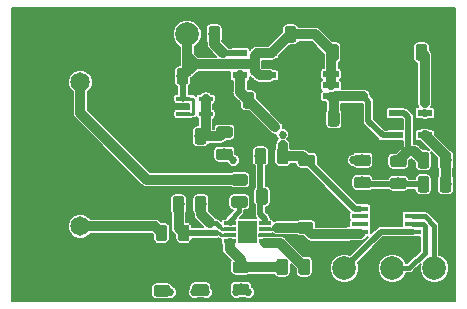
<source format=gtl>
G04 #@! TF.GenerationSoftware,KiCad,Pcbnew,5.0.2-bee76a0~70~ubuntu18.04.1*
G04 #@! TF.CreationDate,2019-03-03T20:31:20-05:00*
G04 #@! TF.ProjectId,agc,6167632e-6b69-4636-9164-5f7063625858,rev?*
G04 #@! TF.SameCoordinates,Original*
G04 #@! TF.FileFunction,Copper,L1,Top*
G04 #@! TF.FilePolarity,Positive*
%FSLAX46Y46*%
G04 Gerber Fmt 4.6, Leading zero omitted, Abs format (unit mm)*
G04 Created by KiCad (PCBNEW 5.0.2-bee76a0~70~ubuntu18.04.1) date Sun 03 Mar 2019 08:31:20 PM EST*
%MOMM*%
%LPD*%
G01*
G04 APERTURE LIST*
G04 #@! TA.AperFunction,EtchedComponent*
%ADD10C,0.100000*%
G04 #@! TD*
G04 #@! TA.AperFunction,Conductor*
%ADD11C,0.100000*%
G04 #@! TD*
G04 #@! TA.AperFunction,SMDPad,CuDef*
%ADD12C,0.975000*%
G04 #@! TD*
G04 #@! TA.AperFunction,ComponentPad*
%ADD13C,1.650000*%
G04 #@! TD*
G04 #@! TA.AperFunction,ComponentPad*
%ADD14C,2.400000*%
G04 #@! TD*
G04 #@! TA.AperFunction,ComponentPad*
%ADD15C,1.998980*%
G04 #@! TD*
G04 #@! TA.AperFunction,SMDPad,CuDef*
%ADD16R,1.270000X0.558800*%
G04 #@! TD*
G04 #@! TA.AperFunction,SMDPad,CuDef*
%ADD17R,1.000000X0.320000*%
G04 #@! TD*
G04 #@! TA.AperFunction,SMDPad,CuDef*
%ADD18R,1.320800X0.558800*%
G04 #@! TD*
G04 #@! TA.AperFunction,SMDPad,CuDef*
%ADD19R,1.371600X0.457200*%
G04 #@! TD*
G04 #@! TA.AperFunction,SMDPad,CuDef*
%ADD20R,1.190000X0.400000*%
G04 #@! TD*
G04 #@! TA.AperFunction,ViaPad*
%ADD21C,0.685800*%
G04 #@! TD*
G04 #@! TA.AperFunction,Conductor*
%ADD22C,0.812800*%
G04 #@! TD*
G04 #@! TA.AperFunction,Conductor*
%ADD23C,0.508000*%
G04 #@! TD*
G04 #@! TA.AperFunction,Conductor*
%ADD24C,0.254000*%
G04 #@! TD*
G04 #@! TA.AperFunction,Conductor*
%ADD25C,0.381000*%
G04 #@! TD*
G04 #@! TA.AperFunction,Conductor*
%ADD26C,0.152400*%
G04 #@! TD*
G04 APERTURE END LIST*
D10*
G04 #@! TO.C,U2*
G36*
X92062400Y-143296600D02*
X93662400Y-143296600D01*
X93662400Y-145196600D01*
X92062400Y-145196600D01*
X92062400Y-143296600D01*
G37*
G04 #@! TD*
D11*
G04 #@! TO.N,GND*
G04 #@! TO.C,C1*
G36*
X98371742Y-139564674D02*
X98395403Y-139568184D01*
X98418607Y-139573996D01*
X98441129Y-139582054D01*
X98462753Y-139592282D01*
X98483270Y-139604579D01*
X98502483Y-139618829D01*
X98520207Y-139634893D01*
X98536271Y-139652617D01*
X98550521Y-139671830D01*
X98562818Y-139692347D01*
X98573046Y-139713971D01*
X98581104Y-139736493D01*
X98586916Y-139759697D01*
X98590426Y-139783358D01*
X98591600Y-139807250D01*
X98591600Y-140294750D01*
X98590426Y-140318642D01*
X98586916Y-140342303D01*
X98581104Y-140365507D01*
X98573046Y-140388029D01*
X98562818Y-140409653D01*
X98550521Y-140430170D01*
X98536271Y-140449383D01*
X98520207Y-140467107D01*
X98502483Y-140483171D01*
X98483270Y-140497421D01*
X98462753Y-140509718D01*
X98441129Y-140519946D01*
X98418607Y-140528004D01*
X98395403Y-140533816D01*
X98371742Y-140537326D01*
X98347850Y-140538500D01*
X97435350Y-140538500D01*
X97411458Y-140537326D01*
X97387797Y-140533816D01*
X97364593Y-140528004D01*
X97342071Y-140519946D01*
X97320447Y-140509718D01*
X97299930Y-140497421D01*
X97280717Y-140483171D01*
X97262993Y-140467107D01*
X97246929Y-140449383D01*
X97232679Y-140430170D01*
X97220382Y-140409653D01*
X97210154Y-140388029D01*
X97202096Y-140365507D01*
X97196284Y-140342303D01*
X97192774Y-140318642D01*
X97191600Y-140294750D01*
X97191600Y-139807250D01*
X97192774Y-139783358D01*
X97196284Y-139759697D01*
X97202096Y-139736493D01*
X97210154Y-139713971D01*
X97220382Y-139692347D01*
X97232679Y-139671830D01*
X97246929Y-139652617D01*
X97262993Y-139634893D01*
X97280717Y-139618829D01*
X97299930Y-139604579D01*
X97320447Y-139592282D01*
X97342071Y-139582054D01*
X97364593Y-139573996D01*
X97387797Y-139568184D01*
X97411458Y-139564674D01*
X97435350Y-139563500D01*
X98347850Y-139563500D01*
X98371742Y-139564674D01*
X98371742Y-139564674D01*
G37*
D12*
G04 #@! TD*
G04 #@! TO.P,C1,2*
G04 #@! TO.N,GND*
X97891600Y-140051000D03*
D11*
G04 #@! TO.N,+5V*
G04 #@! TO.C,C1*
G36*
X98371742Y-137689674D02*
X98395403Y-137693184D01*
X98418607Y-137698996D01*
X98441129Y-137707054D01*
X98462753Y-137717282D01*
X98483270Y-137729579D01*
X98502483Y-137743829D01*
X98520207Y-137759893D01*
X98536271Y-137777617D01*
X98550521Y-137796830D01*
X98562818Y-137817347D01*
X98573046Y-137838971D01*
X98581104Y-137861493D01*
X98586916Y-137884697D01*
X98590426Y-137908358D01*
X98591600Y-137932250D01*
X98591600Y-138419750D01*
X98590426Y-138443642D01*
X98586916Y-138467303D01*
X98581104Y-138490507D01*
X98573046Y-138513029D01*
X98562818Y-138534653D01*
X98550521Y-138555170D01*
X98536271Y-138574383D01*
X98520207Y-138592107D01*
X98502483Y-138608171D01*
X98483270Y-138622421D01*
X98462753Y-138634718D01*
X98441129Y-138644946D01*
X98418607Y-138653004D01*
X98395403Y-138658816D01*
X98371742Y-138662326D01*
X98347850Y-138663500D01*
X97435350Y-138663500D01*
X97411458Y-138662326D01*
X97387797Y-138658816D01*
X97364593Y-138653004D01*
X97342071Y-138644946D01*
X97320447Y-138634718D01*
X97299930Y-138622421D01*
X97280717Y-138608171D01*
X97262993Y-138592107D01*
X97246929Y-138574383D01*
X97232679Y-138555170D01*
X97220382Y-138534653D01*
X97210154Y-138513029D01*
X97202096Y-138490507D01*
X97196284Y-138467303D01*
X97192774Y-138443642D01*
X97191600Y-138419750D01*
X97191600Y-137932250D01*
X97192774Y-137908358D01*
X97196284Y-137884697D01*
X97202096Y-137861493D01*
X97210154Y-137838971D01*
X97220382Y-137817347D01*
X97232679Y-137796830D01*
X97246929Y-137777617D01*
X97262993Y-137759893D01*
X97280717Y-137743829D01*
X97299930Y-137729579D01*
X97320447Y-137717282D01*
X97342071Y-137707054D01*
X97364593Y-137698996D01*
X97387797Y-137693184D01*
X97411458Y-137689674D01*
X97435350Y-137688500D01*
X98347850Y-137688500D01*
X98371742Y-137689674D01*
X98371742Y-137689674D01*
G37*
D12*
G04 #@! TD*
G04 #@! TO.P,C1,1*
G04 #@! TO.N,+5V*
X97891600Y-138176000D03*
D11*
G04 #@! TO.N,GND*
G04 #@! TO.C,C2*
G36*
X86128942Y-146861374D02*
X86152603Y-146864884D01*
X86175807Y-146870696D01*
X86198329Y-146878754D01*
X86219953Y-146888982D01*
X86240470Y-146901279D01*
X86259683Y-146915529D01*
X86277407Y-146931593D01*
X86293471Y-146949317D01*
X86307721Y-146968530D01*
X86320018Y-146989047D01*
X86330246Y-147010671D01*
X86338304Y-147033193D01*
X86344116Y-147056397D01*
X86347626Y-147080058D01*
X86348800Y-147103950D01*
X86348800Y-147591450D01*
X86347626Y-147615342D01*
X86344116Y-147639003D01*
X86338304Y-147662207D01*
X86330246Y-147684729D01*
X86320018Y-147706353D01*
X86307721Y-147726870D01*
X86293471Y-147746083D01*
X86277407Y-147763807D01*
X86259683Y-147779871D01*
X86240470Y-147794121D01*
X86219953Y-147806418D01*
X86198329Y-147816646D01*
X86175807Y-147824704D01*
X86152603Y-147830516D01*
X86128942Y-147834026D01*
X86105050Y-147835200D01*
X85192550Y-147835200D01*
X85168658Y-147834026D01*
X85144997Y-147830516D01*
X85121793Y-147824704D01*
X85099271Y-147816646D01*
X85077647Y-147806418D01*
X85057130Y-147794121D01*
X85037917Y-147779871D01*
X85020193Y-147763807D01*
X85004129Y-147746083D01*
X84989879Y-147726870D01*
X84977582Y-147706353D01*
X84967354Y-147684729D01*
X84959296Y-147662207D01*
X84953484Y-147639003D01*
X84949974Y-147615342D01*
X84948800Y-147591450D01*
X84948800Y-147103950D01*
X84949974Y-147080058D01*
X84953484Y-147056397D01*
X84959296Y-147033193D01*
X84967354Y-147010671D01*
X84977582Y-146989047D01*
X84989879Y-146968530D01*
X85004129Y-146949317D01*
X85020193Y-146931593D01*
X85037917Y-146915529D01*
X85057130Y-146901279D01*
X85077647Y-146888982D01*
X85099271Y-146878754D01*
X85121793Y-146870696D01*
X85144997Y-146864884D01*
X85168658Y-146861374D01*
X85192550Y-146860200D01*
X86105050Y-146860200D01*
X86128942Y-146861374D01*
X86128942Y-146861374D01*
G37*
D12*
G04 #@! TD*
G04 #@! TO.P,C2,1*
G04 #@! TO.N,GND*
X85648800Y-147347700D03*
D11*
G04 #@! TO.N,VCOM*
G04 #@! TO.C,C2*
G36*
X86128942Y-148736374D02*
X86152603Y-148739884D01*
X86175807Y-148745696D01*
X86198329Y-148753754D01*
X86219953Y-148763982D01*
X86240470Y-148776279D01*
X86259683Y-148790529D01*
X86277407Y-148806593D01*
X86293471Y-148824317D01*
X86307721Y-148843530D01*
X86320018Y-148864047D01*
X86330246Y-148885671D01*
X86338304Y-148908193D01*
X86344116Y-148931397D01*
X86347626Y-148955058D01*
X86348800Y-148978950D01*
X86348800Y-149466450D01*
X86347626Y-149490342D01*
X86344116Y-149514003D01*
X86338304Y-149537207D01*
X86330246Y-149559729D01*
X86320018Y-149581353D01*
X86307721Y-149601870D01*
X86293471Y-149621083D01*
X86277407Y-149638807D01*
X86259683Y-149654871D01*
X86240470Y-149669121D01*
X86219953Y-149681418D01*
X86198329Y-149691646D01*
X86175807Y-149699704D01*
X86152603Y-149705516D01*
X86128942Y-149709026D01*
X86105050Y-149710200D01*
X85192550Y-149710200D01*
X85168658Y-149709026D01*
X85144997Y-149705516D01*
X85121793Y-149699704D01*
X85099271Y-149691646D01*
X85077647Y-149681418D01*
X85057130Y-149669121D01*
X85037917Y-149654871D01*
X85020193Y-149638807D01*
X85004129Y-149621083D01*
X84989879Y-149601870D01*
X84977582Y-149581353D01*
X84967354Y-149559729D01*
X84959296Y-149537207D01*
X84953484Y-149514003D01*
X84949974Y-149490342D01*
X84948800Y-149466450D01*
X84948800Y-148978950D01*
X84949974Y-148955058D01*
X84953484Y-148931397D01*
X84959296Y-148908193D01*
X84967354Y-148885671D01*
X84977582Y-148864047D01*
X84989879Y-148843530D01*
X85004129Y-148824317D01*
X85020193Y-148806593D01*
X85037917Y-148790529D01*
X85057130Y-148776279D01*
X85077647Y-148763982D01*
X85099271Y-148753754D01*
X85121793Y-148745696D01*
X85144997Y-148739884D01*
X85168658Y-148736374D01*
X85192550Y-148735200D01*
X86105050Y-148735200D01*
X86128942Y-148736374D01*
X86128942Y-148736374D01*
G37*
D12*
G04 #@! TD*
G04 #@! TO.P,C2,2*
G04 #@! TO.N,VCOM*
X85648800Y-149222700D03*
D11*
G04 #@! TO.N,GND*
G04 #@! TO.C,C3*
G36*
X96254242Y-140525174D02*
X96277903Y-140528684D01*
X96301107Y-140534496D01*
X96323629Y-140542554D01*
X96345253Y-140552782D01*
X96365770Y-140565079D01*
X96384983Y-140579329D01*
X96402707Y-140595393D01*
X96418771Y-140613117D01*
X96433021Y-140632330D01*
X96445318Y-140652847D01*
X96455546Y-140674471D01*
X96463604Y-140696993D01*
X96469416Y-140720197D01*
X96472926Y-140743858D01*
X96474100Y-140767750D01*
X96474100Y-141680250D01*
X96472926Y-141704142D01*
X96469416Y-141727803D01*
X96463604Y-141751007D01*
X96455546Y-141773529D01*
X96445318Y-141795153D01*
X96433021Y-141815670D01*
X96418771Y-141834883D01*
X96402707Y-141852607D01*
X96384983Y-141868671D01*
X96365770Y-141882921D01*
X96345253Y-141895218D01*
X96323629Y-141905446D01*
X96301107Y-141913504D01*
X96277903Y-141919316D01*
X96254242Y-141922826D01*
X96230350Y-141924000D01*
X95742850Y-141924000D01*
X95718958Y-141922826D01*
X95695297Y-141919316D01*
X95672093Y-141913504D01*
X95649571Y-141905446D01*
X95627947Y-141895218D01*
X95607430Y-141882921D01*
X95588217Y-141868671D01*
X95570493Y-141852607D01*
X95554429Y-141834883D01*
X95540179Y-141815670D01*
X95527882Y-141795153D01*
X95517654Y-141773529D01*
X95509596Y-141751007D01*
X95503784Y-141727803D01*
X95500274Y-141704142D01*
X95499100Y-141680250D01*
X95499100Y-140767750D01*
X95500274Y-140743858D01*
X95503784Y-140720197D01*
X95509596Y-140696993D01*
X95517654Y-140674471D01*
X95527882Y-140652847D01*
X95540179Y-140632330D01*
X95554429Y-140613117D01*
X95570493Y-140595393D01*
X95588217Y-140579329D01*
X95607430Y-140565079D01*
X95627947Y-140552782D01*
X95649571Y-140542554D01*
X95672093Y-140534496D01*
X95695297Y-140528684D01*
X95718958Y-140525174D01*
X95742850Y-140524000D01*
X96230350Y-140524000D01*
X96254242Y-140525174D01*
X96254242Y-140525174D01*
G37*
D12*
G04 #@! TD*
G04 #@! TO.P,C3,2*
G04 #@! TO.N,GND*
X95986600Y-141224000D03*
D11*
G04 #@! TO.N,Net-(C3-Pad1)*
G04 #@! TO.C,C3*
G36*
X94379242Y-140525174D02*
X94402903Y-140528684D01*
X94426107Y-140534496D01*
X94448629Y-140542554D01*
X94470253Y-140552782D01*
X94490770Y-140565079D01*
X94509983Y-140579329D01*
X94527707Y-140595393D01*
X94543771Y-140613117D01*
X94558021Y-140632330D01*
X94570318Y-140652847D01*
X94580546Y-140674471D01*
X94588604Y-140696993D01*
X94594416Y-140720197D01*
X94597926Y-140743858D01*
X94599100Y-140767750D01*
X94599100Y-141680250D01*
X94597926Y-141704142D01*
X94594416Y-141727803D01*
X94588604Y-141751007D01*
X94580546Y-141773529D01*
X94570318Y-141795153D01*
X94558021Y-141815670D01*
X94543771Y-141834883D01*
X94527707Y-141852607D01*
X94509983Y-141868671D01*
X94490770Y-141882921D01*
X94470253Y-141895218D01*
X94448629Y-141905446D01*
X94426107Y-141913504D01*
X94402903Y-141919316D01*
X94379242Y-141922826D01*
X94355350Y-141924000D01*
X93867850Y-141924000D01*
X93843958Y-141922826D01*
X93820297Y-141919316D01*
X93797093Y-141913504D01*
X93774571Y-141905446D01*
X93752947Y-141895218D01*
X93732430Y-141882921D01*
X93713217Y-141868671D01*
X93695493Y-141852607D01*
X93679429Y-141834883D01*
X93665179Y-141815670D01*
X93652882Y-141795153D01*
X93642654Y-141773529D01*
X93634596Y-141751007D01*
X93628784Y-141727803D01*
X93625274Y-141704142D01*
X93624100Y-141680250D01*
X93624100Y-140767750D01*
X93625274Y-140743858D01*
X93628784Y-140720197D01*
X93634596Y-140696993D01*
X93642654Y-140674471D01*
X93652882Y-140652847D01*
X93665179Y-140632330D01*
X93679429Y-140613117D01*
X93695493Y-140595393D01*
X93713217Y-140579329D01*
X93732430Y-140565079D01*
X93752947Y-140552782D01*
X93774571Y-140542554D01*
X93797093Y-140534496D01*
X93820297Y-140528684D01*
X93843958Y-140525174D01*
X93867850Y-140524000D01*
X94355350Y-140524000D01*
X94379242Y-140525174D01*
X94379242Y-140525174D01*
G37*
D12*
G04 #@! TD*
G04 #@! TO.P,C3,1*
G04 #@! TO.N,Net-(C3-Pad1)*
X94111600Y-141224000D03*
D11*
G04 #@! TO.N,GND*
G04 #@! TO.C,C4*
G36*
X85768642Y-130365174D02*
X85792303Y-130368684D01*
X85815507Y-130374496D01*
X85838029Y-130382554D01*
X85859653Y-130392782D01*
X85880170Y-130405079D01*
X85899383Y-130419329D01*
X85917107Y-130435393D01*
X85933171Y-130453117D01*
X85947421Y-130472330D01*
X85959718Y-130492847D01*
X85969946Y-130514471D01*
X85978004Y-130536993D01*
X85983816Y-130560197D01*
X85987326Y-130583858D01*
X85988500Y-130607750D01*
X85988500Y-131520250D01*
X85987326Y-131544142D01*
X85983816Y-131567803D01*
X85978004Y-131591007D01*
X85969946Y-131613529D01*
X85959718Y-131635153D01*
X85947421Y-131655670D01*
X85933171Y-131674883D01*
X85917107Y-131692607D01*
X85899383Y-131708671D01*
X85880170Y-131722921D01*
X85859653Y-131735218D01*
X85838029Y-131745446D01*
X85815507Y-131753504D01*
X85792303Y-131759316D01*
X85768642Y-131762826D01*
X85744750Y-131764000D01*
X85257250Y-131764000D01*
X85233358Y-131762826D01*
X85209697Y-131759316D01*
X85186493Y-131753504D01*
X85163971Y-131745446D01*
X85142347Y-131735218D01*
X85121830Y-131722921D01*
X85102617Y-131708671D01*
X85084893Y-131692607D01*
X85068829Y-131674883D01*
X85054579Y-131655670D01*
X85042282Y-131635153D01*
X85032054Y-131613529D01*
X85023996Y-131591007D01*
X85018184Y-131567803D01*
X85014674Y-131544142D01*
X85013500Y-131520250D01*
X85013500Y-130607750D01*
X85014674Y-130583858D01*
X85018184Y-130560197D01*
X85023996Y-130536993D01*
X85032054Y-130514471D01*
X85042282Y-130492847D01*
X85054579Y-130472330D01*
X85068829Y-130453117D01*
X85084893Y-130435393D01*
X85102617Y-130419329D01*
X85121830Y-130405079D01*
X85142347Y-130392782D01*
X85163971Y-130382554D01*
X85186493Y-130374496D01*
X85209697Y-130368684D01*
X85233358Y-130365174D01*
X85257250Y-130364000D01*
X85744750Y-130364000D01*
X85768642Y-130365174D01*
X85768642Y-130365174D01*
G37*
D12*
G04 #@! TD*
G04 #@! TO.P,C4,1*
G04 #@! TO.N,GND*
X85501000Y-131064000D03*
D11*
G04 #@! TO.N,VDD*
G04 #@! TO.C,C4*
G36*
X87643642Y-130365174D02*
X87667303Y-130368684D01*
X87690507Y-130374496D01*
X87713029Y-130382554D01*
X87734653Y-130392782D01*
X87755170Y-130405079D01*
X87774383Y-130419329D01*
X87792107Y-130435393D01*
X87808171Y-130453117D01*
X87822421Y-130472330D01*
X87834718Y-130492847D01*
X87844946Y-130514471D01*
X87853004Y-130536993D01*
X87858816Y-130560197D01*
X87862326Y-130583858D01*
X87863500Y-130607750D01*
X87863500Y-131520250D01*
X87862326Y-131544142D01*
X87858816Y-131567803D01*
X87853004Y-131591007D01*
X87844946Y-131613529D01*
X87834718Y-131635153D01*
X87822421Y-131655670D01*
X87808171Y-131674883D01*
X87792107Y-131692607D01*
X87774383Y-131708671D01*
X87755170Y-131722921D01*
X87734653Y-131735218D01*
X87713029Y-131745446D01*
X87690507Y-131753504D01*
X87667303Y-131759316D01*
X87643642Y-131762826D01*
X87619750Y-131764000D01*
X87132250Y-131764000D01*
X87108358Y-131762826D01*
X87084697Y-131759316D01*
X87061493Y-131753504D01*
X87038971Y-131745446D01*
X87017347Y-131735218D01*
X86996830Y-131722921D01*
X86977617Y-131708671D01*
X86959893Y-131692607D01*
X86943829Y-131674883D01*
X86929579Y-131655670D01*
X86917282Y-131635153D01*
X86907054Y-131613529D01*
X86898996Y-131591007D01*
X86893184Y-131567803D01*
X86889674Y-131544142D01*
X86888500Y-131520250D01*
X86888500Y-130607750D01*
X86889674Y-130583858D01*
X86893184Y-130560197D01*
X86898996Y-130536993D01*
X86907054Y-130514471D01*
X86917282Y-130492847D01*
X86929579Y-130472330D01*
X86943829Y-130453117D01*
X86959893Y-130435393D01*
X86977617Y-130419329D01*
X86996830Y-130405079D01*
X87017347Y-130392782D01*
X87038971Y-130382554D01*
X87061493Y-130374496D01*
X87084697Y-130368684D01*
X87108358Y-130365174D01*
X87132250Y-130364000D01*
X87619750Y-130364000D01*
X87643642Y-130365174D01*
X87643642Y-130365174D01*
G37*
D12*
G04 #@! TD*
G04 #@! TO.P,C4,2*
G04 #@! TO.N,VDD*
X87376000Y-131064000D03*
D11*
G04 #@! TO.N,VCOM*
G04 #@! TO.C,C5*
G36*
X89380142Y-148660174D02*
X89403803Y-148663684D01*
X89427007Y-148669496D01*
X89449529Y-148677554D01*
X89471153Y-148687782D01*
X89491670Y-148700079D01*
X89510883Y-148714329D01*
X89528607Y-148730393D01*
X89544671Y-148748117D01*
X89558921Y-148767330D01*
X89571218Y-148787847D01*
X89581446Y-148809471D01*
X89589504Y-148831993D01*
X89595316Y-148855197D01*
X89598826Y-148878858D01*
X89600000Y-148902750D01*
X89600000Y-149390250D01*
X89598826Y-149414142D01*
X89595316Y-149437803D01*
X89589504Y-149461007D01*
X89581446Y-149483529D01*
X89571218Y-149505153D01*
X89558921Y-149525670D01*
X89544671Y-149544883D01*
X89528607Y-149562607D01*
X89510883Y-149578671D01*
X89491670Y-149592921D01*
X89471153Y-149605218D01*
X89449529Y-149615446D01*
X89427007Y-149623504D01*
X89403803Y-149629316D01*
X89380142Y-149632826D01*
X89356250Y-149634000D01*
X88443750Y-149634000D01*
X88419858Y-149632826D01*
X88396197Y-149629316D01*
X88372993Y-149623504D01*
X88350471Y-149615446D01*
X88328847Y-149605218D01*
X88308330Y-149592921D01*
X88289117Y-149578671D01*
X88271393Y-149562607D01*
X88255329Y-149544883D01*
X88241079Y-149525670D01*
X88228782Y-149505153D01*
X88218554Y-149483529D01*
X88210496Y-149461007D01*
X88204684Y-149437803D01*
X88201174Y-149414142D01*
X88200000Y-149390250D01*
X88200000Y-148902750D01*
X88201174Y-148878858D01*
X88204684Y-148855197D01*
X88210496Y-148831993D01*
X88218554Y-148809471D01*
X88228782Y-148787847D01*
X88241079Y-148767330D01*
X88255329Y-148748117D01*
X88271393Y-148730393D01*
X88289117Y-148714329D01*
X88308330Y-148700079D01*
X88328847Y-148687782D01*
X88350471Y-148677554D01*
X88372993Y-148669496D01*
X88396197Y-148663684D01*
X88419858Y-148660174D01*
X88443750Y-148659000D01*
X89356250Y-148659000D01*
X89380142Y-148660174D01*
X89380142Y-148660174D01*
G37*
D12*
G04 #@! TD*
G04 #@! TO.P,C5,2*
G04 #@! TO.N,VCOM*
X88900000Y-149146500D03*
D11*
G04 #@! TO.N,GND*
G04 #@! TO.C,C5*
G36*
X89380142Y-146785174D02*
X89403803Y-146788684D01*
X89427007Y-146794496D01*
X89449529Y-146802554D01*
X89471153Y-146812782D01*
X89491670Y-146825079D01*
X89510883Y-146839329D01*
X89528607Y-146855393D01*
X89544671Y-146873117D01*
X89558921Y-146892330D01*
X89571218Y-146912847D01*
X89581446Y-146934471D01*
X89589504Y-146956993D01*
X89595316Y-146980197D01*
X89598826Y-147003858D01*
X89600000Y-147027750D01*
X89600000Y-147515250D01*
X89598826Y-147539142D01*
X89595316Y-147562803D01*
X89589504Y-147586007D01*
X89581446Y-147608529D01*
X89571218Y-147630153D01*
X89558921Y-147650670D01*
X89544671Y-147669883D01*
X89528607Y-147687607D01*
X89510883Y-147703671D01*
X89491670Y-147717921D01*
X89471153Y-147730218D01*
X89449529Y-147740446D01*
X89427007Y-147748504D01*
X89403803Y-147754316D01*
X89380142Y-147757826D01*
X89356250Y-147759000D01*
X88443750Y-147759000D01*
X88419858Y-147757826D01*
X88396197Y-147754316D01*
X88372993Y-147748504D01*
X88350471Y-147740446D01*
X88328847Y-147730218D01*
X88308330Y-147717921D01*
X88289117Y-147703671D01*
X88271393Y-147687607D01*
X88255329Y-147669883D01*
X88241079Y-147650670D01*
X88228782Y-147630153D01*
X88218554Y-147608529D01*
X88210496Y-147586007D01*
X88204684Y-147562803D01*
X88201174Y-147539142D01*
X88200000Y-147515250D01*
X88200000Y-147027750D01*
X88201174Y-147003858D01*
X88204684Y-146980197D01*
X88210496Y-146956993D01*
X88218554Y-146934471D01*
X88228782Y-146912847D01*
X88241079Y-146892330D01*
X88255329Y-146873117D01*
X88271393Y-146855393D01*
X88289117Y-146839329D01*
X88308330Y-146825079D01*
X88328847Y-146812782D01*
X88350471Y-146802554D01*
X88372993Y-146794496D01*
X88396197Y-146788684D01*
X88419858Y-146785174D01*
X88443750Y-146784000D01*
X89356250Y-146784000D01*
X89380142Y-146785174D01*
X89380142Y-146785174D01*
G37*
D12*
G04 #@! TD*
G04 #@! TO.P,C5,1*
G04 #@! TO.N,GND*
X88900000Y-147271500D03*
D11*
G04 #@! TO.N,Net-(C6-Pad1)*
G04 #@! TO.C,C6*
G36*
X87742942Y-143623974D02*
X87766603Y-143627484D01*
X87789807Y-143633296D01*
X87812329Y-143641354D01*
X87833953Y-143651582D01*
X87854470Y-143663879D01*
X87873683Y-143678129D01*
X87891407Y-143694193D01*
X87907471Y-143711917D01*
X87921721Y-143731130D01*
X87934018Y-143751647D01*
X87944246Y-143773271D01*
X87952304Y-143795793D01*
X87958116Y-143818997D01*
X87961626Y-143842658D01*
X87962800Y-143866550D01*
X87962800Y-144779050D01*
X87961626Y-144802942D01*
X87958116Y-144826603D01*
X87952304Y-144849807D01*
X87944246Y-144872329D01*
X87934018Y-144893953D01*
X87921721Y-144914470D01*
X87907471Y-144933683D01*
X87891407Y-144951407D01*
X87873683Y-144967471D01*
X87854470Y-144981721D01*
X87833953Y-144994018D01*
X87812329Y-145004246D01*
X87789807Y-145012304D01*
X87766603Y-145018116D01*
X87742942Y-145021626D01*
X87719050Y-145022800D01*
X87231550Y-145022800D01*
X87207658Y-145021626D01*
X87183997Y-145018116D01*
X87160793Y-145012304D01*
X87138271Y-145004246D01*
X87116647Y-144994018D01*
X87096130Y-144981721D01*
X87076917Y-144967471D01*
X87059193Y-144951407D01*
X87043129Y-144933683D01*
X87028879Y-144914470D01*
X87016582Y-144893953D01*
X87006354Y-144872329D01*
X86998296Y-144849807D01*
X86992484Y-144826603D01*
X86988974Y-144802942D01*
X86987800Y-144779050D01*
X86987800Y-143866550D01*
X86988974Y-143842658D01*
X86992484Y-143818997D01*
X86998296Y-143795793D01*
X87006354Y-143773271D01*
X87016582Y-143751647D01*
X87028879Y-143731130D01*
X87043129Y-143711917D01*
X87059193Y-143694193D01*
X87076917Y-143678129D01*
X87096130Y-143663879D01*
X87116647Y-143651582D01*
X87138271Y-143641354D01*
X87160793Y-143633296D01*
X87183997Y-143627484D01*
X87207658Y-143623974D01*
X87231550Y-143622800D01*
X87719050Y-143622800D01*
X87742942Y-143623974D01*
X87742942Y-143623974D01*
G37*
D12*
G04 #@! TD*
G04 #@! TO.P,C6,1*
G04 #@! TO.N,Net-(C6-Pad1)*
X87475300Y-144322800D03*
D11*
G04 #@! TO.N,Net-(C6-Pad2)*
G04 #@! TO.C,C6*
G36*
X85867942Y-143623974D02*
X85891603Y-143627484D01*
X85914807Y-143633296D01*
X85937329Y-143641354D01*
X85958953Y-143651582D01*
X85979470Y-143663879D01*
X85998683Y-143678129D01*
X86016407Y-143694193D01*
X86032471Y-143711917D01*
X86046721Y-143731130D01*
X86059018Y-143751647D01*
X86069246Y-143773271D01*
X86077304Y-143795793D01*
X86083116Y-143818997D01*
X86086626Y-143842658D01*
X86087800Y-143866550D01*
X86087800Y-144779050D01*
X86086626Y-144802942D01*
X86083116Y-144826603D01*
X86077304Y-144849807D01*
X86069246Y-144872329D01*
X86059018Y-144893953D01*
X86046721Y-144914470D01*
X86032471Y-144933683D01*
X86016407Y-144951407D01*
X85998683Y-144967471D01*
X85979470Y-144981721D01*
X85958953Y-144994018D01*
X85937329Y-145004246D01*
X85914807Y-145012304D01*
X85891603Y-145018116D01*
X85867942Y-145021626D01*
X85844050Y-145022800D01*
X85356550Y-145022800D01*
X85332658Y-145021626D01*
X85308997Y-145018116D01*
X85285793Y-145012304D01*
X85263271Y-145004246D01*
X85241647Y-144994018D01*
X85221130Y-144981721D01*
X85201917Y-144967471D01*
X85184193Y-144951407D01*
X85168129Y-144933683D01*
X85153879Y-144914470D01*
X85141582Y-144893953D01*
X85131354Y-144872329D01*
X85123296Y-144849807D01*
X85117484Y-144826603D01*
X85113974Y-144802942D01*
X85112800Y-144779050D01*
X85112800Y-143866550D01*
X85113974Y-143842658D01*
X85117484Y-143818997D01*
X85123296Y-143795793D01*
X85131354Y-143773271D01*
X85141582Y-143751647D01*
X85153879Y-143731130D01*
X85168129Y-143711917D01*
X85184193Y-143694193D01*
X85201917Y-143678129D01*
X85221130Y-143663879D01*
X85241647Y-143651582D01*
X85263271Y-143641354D01*
X85285793Y-143633296D01*
X85308997Y-143627484D01*
X85332658Y-143623974D01*
X85356550Y-143622800D01*
X85844050Y-143622800D01*
X85867942Y-143623974D01*
X85867942Y-143623974D01*
G37*
D12*
G04 #@! TD*
G04 #@! TO.P,C6,2*
G04 #@! TO.N,Net-(C6-Pad2)*
X85600300Y-144322800D03*
D11*
G04 #@! TO.N,+5V*
G04 #@! TO.C,C7*
G36*
X107885142Y-128333174D02*
X107908803Y-128336684D01*
X107932007Y-128342496D01*
X107954529Y-128350554D01*
X107976153Y-128360782D01*
X107996670Y-128373079D01*
X108015883Y-128387329D01*
X108033607Y-128403393D01*
X108049671Y-128421117D01*
X108063921Y-128440330D01*
X108076218Y-128460847D01*
X108086446Y-128482471D01*
X108094504Y-128504993D01*
X108100316Y-128528197D01*
X108103826Y-128551858D01*
X108105000Y-128575750D01*
X108105000Y-129488250D01*
X108103826Y-129512142D01*
X108100316Y-129535803D01*
X108094504Y-129559007D01*
X108086446Y-129581529D01*
X108076218Y-129603153D01*
X108063921Y-129623670D01*
X108049671Y-129642883D01*
X108033607Y-129660607D01*
X108015883Y-129676671D01*
X107996670Y-129690921D01*
X107976153Y-129703218D01*
X107954529Y-129713446D01*
X107932007Y-129721504D01*
X107908803Y-129727316D01*
X107885142Y-129730826D01*
X107861250Y-129732000D01*
X107373750Y-129732000D01*
X107349858Y-129730826D01*
X107326197Y-129727316D01*
X107302993Y-129721504D01*
X107280471Y-129713446D01*
X107258847Y-129703218D01*
X107238330Y-129690921D01*
X107219117Y-129676671D01*
X107201393Y-129660607D01*
X107185329Y-129642883D01*
X107171079Y-129623670D01*
X107158782Y-129603153D01*
X107148554Y-129581529D01*
X107140496Y-129559007D01*
X107134684Y-129535803D01*
X107131174Y-129512142D01*
X107130000Y-129488250D01*
X107130000Y-128575750D01*
X107131174Y-128551858D01*
X107134684Y-128528197D01*
X107140496Y-128504993D01*
X107148554Y-128482471D01*
X107158782Y-128460847D01*
X107171079Y-128440330D01*
X107185329Y-128421117D01*
X107201393Y-128403393D01*
X107219117Y-128387329D01*
X107238330Y-128373079D01*
X107258847Y-128360782D01*
X107280471Y-128350554D01*
X107302993Y-128342496D01*
X107326197Y-128336684D01*
X107349858Y-128333174D01*
X107373750Y-128332000D01*
X107861250Y-128332000D01*
X107885142Y-128333174D01*
X107885142Y-128333174D01*
G37*
D12*
G04 #@! TD*
G04 #@! TO.P,C7,1*
G04 #@! TO.N,+5V*
X107617500Y-129032000D03*
D11*
G04 #@! TO.N,GND*
G04 #@! TO.C,C7*
G36*
X106010142Y-128333174D02*
X106033803Y-128336684D01*
X106057007Y-128342496D01*
X106079529Y-128350554D01*
X106101153Y-128360782D01*
X106121670Y-128373079D01*
X106140883Y-128387329D01*
X106158607Y-128403393D01*
X106174671Y-128421117D01*
X106188921Y-128440330D01*
X106201218Y-128460847D01*
X106211446Y-128482471D01*
X106219504Y-128504993D01*
X106225316Y-128528197D01*
X106228826Y-128551858D01*
X106230000Y-128575750D01*
X106230000Y-129488250D01*
X106228826Y-129512142D01*
X106225316Y-129535803D01*
X106219504Y-129559007D01*
X106211446Y-129581529D01*
X106201218Y-129603153D01*
X106188921Y-129623670D01*
X106174671Y-129642883D01*
X106158607Y-129660607D01*
X106140883Y-129676671D01*
X106121670Y-129690921D01*
X106101153Y-129703218D01*
X106079529Y-129713446D01*
X106057007Y-129721504D01*
X106033803Y-129727316D01*
X106010142Y-129730826D01*
X105986250Y-129732000D01*
X105498750Y-129732000D01*
X105474858Y-129730826D01*
X105451197Y-129727316D01*
X105427993Y-129721504D01*
X105405471Y-129713446D01*
X105383847Y-129703218D01*
X105363330Y-129690921D01*
X105344117Y-129676671D01*
X105326393Y-129660607D01*
X105310329Y-129642883D01*
X105296079Y-129623670D01*
X105283782Y-129603153D01*
X105273554Y-129581529D01*
X105265496Y-129559007D01*
X105259684Y-129535803D01*
X105256174Y-129512142D01*
X105255000Y-129488250D01*
X105255000Y-128575750D01*
X105256174Y-128551858D01*
X105259684Y-128528197D01*
X105265496Y-128504993D01*
X105273554Y-128482471D01*
X105283782Y-128460847D01*
X105296079Y-128440330D01*
X105310329Y-128421117D01*
X105326393Y-128403393D01*
X105344117Y-128387329D01*
X105363330Y-128373079D01*
X105383847Y-128360782D01*
X105405471Y-128350554D01*
X105427993Y-128342496D01*
X105451197Y-128336684D01*
X105474858Y-128333174D01*
X105498750Y-128332000D01*
X105986250Y-128332000D01*
X106010142Y-128333174D01*
X106010142Y-128333174D01*
G37*
D12*
G04 #@! TD*
G04 #@! TO.P,C7,2*
G04 #@! TO.N,GND*
X105742500Y-129032000D03*
D11*
G04 #@! TO.N,Net-(C8-Pad2)*
G04 #@! TO.C,C8*
G36*
X108042142Y-137477174D02*
X108065803Y-137480684D01*
X108089007Y-137486496D01*
X108111529Y-137494554D01*
X108133153Y-137504782D01*
X108153670Y-137517079D01*
X108172883Y-137531329D01*
X108190607Y-137547393D01*
X108206671Y-137565117D01*
X108220921Y-137584330D01*
X108233218Y-137604847D01*
X108243446Y-137626471D01*
X108251504Y-137648993D01*
X108257316Y-137672197D01*
X108260826Y-137695858D01*
X108262000Y-137719750D01*
X108262000Y-138632250D01*
X108260826Y-138656142D01*
X108257316Y-138679803D01*
X108251504Y-138703007D01*
X108243446Y-138725529D01*
X108233218Y-138747153D01*
X108220921Y-138767670D01*
X108206671Y-138786883D01*
X108190607Y-138804607D01*
X108172883Y-138820671D01*
X108153670Y-138834921D01*
X108133153Y-138847218D01*
X108111529Y-138857446D01*
X108089007Y-138865504D01*
X108065803Y-138871316D01*
X108042142Y-138874826D01*
X108018250Y-138876000D01*
X107530750Y-138876000D01*
X107506858Y-138874826D01*
X107483197Y-138871316D01*
X107459993Y-138865504D01*
X107437471Y-138857446D01*
X107415847Y-138847218D01*
X107395330Y-138834921D01*
X107376117Y-138820671D01*
X107358393Y-138804607D01*
X107342329Y-138786883D01*
X107328079Y-138767670D01*
X107315782Y-138747153D01*
X107305554Y-138725529D01*
X107297496Y-138703007D01*
X107291684Y-138679803D01*
X107288174Y-138656142D01*
X107287000Y-138632250D01*
X107287000Y-137719750D01*
X107288174Y-137695858D01*
X107291684Y-137672197D01*
X107297496Y-137648993D01*
X107305554Y-137626471D01*
X107315782Y-137604847D01*
X107328079Y-137584330D01*
X107342329Y-137565117D01*
X107358393Y-137547393D01*
X107376117Y-137531329D01*
X107395330Y-137517079D01*
X107415847Y-137504782D01*
X107437471Y-137494554D01*
X107459993Y-137486496D01*
X107483197Y-137480684D01*
X107506858Y-137477174D01*
X107530750Y-137476000D01*
X108018250Y-137476000D01*
X108042142Y-137477174D01*
X108042142Y-137477174D01*
G37*
D12*
G04 #@! TD*
G04 #@! TO.P,C8,2*
G04 #@! TO.N,Net-(C8-Pad2)*
X107774500Y-138176000D03*
D11*
G04 #@! TO.N,Net-(C8-Pad1)*
G04 #@! TO.C,C8*
G36*
X109917142Y-137477174D02*
X109940803Y-137480684D01*
X109964007Y-137486496D01*
X109986529Y-137494554D01*
X110008153Y-137504782D01*
X110028670Y-137517079D01*
X110047883Y-137531329D01*
X110065607Y-137547393D01*
X110081671Y-137565117D01*
X110095921Y-137584330D01*
X110108218Y-137604847D01*
X110118446Y-137626471D01*
X110126504Y-137648993D01*
X110132316Y-137672197D01*
X110135826Y-137695858D01*
X110137000Y-137719750D01*
X110137000Y-138632250D01*
X110135826Y-138656142D01*
X110132316Y-138679803D01*
X110126504Y-138703007D01*
X110118446Y-138725529D01*
X110108218Y-138747153D01*
X110095921Y-138767670D01*
X110081671Y-138786883D01*
X110065607Y-138804607D01*
X110047883Y-138820671D01*
X110028670Y-138834921D01*
X110008153Y-138847218D01*
X109986529Y-138857446D01*
X109964007Y-138865504D01*
X109940803Y-138871316D01*
X109917142Y-138874826D01*
X109893250Y-138876000D01*
X109405750Y-138876000D01*
X109381858Y-138874826D01*
X109358197Y-138871316D01*
X109334993Y-138865504D01*
X109312471Y-138857446D01*
X109290847Y-138847218D01*
X109270330Y-138834921D01*
X109251117Y-138820671D01*
X109233393Y-138804607D01*
X109217329Y-138786883D01*
X109203079Y-138767670D01*
X109190782Y-138747153D01*
X109180554Y-138725529D01*
X109172496Y-138703007D01*
X109166684Y-138679803D01*
X109163174Y-138656142D01*
X109162000Y-138632250D01*
X109162000Y-137719750D01*
X109163174Y-137695858D01*
X109166684Y-137672197D01*
X109172496Y-137648993D01*
X109180554Y-137626471D01*
X109190782Y-137604847D01*
X109203079Y-137584330D01*
X109217329Y-137565117D01*
X109233393Y-137547393D01*
X109251117Y-137531329D01*
X109270330Y-137517079D01*
X109290847Y-137504782D01*
X109312471Y-137494554D01*
X109334993Y-137486496D01*
X109358197Y-137480684D01*
X109381858Y-137477174D01*
X109405750Y-137476000D01*
X109893250Y-137476000D01*
X109917142Y-137477174D01*
X109917142Y-137477174D01*
G37*
D12*
G04 #@! TD*
G04 #@! TO.P,C8,1*
G04 #@! TO.N,Net-(C8-Pad1)*
X109649500Y-138176000D03*
D11*
G04 #@! TO.N,2_5*
G04 #@! TO.C,C9*
G36*
X100454642Y-133921174D02*
X100478303Y-133924684D01*
X100501507Y-133930496D01*
X100524029Y-133938554D01*
X100545653Y-133948782D01*
X100566170Y-133961079D01*
X100585383Y-133975329D01*
X100603107Y-133991393D01*
X100619171Y-134009117D01*
X100633421Y-134028330D01*
X100645718Y-134048847D01*
X100655946Y-134070471D01*
X100664004Y-134092993D01*
X100669816Y-134116197D01*
X100673326Y-134139858D01*
X100674500Y-134163750D01*
X100674500Y-135076250D01*
X100673326Y-135100142D01*
X100669816Y-135123803D01*
X100664004Y-135147007D01*
X100655946Y-135169529D01*
X100645718Y-135191153D01*
X100633421Y-135211670D01*
X100619171Y-135230883D01*
X100603107Y-135248607D01*
X100585383Y-135264671D01*
X100566170Y-135278921D01*
X100545653Y-135291218D01*
X100524029Y-135301446D01*
X100501507Y-135309504D01*
X100478303Y-135315316D01*
X100454642Y-135318826D01*
X100430750Y-135320000D01*
X99943250Y-135320000D01*
X99919358Y-135318826D01*
X99895697Y-135315316D01*
X99872493Y-135309504D01*
X99849971Y-135301446D01*
X99828347Y-135291218D01*
X99807830Y-135278921D01*
X99788617Y-135264671D01*
X99770893Y-135248607D01*
X99754829Y-135230883D01*
X99740579Y-135211670D01*
X99728282Y-135191153D01*
X99718054Y-135169529D01*
X99709996Y-135147007D01*
X99704184Y-135123803D01*
X99700674Y-135100142D01*
X99699500Y-135076250D01*
X99699500Y-134163750D01*
X99700674Y-134139858D01*
X99704184Y-134116197D01*
X99709996Y-134092993D01*
X99718054Y-134070471D01*
X99728282Y-134048847D01*
X99740579Y-134028330D01*
X99754829Y-134009117D01*
X99770893Y-133991393D01*
X99788617Y-133975329D01*
X99807830Y-133961079D01*
X99828347Y-133948782D01*
X99849971Y-133938554D01*
X99872493Y-133930496D01*
X99895697Y-133924684D01*
X99919358Y-133921174D01*
X99943250Y-133920000D01*
X100430750Y-133920000D01*
X100454642Y-133921174D01*
X100454642Y-133921174D01*
G37*
D12*
G04 #@! TD*
G04 #@! TO.P,C9,2*
G04 #@! TO.N,2_5*
X100187000Y-134620000D03*
D11*
G04 #@! TO.N,GND*
G04 #@! TO.C,C9*
G36*
X102329642Y-133921174D02*
X102353303Y-133924684D01*
X102376507Y-133930496D01*
X102399029Y-133938554D01*
X102420653Y-133948782D01*
X102441170Y-133961079D01*
X102460383Y-133975329D01*
X102478107Y-133991393D01*
X102494171Y-134009117D01*
X102508421Y-134028330D01*
X102520718Y-134048847D01*
X102530946Y-134070471D01*
X102539004Y-134092993D01*
X102544816Y-134116197D01*
X102548326Y-134139858D01*
X102549500Y-134163750D01*
X102549500Y-135076250D01*
X102548326Y-135100142D01*
X102544816Y-135123803D01*
X102539004Y-135147007D01*
X102530946Y-135169529D01*
X102520718Y-135191153D01*
X102508421Y-135211670D01*
X102494171Y-135230883D01*
X102478107Y-135248607D01*
X102460383Y-135264671D01*
X102441170Y-135278921D01*
X102420653Y-135291218D01*
X102399029Y-135301446D01*
X102376507Y-135309504D01*
X102353303Y-135315316D01*
X102329642Y-135318826D01*
X102305750Y-135320000D01*
X101818250Y-135320000D01*
X101794358Y-135318826D01*
X101770697Y-135315316D01*
X101747493Y-135309504D01*
X101724971Y-135301446D01*
X101703347Y-135291218D01*
X101682830Y-135278921D01*
X101663617Y-135264671D01*
X101645893Y-135248607D01*
X101629829Y-135230883D01*
X101615579Y-135211670D01*
X101603282Y-135191153D01*
X101593054Y-135169529D01*
X101584996Y-135147007D01*
X101579184Y-135123803D01*
X101575674Y-135100142D01*
X101574500Y-135076250D01*
X101574500Y-134163750D01*
X101575674Y-134139858D01*
X101579184Y-134116197D01*
X101584996Y-134092993D01*
X101593054Y-134070471D01*
X101603282Y-134048847D01*
X101615579Y-134028330D01*
X101629829Y-134009117D01*
X101645893Y-133991393D01*
X101663617Y-133975329D01*
X101682830Y-133961079D01*
X101703347Y-133948782D01*
X101724971Y-133938554D01*
X101747493Y-133930496D01*
X101770697Y-133924684D01*
X101794358Y-133921174D01*
X101818250Y-133920000D01*
X102305750Y-133920000D01*
X102329642Y-133921174D01*
X102329642Y-133921174D01*
G37*
D12*
G04 #@! TD*
G04 #@! TO.P,C9,1*
G04 #@! TO.N,GND*
X102062000Y-134620000D03*
D11*
G04 #@! TO.N,GND*
G04 #@! TO.C,C10*
G36*
X102251142Y-128333174D02*
X102274803Y-128336684D01*
X102298007Y-128342496D01*
X102320529Y-128350554D01*
X102342153Y-128360782D01*
X102362670Y-128373079D01*
X102381883Y-128387329D01*
X102399607Y-128403393D01*
X102415671Y-128421117D01*
X102429921Y-128440330D01*
X102442218Y-128460847D01*
X102452446Y-128482471D01*
X102460504Y-128504993D01*
X102466316Y-128528197D01*
X102469826Y-128551858D01*
X102471000Y-128575750D01*
X102471000Y-129488250D01*
X102469826Y-129512142D01*
X102466316Y-129535803D01*
X102460504Y-129559007D01*
X102452446Y-129581529D01*
X102442218Y-129603153D01*
X102429921Y-129623670D01*
X102415671Y-129642883D01*
X102399607Y-129660607D01*
X102381883Y-129676671D01*
X102362670Y-129690921D01*
X102342153Y-129703218D01*
X102320529Y-129713446D01*
X102298007Y-129721504D01*
X102274803Y-129727316D01*
X102251142Y-129730826D01*
X102227250Y-129732000D01*
X101739750Y-129732000D01*
X101715858Y-129730826D01*
X101692197Y-129727316D01*
X101668993Y-129721504D01*
X101646471Y-129713446D01*
X101624847Y-129703218D01*
X101604330Y-129690921D01*
X101585117Y-129676671D01*
X101567393Y-129660607D01*
X101551329Y-129642883D01*
X101537079Y-129623670D01*
X101524782Y-129603153D01*
X101514554Y-129581529D01*
X101506496Y-129559007D01*
X101500684Y-129535803D01*
X101497174Y-129512142D01*
X101496000Y-129488250D01*
X101496000Y-128575750D01*
X101497174Y-128551858D01*
X101500684Y-128528197D01*
X101506496Y-128504993D01*
X101514554Y-128482471D01*
X101524782Y-128460847D01*
X101537079Y-128440330D01*
X101551329Y-128421117D01*
X101567393Y-128403393D01*
X101585117Y-128387329D01*
X101604330Y-128373079D01*
X101624847Y-128360782D01*
X101646471Y-128350554D01*
X101668993Y-128342496D01*
X101692197Y-128336684D01*
X101715858Y-128333174D01*
X101739750Y-128332000D01*
X102227250Y-128332000D01*
X102251142Y-128333174D01*
X102251142Y-128333174D01*
G37*
D12*
G04 #@! TD*
G04 #@! TO.P,C10,1*
G04 #@! TO.N,GND*
X101983500Y-129032000D03*
D11*
G04 #@! TO.N,VDD*
G04 #@! TO.C,C10*
G36*
X100376142Y-128333174D02*
X100399803Y-128336684D01*
X100423007Y-128342496D01*
X100445529Y-128350554D01*
X100467153Y-128360782D01*
X100487670Y-128373079D01*
X100506883Y-128387329D01*
X100524607Y-128403393D01*
X100540671Y-128421117D01*
X100554921Y-128440330D01*
X100567218Y-128460847D01*
X100577446Y-128482471D01*
X100585504Y-128504993D01*
X100591316Y-128528197D01*
X100594826Y-128551858D01*
X100596000Y-128575750D01*
X100596000Y-129488250D01*
X100594826Y-129512142D01*
X100591316Y-129535803D01*
X100585504Y-129559007D01*
X100577446Y-129581529D01*
X100567218Y-129603153D01*
X100554921Y-129623670D01*
X100540671Y-129642883D01*
X100524607Y-129660607D01*
X100506883Y-129676671D01*
X100487670Y-129690921D01*
X100467153Y-129703218D01*
X100445529Y-129713446D01*
X100423007Y-129721504D01*
X100399803Y-129727316D01*
X100376142Y-129730826D01*
X100352250Y-129732000D01*
X99864750Y-129732000D01*
X99840858Y-129730826D01*
X99817197Y-129727316D01*
X99793993Y-129721504D01*
X99771471Y-129713446D01*
X99749847Y-129703218D01*
X99729330Y-129690921D01*
X99710117Y-129676671D01*
X99692393Y-129660607D01*
X99676329Y-129642883D01*
X99662079Y-129623670D01*
X99649782Y-129603153D01*
X99639554Y-129581529D01*
X99631496Y-129559007D01*
X99625684Y-129535803D01*
X99622174Y-129512142D01*
X99621000Y-129488250D01*
X99621000Y-128575750D01*
X99622174Y-128551858D01*
X99625684Y-128528197D01*
X99631496Y-128504993D01*
X99639554Y-128482471D01*
X99649782Y-128460847D01*
X99662079Y-128440330D01*
X99676329Y-128421117D01*
X99692393Y-128403393D01*
X99710117Y-128387329D01*
X99729330Y-128373079D01*
X99749847Y-128360782D01*
X99771471Y-128350554D01*
X99793993Y-128342496D01*
X99817197Y-128336684D01*
X99840858Y-128333174D01*
X99864750Y-128332000D01*
X100352250Y-128332000D01*
X100376142Y-128333174D01*
X100376142Y-128333174D01*
G37*
D12*
G04 #@! TD*
G04 #@! TO.P,C10,2*
G04 #@! TO.N,VDD*
X100108500Y-129032000D03*
D11*
G04 #@! TO.N,VDD*
G04 #@! TO.C,C11*
G36*
X96787642Y-126809174D02*
X96811303Y-126812684D01*
X96834507Y-126818496D01*
X96857029Y-126826554D01*
X96878653Y-126836782D01*
X96899170Y-126849079D01*
X96918383Y-126863329D01*
X96936107Y-126879393D01*
X96952171Y-126897117D01*
X96966421Y-126916330D01*
X96978718Y-126936847D01*
X96988946Y-126958471D01*
X96997004Y-126980993D01*
X97002816Y-127004197D01*
X97006326Y-127027858D01*
X97007500Y-127051750D01*
X97007500Y-127964250D01*
X97006326Y-127988142D01*
X97002816Y-128011803D01*
X96997004Y-128035007D01*
X96988946Y-128057529D01*
X96978718Y-128079153D01*
X96966421Y-128099670D01*
X96952171Y-128118883D01*
X96936107Y-128136607D01*
X96918383Y-128152671D01*
X96899170Y-128166921D01*
X96878653Y-128179218D01*
X96857029Y-128189446D01*
X96834507Y-128197504D01*
X96811303Y-128203316D01*
X96787642Y-128206826D01*
X96763750Y-128208000D01*
X96276250Y-128208000D01*
X96252358Y-128206826D01*
X96228697Y-128203316D01*
X96205493Y-128197504D01*
X96182971Y-128189446D01*
X96161347Y-128179218D01*
X96140830Y-128166921D01*
X96121617Y-128152671D01*
X96103893Y-128136607D01*
X96087829Y-128118883D01*
X96073579Y-128099670D01*
X96061282Y-128079153D01*
X96051054Y-128057529D01*
X96042996Y-128035007D01*
X96037184Y-128011803D01*
X96033674Y-127988142D01*
X96032500Y-127964250D01*
X96032500Y-127051750D01*
X96033674Y-127027858D01*
X96037184Y-127004197D01*
X96042996Y-126980993D01*
X96051054Y-126958471D01*
X96061282Y-126936847D01*
X96073579Y-126916330D01*
X96087829Y-126897117D01*
X96103893Y-126879393D01*
X96121617Y-126863329D01*
X96140830Y-126849079D01*
X96161347Y-126836782D01*
X96182971Y-126826554D01*
X96205493Y-126818496D01*
X96228697Y-126812684D01*
X96252358Y-126809174D01*
X96276250Y-126808000D01*
X96763750Y-126808000D01*
X96787642Y-126809174D01*
X96787642Y-126809174D01*
G37*
D12*
G04 #@! TD*
G04 #@! TO.P,C11,2*
G04 #@! TO.N,VDD*
X96520000Y-127508000D03*
D11*
G04 #@! TO.N,GND*
G04 #@! TO.C,C11*
G36*
X94912642Y-126809174D02*
X94936303Y-126812684D01*
X94959507Y-126818496D01*
X94982029Y-126826554D01*
X95003653Y-126836782D01*
X95024170Y-126849079D01*
X95043383Y-126863329D01*
X95061107Y-126879393D01*
X95077171Y-126897117D01*
X95091421Y-126916330D01*
X95103718Y-126936847D01*
X95113946Y-126958471D01*
X95122004Y-126980993D01*
X95127816Y-127004197D01*
X95131326Y-127027858D01*
X95132500Y-127051750D01*
X95132500Y-127964250D01*
X95131326Y-127988142D01*
X95127816Y-128011803D01*
X95122004Y-128035007D01*
X95113946Y-128057529D01*
X95103718Y-128079153D01*
X95091421Y-128099670D01*
X95077171Y-128118883D01*
X95061107Y-128136607D01*
X95043383Y-128152671D01*
X95024170Y-128166921D01*
X95003653Y-128179218D01*
X94982029Y-128189446D01*
X94959507Y-128197504D01*
X94936303Y-128203316D01*
X94912642Y-128206826D01*
X94888750Y-128208000D01*
X94401250Y-128208000D01*
X94377358Y-128206826D01*
X94353697Y-128203316D01*
X94330493Y-128197504D01*
X94307971Y-128189446D01*
X94286347Y-128179218D01*
X94265830Y-128166921D01*
X94246617Y-128152671D01*
X94228893Y-128136607D01*
X94212829Y-128118883D01*
X94198579Y-128099670D01*
X94186282Y-128079153D01*
X94176054Y-128057529D01*
X94167996Y-128035007D01*
X94162184Y-128011803D01*
X94158674Y-127988142D01*
X94157500Y-127964250D01*
X94157500Y-127051750D01*
X94158674Y-127027858D01*
X94162184Y-127004197D01*
X94167996Y-126980993D01*
X94176054Y-126958471D01*
X94186282Y-126936847D01*
X94198579Y-126916330D01*
X94212829Y-126897117D01*
X94228893Y-126879393D01*
X94246617Y-126863329D01*
X94265830Y-126849079D01*
X94286347Y-126836782D01*
X94307971Y-126826554D01*
X94330493Y-126818496D01*
X94353697Y-126812684D01*
X94377358Y-126809174D01*
X94401250Y-126808000D01*
X94888750Y-126808000D01*
X94912642Y-126809174D01*
X94912642Y-126809174D01*
G37*
D12*
G04 #@! TD*
G04 #@! TO.P,C11,1*
G04 #@! TO.N,GND*
X94645000Y-127508000D03*
D11*
G04 #@! TO.N,Net-(C12-Pad2)*
G04 #@! TO.C,C12*
G36*
X90340642Y-126809174D02*
X90364303Y-126812684D01*
X90387507Y-126818496D01*
X90410029Y-126826554D01*
X90431653Y-126836782D01*
X90452170Y-126849079D01*
X90471383Y-126863329D01*
X90489107Y-126879393D01*
X90505171Y-126897117D01*
X90519421Y-126916330D01*
X90531718Y-126936847D01*
X90541946Y-126958471D01*
X90550004Y-126980993D01*
X90555816Y-127004197D01*
X90559326Y-127027858D01*
X90560500Y-127051750D01*
X90560500Y-127964250D01*
X90559326Y-127988142D01*
X90555816Y-128011803D01*
X90550004Y-128035007D01*
X90541946Y-128057529D01*
X90531718Y-128079153D01*
X90519421Y-128099670D01*
X90505171Y-128118883D01*
X90489107Y-128136607D01*
X90471383Y-128152671D01*
X90452170Y-128166921D01*
X90431653Y-128179218D01*
X90410029Y-128189446D01*
X90387507Y-128197504D01*
X90364303Y-128203316D01*
X90340642Y-128206826D01*
X90316750Y-128208000D01*
X89829250Y-128208000D01*
X89805358Y-128206826D01*
X89781697Y-128203316D01*
X89758493Y-128197504D01*
X89735971Y-128189446D01*
X89714347Y-128179218D01*
X89693830Y-128166921D01*
X89674617Y-128152671D01*
X89656893Y-128136607D01*
X89640829Y-128118883D01*
X89626579Y-128099670D01*
X89614282Y-128079153D01*
X89604054Y-128057529D01*
X89595996Y-128035007D01*
X89590184Y-128011803D01*
X89586674Y-127988142D01*
X89585500Y-127964250D01*
X89585500Y-127051750D01*
X89586674Y-127027858D01*
X89590184Y-127004197D01*
X89595996Y-126980993D01*
X89604054Y-126958471D01*
X89614282Y-126936847D01*
X89626579Y-126916330D01*
X89640829Y-126897117D01*
X89656893Y-126879393D01*
X89674617Y-126863329D01*
X89693830Y-126849079D01*
X89714347Y-126836782D01*
X89735971Y-126826554D01*
X89758493Y-126818496D01*
X89781697Y-126812684D01*
X89805358Y-126809174D01*
X89829250Y-126808000D01*
X90316750Y-126808000D01*
X90340642Y-126809174D01*
X90340642Y-126809174D01*
G37*
D12*
G04 #@! TD*
G04 #@! TO.P,C12,2*
G04 #@! TO.N,Net-(C12-Pad2)*
X90073000Y-127508000D03*
D11*
G04 #@! TO.N,GND*
G04 #@! TO.C,C12*
G36*
X92215642Y-126809174D02*
X92239303Y-126812684D01*
X92262507Y-126818496D01*
X92285029Y-126826554D01*
X92306653Y-126836782D01*
X92327170Y-126849079D01*
X92346383Y-126863329D01*
X92364107Y-126879393D01*
X92380171Y-126897117D01*
X92394421Y-126916330D01*
X92406718Y-126936847D01*
X92416946Y-126958471D01*
X92425004Y-126980993D01*
X92430816Y-127004197D01*
X92434326Y-127027858D01*
X92435500Y-127051750D01*
X92435500Y-127964250D01*
X92434326Y-127988142D01*
X92430816Y-128011803D01*
X92425004Y-128035007D01*
X92416946Y-128057529D01*
X92406718Y-128079153D01*
X92394421Y-128099670D01*
X92380171Y-128118883D01*
X92364107Y-128136607D01*
X92346383Y-128152671D01*
X92327170Y-128166921D01*
X92306653Y-128179218D01*
X92285029Y-128189446D01*
X92262507Y-128197504D01*
X92239303Y-128203316D01*
X92215642Y-128206826D01*
X92191750Y-128208000D01*
X91704250Y-128208000D01*
X91680358Y-128206826D01*
X91656697Y-128203316D01*
X91633493Y-128197504D01*
X91610971Y-128189446D01*
X91589347Y-128179218D01*
X91568830Y-128166921D01*
X91549617Y-128152671D01*
X91531893Y-128136607D01*
X91515829Y-128118883D01*
X91501579Y-128099670D01*
X91489282Y-128079153D01*
X91479054Y-128057529D01*
X91470996Y-128035007D01*
X91465184Y-128011803D01*
X91461674Y-127988142D01*
X91460500Y-127964250D01*
X91460500Y-127051750D01*
X91461674Y-127027858D01*
X91465184Y-127004197D01*
X91470996Y-126980993D01*
X91479054Y-126958471D01*
X91489282Y-126936847D01*
X91501579Y-126916330D01*
X91515829Y-126897117D01*
X91531893Y-126879393D01*
X91549617Y-126863329D01*
X91568830Y-126849079D01*
X91589347Y-126836782D01*
X91610971Y-126826554D01*
X91633493Y-126818496D01*
X91656697Y-126812684D01*
X91680358Y-126809174D01*
X91704250Y-126808000D01*
X92191750Y-126808000D01*
X92215642Y-126809174D01*
X92215642Y-126809174D01*
G37*
D12*
G04 #@! TD*
G04 #@! TO.P,C12,1*
G04 #@! TO.N,GND*
X91948000Y-127508000D03*
D11*
G04 #@! TO.N,GND*
G04 #@! TO.C,C13*
G36*
X87292642Y-135445174D02*
X87316303Y-135448684D01*
X87339507Y-135454496D01*
X87362029Y-135462554D01*
X87383653Y-135472782D01*
X87404170Y-135485079D01*
X87423383Y-135499329D01*
X87441107Y-135515393D01*
X87457171Y-135533117D01*
X87471421Y-135552330D01*
X87483718Y-135572847D01*
X87493946Y-135594471D01*
X87502004Y-135616993D01*
X87507816Y-135640197D01*
X87511326Y-135663858D01*
X87512500Y-135687750D01*
X87512500Y-136600250D01*
X87511326Y-136624142D01*
X87507816Y-136647803D01*
X87502004Y-136671007D01*
X87493946Y-136693529D01*
X87483718Y-136715153D01*
X87471421Y-136735670D01*
X87457171Y-136754883D01*
X87441107Y-136772607D01*
X87423383Y-136788671D01*
X87404170Y-136802921D01*
X87383653Y-136815218D01*
X87362029Y-136825446D01*
X87339507Y-136833504D01*
X87316303Y-136839316D01*
X87292642Y-136842826D01*
X87268750Y-136844000D01*
X86781250Y-136844000D01*
X86757358Y-136842826D01*
X86733697Y-136839316D01*
X86710493Y-136833504D01*
X86687971Y-136825446D01*
X86666347Y-136815218D01*
X86645830Y-136802921D01*
X86626617Y-136788671D01*
X86608893Y-136772607D01*
X86592829Y-136754883D01*
X86578579Y-136735670D01*
X86566282Y-136715153D01*
X86556054Y-136693529D01*
X86547996Y-136671007D01*
X86542184Y-136647803D01*
X86538674Y-136624142D01*
X86537500Y-136600250D01*
X86537500Y-135687750D01*
X86538674Y-135663858D01*
X86542184Y-135640197D01*
X86547996Y-135616993D01*
X86556054Y-135594471D01*
X86566282Y-135572847D01*
X86578579Y-135552330D01*
X86592829Y-135533117D01*
X86608893Y-135515393D01*
X86626617Y-135499329D01*
X86645830Y-135485079D01*
X86666347Y-135472782D01*
X86687971Y-135462554D01*
X86710493Y-135454496D01*
X86733697Y-135448684D01*
X86757358Y-135445174D01*
X86781250Y-135444000D01*
X87268750Y-135444000D01*
X87292642Y-135445174D01*
X87292642Y-135445174D01*
G37*
D12*
G04 #@! TD*
G04 #@! TO.P,C13,1*
G04 #@! TO.N,GND*
X87025000Y-136144000D03*
D11*
G04 #@! TO.N,Net-(C13-Pad2)*
G04 #@! TO.C,C13*
G36*
X89167642Y-135445174D02*
X89191303Y-135448684D01*
X89214507Y-135454496D01*
X89237029Y-135462554D01*
X89258653Y-135472782D01*
X89279170Y-135485079D01*
X89298383Y-135499329D01*
X89316107Y-135515393D01*
X89332171Y-135533117D01*
X89346421Y-135552330D01*
X89358718Y-135572847D01*
X89368946Y-135594471D01*
X89377004Y-135616993D01*
X89382816Y-135640197D01*
X89386326Y-135663858D01*
X89387500Y-135687750D01*
X89387500Y-136600250D01*
X89386326Y-136624142D01*
X89382816Y-136647803D01*
X89377004Y-136671007D01*
X89368946Y-136693529D01*
X89358718Y-136715153D01*
X89346421Y-136735670D01*
X89332171Y-136754883D01*
X89316107Y-136772607D01*
X89298383Y-136788671D01*
X89279170Y-136802921D01*
X89258653Y-136815218D01*
X89237029Y-136825446D01*
X89214507Y-136833504D01*
X89191303Y-136839316D01*
X89167642Y-136842826D01*
X89143750Y-136844000D01*
X88656250Y-136844000D01*
X88632358Y-136842826D01*
X88608697Y-136839316D01*
X88585493Y-136833504D01*
X88562971Y-136825446D01*
X88541347Y-136815218D01*
X88520830Y-136802921D01*
X88501617Y-136788671D01*
X88483893Y-136772607D01*
X88467829Y-136754883D01*
X88453579Y-136735670D01*
X88441282Y-136715153D01*
X88431054Y-136693529D01*
X88422996Y-136671007D01*
X88417184Y-136647803D01*
X88413674Y-136624142D01*
X88412500Y-136600250D01*
X88412500Y-135687750D01*
X88413674Y-135663858D01*
X88417184Y-135640197D01*
X88422996Y-135616993D01*
X88431054Y-135594471D01*
X88441282Y-135572847D01*
X88453579Y-135552330D01*
X88467829Y-135533117D01*
X88483893Y-135515393D01*
X88501617Y-135499329D01*
X88520830Y-135485079D01*
X88541347Y-135472782D01*
X88562971Y-135462554D01*
X88585493Y-135454496D01*
X88608697Y-135448684D01*
X88632358Y-135445174D01*
X88656250Y-135444000D01*
X89143750Y-135444000D01*
X89167642Y-135445174D01*
X89167642Y-135445174D01*
G37*
D12*
G04 #@! TD*
G04 #@! TO.P,C13,2*
G04 #@! TO.N,Net-(C13-Pad2)*
X88900000Y-136144000D03*
D11*
G04 #@! TO.N,GND*
G04 #@! TO.C,C14*
G36*
X95106642Y-132397174D02*
X95130303Y-132400684D01*
X95153507Y-132406496D01*
X95176029Y-132414554D01*
X95197653Y-132424782D01*
X95218170Y-132437079D01*
X95237383Y-132451329D01*
X95255107Y-132467393D01*
X95271171Y-132485117D01*
X95285421Y-132504330D01*
X95297718Y-132524847D01*
X95307946Y-132546471D01*
X95316004Y-132568993D01*
X95321816Y-132592197D01*
X95325326Y-132615858D01*
X95326500Y-132639750D01*
X95326500Y-133552250D01*
X95325326Y-133576142D01*
X95321816Y-133599803D01*
X95316004Y-133623007D01*
X95307946Y-133645529D01*
X95297718Y-133667153D01*
X95285421Y-133687670D01*
X95271171Y-133706883D01*
X95255107Y-133724607D01*
X95237383Y-133740671D01*
X95218170Y-133754921D01*
X95197653Y-133767218D01*
X95176029Y-133777446D01*
X95153507Y-133785504D01*
X95130303Y-133791316D01*
X95106642Y-133794826D01*
X95082750Y-133796000D01*
X94595250Y-133796000D01*
X94571358Y-133794826D01*
X94547697Y-133791316D01*
X94524493Y-133785504D01*
X94501971Y-133777446D01*
X94480347Y-133767218D01*
X94459830Y-133754921D01*
X94440617Y-133740671D01*
X94422893Y-133724607D01*
X94406829Y-133706883D01*
X94392579Y-133687670D01*
X94380282Y-133667153D01*
X94370054Y-133645529D01*
X94361996Y-133623007D01*
X94356184Y-133599803D01*
X94352674Y-133576142D01*
X94351500Y-133552250D01*
X94351500Y-132639750D01*
X94352674Y-132615858D01*
X94356184Y-132592197D01*
X94361996Y-132568993D01*
X94370054Y-132546471D01*
X94380282Y-132524847D01*
X94392579Y-132504330D01*
X94406829Y-132485117D01*
X94422893Y-132467393D01*
X94440617Y-132451329D01*
X94459830Y-132437079D01*
X94480347Y-132424782D01*
X94501971Y-132414554D01*
X94524493Y-132406496D01*
X94547697Y-132400684D01*
X94571358Y-132397174D01*
X94595250Y-132396000D01*
X95082750Y-132396000D01*
X95106642Y-132397174D01*
X95106642Y-132397174D01*
G37*
D12*
G04 #@! TD*
G04 #@! TO.P,C14,1*
G04 #@! TO.N,GND*
X94839000Y-133096000D03*
D11*
G04 #@! TO.N,+5V*
G04 #@! TO.C,C14*
G36*
X93231642Y-132397174D02*
X93255303Y-132400684D01*
X93278507Y-132406496D01*
X93301029Y-132414554D01*
X93322653Y-132424782D01*
X93343170Y-132437079D01*
X93362383Y-132451329D01*
X93380107Y-132467393D01*
X93396171Y-132485117D01*
X93410421Y-132504330D01*
X93422718Y-132524847D01*
X93432946Y-132546471D01*
X93441004Y-132568993D01*
X93446816Y-132592197D01*
X93450326Y-132615858D01*
X93451500Y-132639750D01*
X93451500Y-133552250D01*
X93450326Y-133576142D01*
X93446816Y-133599803D01*
X93441004Y-133623007D01*
X93432946Y-133645529D01*
X93422718Y-133667153D01*
X93410421Y-133687670D01*
X93396171Y-133706883D01*
X93380107Y-133724607D01*
X93362383Y-133740671D01*
X93343170Y-133754921D01*
X93322653Y-133767218D01*
X93301029Y-133777446D01*
X93278507Y-133785504D01*
X93255303Y-133791316D01*
X93231642Y-133794826D01*
X93207750Y-133796000D01*
X92720250Y-133796000D01*
X92696358Y-133794826D01*
X92672697Y-133791316D01*
X92649493Y-133785504D01*
X92626971Y-133777446D01*
X92605347Y-133767218D01*
X92584830Y-133754921D01*
X92565617Y-133740671D01*
X92547893Y-133724607D01*
X92531829Y-133706883D01*
X92517579Y-133687670D01*
X92505282Y-133667153D01*
X92495054Y-133645529D01*
X92486996Y-133623007D01*
X92481184Y-133599803D01*
X92477674Y-133576142D01*
X92476500Y-133552250D01*
X92476500Y-132639750D01*
X92477674Y-132615858D01*
X92481184Y-132592197D01*
X92486996Y-132568993D01*
X92495054Y-132546471D01*
X92505282Y-132524847D01*
X92517579Y-132504330D01*
X92531829Y-132485117D01*
X92547893Y-132467393D01*
X92565617Y-132451329D01*
X92584830Y-132437079D01*
X92605347Y-132424782D01*
X92626971Y-132414554D01*
X92649493Y-132406496D01*
X92672697Y-132400684D01*
X92696358Y-132397174D01*
X92720250Y-132396000D01*
X93207750Y-132396000D01*
X93231642Y-132397174D01*
X93231642Y-132397174D01*
G37*
D12*
G04 #@! TD*
G04 #@! TO.P,C14,2*
G04 #@! TO.N,+5V*
X92964000Y-133096000D03*
D11*
G04 #@! TO.N,GAIN*
G04 #@! TO.C,CG1*
G36*
X98244742Y-143400074D02*
X98268403Y-143403584D01*
X98291607Y-143409396D01*
X98314129Y-143417454D01*
X98335753Y-143427682D01*
X98356270Y-143439979D01*
X98375483Y-143454229D01*
X98393207Y-143470293D01*
X98409271Y-143488017D01*
X98423521Y-143507230D01*
X98435818Y-143527747D01*
X98446046Y-143549371D01*
X98454104Y-143571893D01*
X98459916Y-143595097D01*
X98463426Y-143618758D01*
X98464600Y-143642650D01*
X98464600Y-144130150D01*
X98463426Y-144154042D01*
X98459916Y-144177703D01*
X98454104Y-144200907D01*
X98446046Y-144223429D01*
X98435818Y-144245053D01*
X98423521Y-144265570D01*
X98409271Y-144284783D01*
X98393207Y-144302507D01*
X98375483Y-144318571D01*
X98356270Y-144332821D01*
X98335753Y-144345118D01*
X98314129Y-144355346D01*
X98291607Y-144363404D01*
X98268403Y-144369216D01*
X98244742Y-144372726D01*
X98220850Y-144373900D01*
X97308350Y-144373900D01*
X97284458Y-144372726D01*
X97260797Y-144369216D01*
X97237593Y-144363404D01*
X97215071Y-144355346D01*
X97193447Y-144345118D01*
X97172930Y-144332821D01*
X97153717Y-144318571D01*
X97135993Y-144302507D01*
X97119929Y-144284783D01*
X97105679Y-144265570D01*
X97093382Y-144245053D01*
X97083154Y-144223429D01*
X97075096Y-144200907D01*
X97069284Y-144177703D01*
X97065774Y-144154042D01*
X97064600Y-144130150D01*
X97064600Y-143642650D01*
X97065774Y-143618758D01*
X97069284Y-143595097D01*
X97075096Y-143571893D01*
X97083154Y-143549371D01*
X97093382Y-143527747D01*
X97105679Y-143507230D01*
X97119929Y-143488017D01*
X97135993Y-143470293D01*
X97153717Y-143454229D01*
X97172930Y-143439979D01*
X97193447Y-143427682D01*
X97215071Y-143417454D01*
X97237593Y-143409396D01*
X97260797Y-143403584D01*
X97284458Y-143400074D01*
X97308350Y-143398900D01*
X98220850Y-143398900D01*
X98244742Y-143400074D01*
X98244742Y-143400074D01*
G37*
D12*
G04 #@! TD*
G04 #@! TO.P,CG1,2*
G04 #@! TO.N,GAIN*
X97764600Y-143886400D03*
D11*
G04 #@! TO.N,GND*
G04 #@! TO.C,CG1*
G36*
X98244742Y-141525074D02*
X98268403Y-141528584D01*
X98291607Y-141534396D01*
X98314129Y-141542454D01*
X98335753Y-141552682D01*
X98356270Y-141564979D01*
X98375483Y-141579229D01*
X98393207Y-141595293D01*
X98409271Y-141613017D01*
X98423521Y-141632230D01*
X98435818Y-141652747D01*
X98446046Y-141674371D01*
X98454104Y-141696893D01*
X98459916Y-141720097D01*
X98463426Y-141743758D01*
X98464600Y-141767650D01*
X98464600Y-142255150D01*
X98463426Y-142279042D01*
X98459916Y-142302703D01*
X98454104Y-142325907D01*
X98446046Y-142348429D01*
X98435818Y-142370053D01*
X98423521Y-142390570D01*
X98409271Y-142409783D01*
X98393207Y-142427507D01*
X98375483Y-142443571D01*
X98356270Y-142457821D01*
X98335753Y-142470118D01*
X98314129Y-142480346D01*
X98291607Y-142488404D01*
X98268403Y-142494216D01*
X98244742Y-142497726D01*
X98220850Y-142498900D01*
X97308350Y-142498900D01*
X97284458Y-142497726D01*
X97260797Y-142494216D01*
X97237593Y-142488404D01*
X97215071Y-142480346D01*
X97193447Y-142470118D01*
X97172930Y-142457821D01*
X97153717Y-142443571D01*
X97135993Y-142427507D01*
X97119929Y-142409783D01*
X97105679Y-142390570D01*
X97093382Y-142370053D01*
X97083154Y-142348429D01*
X97075096Y-142325907D01*
X97069284Y-142302703D01*
X97065774Y-142279042D01*
X97064600Y-142255150D01*
X97064600Y-141767650D01*
X97065774Y-141743758D01*
X97069284Y-141720097D01*
X97075096Y-141696893D01*
X97083154Y-141674371D01*
X97093382Y-141652747D01*
X97105679Y-141632230D01*
X97119929Y-141613017D01*
X97135993Y-141595293D01*
X97153717Y-141579229D01*
X97172930Y-141564979D01*
X97193447Y-141552682D01*
X97215071Y-141542454D01*
X97237593Y-141534396D01*
X97260797Y-141528584D01*
X97284458Y-141525074D01*
X97308350Y-141523900D01*
X98220850Y-141523900D01*
X98244742Y-141525074D01*
X98244742Y-141525074D01*
G37*
D12*
G04 #@! TD*
G04 #@! TO.P,CG1,1*
G04 #@! TO.N,GND*
X97764600Y-142011400D03*
D13*
G04 #@! TO.P,J1,1*
G04 #@! TO.N,Net-(C6-Pad2)*
X78740000Y-143764000D03*
D14*
G04 #@! TO.P,J1,2*
G04 #@! TO.N,GND*
X75610000Y-140634000D03*
G04 #@! TO.P,J1,3*
X81870000Y-140634000D03*
G04 #@! TO.P,J1,4*
X81870000Y-146894000D03*
G04 #@! TO.P,J1,5*
X75610000Y-146894000D03*
G04 #@! TD*
G04 #@! TO.P,J2,5*
G04 #@! TO.N,GND*
X81870000Y-128442000D03*
G04 #@! TO.P,J2,4*
X75610000Y-128442000D03*
G04 #@! TO.P,J2,3*
X75610000Y-134702000D03*
G04 #@! TO.P,J2,2*
X81870000Y-134702000D03*
D13*
G04 #@! TO.P,J2,1*
G04 #@! TO.N,Net-(J2-Pad1)*
X78740000Y-131572000D03*
G04 #@! TD*
D15*
G04 #@! TO.P,GND,1*
G04 #@! TO.N,GND*
X84836000Y-127508000D03*
G04 #@! TD*
G04 #@! TO.P,VDD,1*
G04 #@! TO.N,VDD*
X87777702Y-127508000D03*
G04 #@! TD*
G04 #@! TO.P,~SYNC,1*
G04 #@! TO.N,Net-(J5-Pad1)*
X101092000Y-147320000D03*
G04 #@! TD*
G04 #@! TO.P,SCLK,1*
G04 #@! TO.N,Net-(J6-Pad1)*
X105156000Y-147320000D03*
G04 #@! TD*
G04 #@! TO.P,Din,1*
G04 #@! TO.N,Net-(J7-Pad1)*
X108712000Y-147320000D03*
G04 #@! TD*
D11*
G04 #@! TO.N,+5V*
G04 #@! TO.C,L1*
G36*
X96127242Y-137121574D02*
X96150903Y-137125084D01*
X96174107Y-137130896D01*
X96196629Y-137138954D01*
X96218253Y-137149182D01*
X96238770Y-137161479D01*
X96257983Y-137175729D01*
X96275707Y-137191793D01*
X96291771Y-137209517D01*
X96306021Y-137228730D01*
X96318318Y-137249247D01*
X96328546Y-137270871D01*
X96336604Y-137293393D01*
X96342416Y-137316597D01*
X96345926Y-137340258D01*
X96347100Y-137364150D01*
X96347100Y-138276650D01*
X96345926Y-138300542D01*
X96342416Y-138324203D01*
X96336604Y-138347407D01*
X96328546Y-138369929D01*
X96318318Y-138391553D01*
X96306021Y-138412070D01*
X96291771Y-138431283D01*
X96275707Y-138449007D01*
X96257983Y-138465071D01*
X96238770Y-138479321D01*
X96218253Y-138491618D01*
X96196629Y-138501846D01*
X96174107Y-138509904D01*
X96150903Y-138515716D01*
X96127242Y-138519226D01*
X96103350Y-138520400D01*
X95615850Y-138520400D01*
X95591958Y-138519226D01*
X95568297Y-138515716D01*
X95545093Y-138509904D01*
X95522571Y-138501846D01*
X95500947Y-138491618D01*
X95480430Y-138479321D01*
X95461217Y-138465071D01*
X95443493Y-138449007D01*
X95427429Y-138431283D01*
X95413179Y-138412070D01*
X95400882Y-138391553D01*
X95390654Y-138369929D01*
X95382596Y-138347407D01*
X95376784Y-138324203D01*
X95373274Y-138300542D01*
X95372100Y-138276650D01*
X95372100Y-137364150D01*
X95373274Y-137340258D01*
X95376784Y-137316597D01*
X95382596Y-137293393D01*
X95390654Y-137270871D01*
X95400882Y-137249247D01*
X95413179Y-137228730D01*
X95427429Y-137209517D01*
X95443493Y-137191793D01*
X95461217Y-137175729D01*
X95480430Y-137161479D01*
X95500947Y-137149182D01*
X95522571Y-137138954D01*
X95545093Y-137130896D01*
X95568297Y-137125084D01*
X95591958Y-137121574D01*
X95615850Y-137120400D01*
X96103350Y-137120400D01*
X96127242Y-137121574D01*
X96127242Y-137121574D01*
G37*
D12*
G04 #@! TD*
G04 #@! TO.P,L1,1*
G04 #@! TO.N,+5V*
X95859600Y-137820400D03*
D11*
G04 #@! TO.N,Net-(C3-Pad1)*
G04 #@! TO.C,L1*
G36*
X94252242Y-137121574D02*
X94275903Y-137125084D01*
X94299107Y-137130896D01*
X94321629Y-137138954D01*
X94343253Y-137149182D01*
X94363770Y-137161479D01*
X94382983Y-137175729D01*
X94400707Y-137191793D01*
X94416771Y-137209517D01*
X94431021Y-137228730D01*
X94443318Y-137249247D01*
X94453546Y-137270871D01*
X94461604Y-137293393D01*
X94467416Y-137316597D01*
X94470926Y-137340258D01*
X94472100Y-137364150D01*
X94472100Y-138276650D01*
X94470926Y-138300542D01*
X94467416Y-138324203D01*
X94461604Y-138347407D01*
X94453546Y-138369929D01*
X94443318Y-138391553D01*
X94431021Y-138412070D01*
X94416771Y-138431283D01*
X94400707Y-138449007D01*
X94382983Y-138465071D01*
X94363770Y-138479321D01*
X94343253Y-138491618D01*
X94321629Y-138501846D01*
X94299107Y-138509904D01*
X94275903Y-138515716D01*
X94252242Y-138519226D01*
X94228350Y-138520400D01*
X93740850Y-138520400D01*
X93716958Y-138519226D01*
X93693297Y-138515716D01*
X93670093Y-138509904D01*
X93647571Y-138501846D01*
X93625947Y-138491618D01*
X93605430Y-138479321D01*
X93586217Y-138465071D01*
X93568493Y-138449007D01*
X93552429Y-138431283D01*
X93538179Y-138412070D01*
X93525882Y-138391553D01*
X93515654Y-138369929D01*
X93507596Y-138347407D01*
X93501784Y-138324203D01*
X93498274Y-138300542D01*
X93497100Y-138276650D01*
X93497100Y-137364150D01*
X93498274Y-137340258D01*
X93501784Y-137316597D01*
X93507596Y-137293393D01*
X93515654Y-137270871D01*
X93525882Y-137249247D01*
X93538179Y-137228730D01*
X93552429Y-137209517D01*
X93568493Y-137191793D01*
X93586217Y-137175729D01*
X93605430Y-137161479D01*
X93625947Y-137149182D01*
X93647571Y-137138954D01*
X93670093Y-137130896D01*
X93693297Y-137125084D01*
X93716958Y-137121574D01*
X93740850Y-137120400D01*
X94228350Y-137120400D01*
X94252242Y-137121574D01*
X94252242Y-137121574D01*
G37*
D12*
G04 #@! TD*
G04 #@! TO.P,L1,2*
G04 #@! TO.N,Net-(C3-Pad1)*
X93984600Y-137820400D03*
D11*
G04 #@! TO.N,VCOM*
G04 #@! TO.C,R1*
G36*
X89190742Y-141210974D02*
X89214403Y-141214484D01*
X89237607Y-141220296D01*
X89260129Y-141228354D01*
X89281753Y-141238582D01*
X89302270Y-141250879D01*
X89321483Y-141265129D01*
X89339207Y-141281193D01*
X89355271Y-141298917D01*
X89369521Y-141318130D01*
X89381818Y-141338647D01*
X89392046Y-141360271D01*
X89400104Y-141382793D01*
X89405916Y-141405997D01*
X89409426Y-141429658D01*
X89410600Y-141453550D01*
X89410600Y-142366050D01*
X89409426Y-142389942D01*
X89405916Y-142413603D01*
X89400104Y-142436807D01*
X89392046Y-142459329D01*
X89381818Y-142480953D01*
X89369521Y-142501470D01*
X89355271Y-142520683D01*
X89339207Y-142538407D01*
X89321483Y-142554471D01*
X89302270Y-142568721D01*
X89281753Y-142581018D01*
X89260129Y-142591246D01*
X89237607Y-142599304D01*
X89214403Y-142605116D01*
X89190742Y-142608626D01*
X89166850Y-142609800D01*
X88679350Y-142609800D01*
X88655458Y-142608626D01*
X88631797Y-142605116D01*
X88608593Y-142599304D01*
X88586071Y-142591246D01*
X88564447Y-142581018D01*
X88543930Y-142568721D01*
X88524717Y-142554471D01*
X88506993Y-142538407D01*
X88490929Y-142520683D01*
X88476679Y-142501470D01*
X88464382Y-142480953D01*
X88454154Y-142459329D01*
X88446096Y-142436807D01*
X88440284Y-142413603D01*
X88436774Y-142389942D01*
X88435600Y-142366050D01*
X88435600Y-141453550D01*
X88436774Y-141429658D01*
X88440284Y-141405997D01*
X88446096Y-141382793D01*
X88454154Y-141360271D01*
X88464382Y-141338647D01*
X88476679Y-141318130D01*
X88490929Y-141298917D01*
X88506993Y-141281193D01*
X88524717Y-141265129D01*
X88543930Y-141250879D01*
X88564447Y-141238582D01*
X88586071Y-141228354D01*
X88608593Y-141220296D01*
X88631797Y-141214484D01*
X88655458Y-141210974D01*
X88679350Y-141209800D01*
X89166850Y-141209800D01*
X89190742Y-141210974D01*
X89190742Y-141210974D01*
G37*
D12*
G04 #@! TD*
G04 #@! TO.P,R1,2*
G04 #@! TO.N,VCOM*
X88923100Y-141909800D03*
D11*
G04 #@! TO.N,Net-(C6-Pad1)*
G04 #@! TO.C,R1*
G36*
X87315742Y-141210974D02*
X87339403Y-141214484D01*
X87362607Y-141220296D01*
X87385129Y-141228354D01*
X87406753Y-141238582D01*
X87427270Y-141250879D01*
X87446483Y-141265129D01*
X87464207Y-141281193D01*
X87480271Y-141298917D01*
X87494521Y-141318130D01*
X87506818Y-141338647D01*
X87517046Y-141360271D01*
X87525104Y-141382793D01*
X87530916Y-141405997D01*
X87534426Y-141429658D01*
X87535600Y-141453550D01*
X87535600Y-142366050D01*
X87534426Y-142389942D01*
X87530916Y-142413603D01*
X87525104Y-142436807D01*
X87517046Y-142459329D01*
X87506818Y-142480953D01*
X87494521Y-142501470D01*
X87480271Y-142520683D01*
X87464207Y-142538407D01*
X87446483Y-142554471D01*
X87427270Y-142568721D01*
X87406753Y-142581018D01*
X87385129Y-142591246D01*
X87362607Y-142599304D01*
X87339403Y-142605116D01*
X87315742Y-142608626D01*
X87291850Y-142609800D01*
X86804350Y-142609800D01*
X86780458Y-142608626D01*
X86756797Y-142605116D01*
X86733593Y-142599304D01*
X86711071Y-142591246D01*
X86689447Y-142581018D01*
X86668930Y-142568721D01*
X86649717Y-142554471D01*
X86631993Y-142538407D01*
X86615929Y-142520683D01*
X86601679Y-142501470D01*
X86589382Y-142480953D01*
X86579154Y-142459329D01*
X86571096Y-142436807D01*
X86565284Y-142413603D01*
X86561774Y-142389942D01*
X86560600Y-142366050D01*
X86560600Y-141453550D01*
X86561774Y-141429658D01*
X86565284Y-141405997D01*
X86571096Y-141382793D01*
X86579154Y-141360271D01*
X86589382Y-141338647D01*
X86601679Y-141318130D01*
X86615929Y-141298917D01*
X86631993Y-141281193D01*
X86649717Y-141265129D01*
X86668930Y-141250879D01*
X86689447Y-141238582D01*
X86711071Y-141228354D01*
X86733593Y-141220296D01*
X86756797Y-141214484D01*
X86780458Y-141210974D01*
X86804350Y-141209800D01*
X87291850Y-141209800D01*
X87315742Y-141210974D01*
X87315742Y-141210974D01*
G37*
D12*
G04 #@! TD*
G04 #@! TO.P,R1,1*
G04 #@! TO.N,Net-(C6-Pad1)*
X87048100Y-141909800D03*
D11*
G04 #@! TO.N,Net-(R2-Pad1)*
G04 #@! TO.C,R2*
G36*
X103096142Y-139564674D02*
X103119803Y-139568184D01*
X103143007Y-139573996D01*
X103165529Y-139582054D01*
X103187153Y-139592282D01*
X103207670Y-139604579D01*
X103226883Y-139618829D01*
X103244607Y-139634893D01*
X103260671Y-139652617D01*
X103274921Y-139671830D01*
X103287218Y-139692347D01*
X103297446Y-139713971D01*
X103305504Y-139736493D01*
X103311316Y-139759697D01*
X103314826Y-139783358D01*
X103316000Y-139807250D01*
X103316000Y-140294750D01*
X103314826Y-140318642D01*
X103311316Y-140342303D01*
X103305504Y-140365507D01*
X103297446Y-140388029D01*
X103287218Y-140409653D01*
X103274921Y-140430170D01*
X103260671Y-140449383D01*
X103244607Y-140467107D01*
X103226883Y-140483171D01*
X103207670Y-140497421D01*
X103187153Y-140509718D01*
X103165529Y-140519946D01*
X103143007Y-140528004D01*
X103119803Y-140533816D01*
X103096142Y-140537326D01*
X103072250Y-140538500D01*
X102159750Y-140538500D01*
X102135858Y-140537326D01*
X102112197Y-140533816D01*
X102088993Y-140528004D01*
X102066471Y-140519946D01*
X102044847Y-140509718D01*
X102024330Y-140497421D01*
X102005117Y-140483171D01*
X101987393Y-140467107D01*
X101971329Y-140449383D01*
X101957079Y-140430170D01*
X101944782Y-140409653D01*
X101934554Y-140388029D01*
X101926496Y-140365507D01*
X101920684Y-140342303D01*
X101917174Y-140318642D01*
X101916000Y-140294750D01*
X101916000Y-139807250D01*
X101917174Y-139783358D01*
X101920684Y-139759697D01*
X101926496Y-139736493D01*
X101934554Y-139713971D01*
X101944782Y-139692347D01*
X101957079Y-139671830D01*
X101971329Y-139652617D01*
X101987393Y-139634893D01*
X102005117Y-139618829D01*
X102024330Y-139604579D01*
X102044847Y-139592282D01*
X102066471Y-139582054D01*
X102088993Y-139573996D01*
X102112197Y-139568184D01*
X102135858Y-139564674D01*
X102159750Y-139563500D01*
X103072250Y-139563500D01*
X103096142Y-139564674D01*
X103096142Y-139564674D01*
G37*
D12*
G04 #@! TD*
G04 #@! TO.P,R2,1*
G04 #@! TO.N,Net-(R2-Pad1)*
X102616000Y-140051000D03*
D11*
G04 #@! TO.N,VCOM*
G04 #@! TO.C,R2*
G36*
X103096142Y-137689674D02*
X103119803Y-137693184D01*
X103143007Y-137698996D01*
X103165529Y-137707054D01*
X103187153Y-137717282D01*
X103207670Y-137729579D01*
X103226883Y-137743829D01*
X103244607Y-137759893D01*
X103260671Y-137777617D01*
X103274921Y-137796830D01*
X103287218Y-137817347D01*
X103297446Y-137838971D01*
X103305504Y-137861493D01*
X103311316Y-137884697D01*
X103314826Y-137908358D01*
X103316000Y-137932250D01*
X103316000Y-138419750D01*
X103314826Y-138443642D01*
X103311316Y-138467303D01*
X103305504Y-138490507D01*
X103297446Y-138513029D01*
X103287218Y-138534653D01*
X103274921Y-138555170D01*
X103260671Y-138574383D01*
X103244607Y-138592107D01*
X103226883Y-138608171D01*
X103207670Y-138622421D01*
X103187153Y-138634718D01*
X103165529Y-138644946D01*
X103143007Y-138653004D01*
X103119803Y-138658816D01*
X103096142Y-138662326D01*
X103072250Y-138663500D01*
X102159750Y-138663500D01*
X102135858Y-138662326D01*
X102112197Y-138658816D01*
X102088993Y-138653004D01*
X102066471Y-138644946D01*
X102044847Y-138634718D01*
X102024330Y-138622421D01*
X102005117Y-138608171D01*
X101987393Y-138592107D01*
X101971329Y-138574383D01*
X101957079Y-138555170D01*
X101944782Y-138534653D01*
X101934554Y-138513029D01*
X101926496Y-138490507D01*
X101920684Y-138467303D01*
X101917174Y-138443642D01*
X101916000Y-138419750D01*
X101916000Y-137932250D01*
X101917174Y-137908358D01*
X101920684Y-137884697D01*
X101926496Y-137861493D01*
X101934554Y-137838971D01*
X101944782Y-137817347D01*
X101957079Y-137796830D01*
X101971329Y-137777617D01*
X101987393Y-137759893D01*
X102005117Y-137743829D01*
X102024330Y-137729579D01*
X102044847Y-137717282D01*
X102066471Y-137707054D01*
X102088993Y-137698996D01*
X102112197Y-137693184D01*
X102135858Y-137689674D01*
X102159750Y-137688500D01*
X103072250Y-137688500D01*
X103096142Y-137689674D01*
X103096142Y-137689674D01*
G37*
D12*
G04 #@! TD*
G04 #@! TO.P,R2,2*
G04 #@! TO.N,VCOM*
X102616000Y-138176000D03*
D11*
G04 #@! TO.N,VCOM*
G04 #@! TO.C,R3*
G36*
X91412142Y-137181674D02*
X91435803Y-137185184D01*
X91459007Y-137190996D01*
X91481529Y-137199054D01*
X91503153Y-137209282D01*
X91523670Y-137221579D01*
X91542883Y-137235829D01*
X91560607Y-137251893D01*
X91576671Y-137269617D01*
X91590921Y-137288830D01*
X91603218Y-137309347D01*
X91613446Y-137330971D01*
X91621504Y-137353493D01*
X91627316Y-137376697D01*
X91630826Y-137400358D01*
X91632000Y-137424250D01*
X91632000Y-137911750D01*
X91630826Y-137935642D01*
X91627316Y-137959303D01*
X91621504Y-137982507D01*
X91613446Y-138005029D01*
X91603218Y-138026653D01*
X91590921Y-138047170D01*
X91576671Y-138066383D01*
X91560607Y-138084107D01*
X91542883Y-138100171D01*
X91523670Y-138114421D01*
X91503153Y-138126718D01*
X91481529Y-138136946D01*
X91459007Y-138145004D01*
X91435803Y-138150816D01*
X91412142Y-138154326D01*
X91388250Y-138155500D01*
X90475750Y-138155500D01*
X90451858Y-138154326D01*
X90428197Y-138150816D01*
X90404993Y-138145004D01*
X90382471Y-138136946D01*
X90360847Y-138126718D01*
X90340330Y-138114421D01*
X90321117Y-138100171D01*
X90303393Y-138084107D01*
X90287329Y-138066383D01*
X90273079Y-138047170D01*
X90260782Y-138026653D01*
X90250554Y-138005029D01*
X90242496Y-137982507D01*
X90236684Y-137959303D01*
X90233174Y-137935642D01*
X90232000Y-137911750D01*
X90232000Y-137424250D01*
X90233174Y-137400358D01*
X90236684Y-137376697D01*
X90242496Y-137353493D01*
X90250554Y-137330971D01*
X90260782Y-137309347D01*
X90273079Y-137288830D01*
X90287329Y-137269617D01*
X90303393Y-137251893D01*
X90321117Y-137235829D01*
X90340330Y-137221579D01*
X90360847Y-137209282D01*
X90382471Y-137199054D01*
X90404993Y-137190996D01*
X90428197Y-137185184D01*
X90451858Y-137181674D01*
X90475750Y-137180500D01*
X91388250Y-137180500D01*
X91412142Y-137181674D01*
X91412142Y-137181674D01*
G37*
D12*
G04 #@! TD*
G04 #@! TO.P,R3,2*
G04 #@! TO.N,VCOM*
X90932000Y-137668000D03*
D11*
G04 #@! TO.N,Net-(C13-Pad2)*
G04 #@! TO.C,R3*
G36*
X91412142Y-135306674D02*
X91435803Y-135310184D01*
X91459007Y-135315996D01*
X91481529Y-135324054D01*
X91503153Y-135334282D01*
X91523670Y-135346579D01*
X91542883Y-135360829D01*
X91560607Y-135376893D01*
X91576671Y-135394617D01*
X91590921Y-135413830D01*
X91603218Y-135434347D01*
X91613446Y-135455971D01*
X91621504Y-135478493D01*
X91627316Y-135501697D01*
X91630826Y-135525358D01*
X91632000Y-135549250D01*
X91632000Y-136036750D01*
X91630826Y-136060642D01*
X91627316Y-136084303D01*
X91621504Y-136107507D01*
X91613446Y-136130029D01*
X91603218Y-136151653D01*
X91590921Y-136172170D01*
X91576671Y-136191383D01*
X91560607Y-136209107D01*
X91542883Y-136225171D01*
X91523670Y-136239421D01*
X91503153Y-136251718D01*
X91481529Y-136261946D01*
X91459007Y-136270004D01*
X91435803Y-136275816D01*
X91412142Y-136279326D01*
X91388250Y-136280500D01*
X90475750Y-136280500D01*
X90451858Y-136279326D01*
X90428197Y-136275816D01*
X90404993Y-136270004D01*
X90382471Y-136261946D01*
X90360847Y-136251718D01*
X90340330Y-136239421D01*
X90321117Y-136225171D01*
X90303393Y-136209107D01*
X90287329Y-136191383D01*
X90273079Y-136172170D01*
X90260782Y-136151653D01*
X90250554Y-136130029D01*
X90242496Y-136107507D01*
X90236684Y-136084303D01*
X90233174Y-136060642D01*
X90232000Y-136036750D01*
X90232000Y-135549250D01*
X90233174Y-135525358D01*
X90236684Y-135501697D01*
X90242496Y-135478493D01*
X90250554Y-135455971D01*
X90260782Y-135434347D01*
X90273079Y-135413830D01*
X90287329Y-135394617D01*
X90303393Y-135376893D01*
X90321117Y-135360829D01*
X90340330Y-135346579D01*
X90360847Y-135334282D01*
X90382471Y-135324054D01*
X90404993Y-135315996D01*
X90428197Y-135310184D01*
X90451858Y-135306674D01*
X90475750Y-135305500D01*
X91388250Y-135305500D01*
X91412142Y-135306674D01*
X91412142Y-135306674D01*
G37*
D12*
G04 #@! TD*
G04 #@! TO.P,R3,1*
G04 #@! TO.N,Net-(C13-Pad2)*
X90932000Y-135793000D03*
D11*
G04 #@! TO.N,Net-(R2-Pad1)*
G04 #@! TO.C,R4*
G36*
X108042142Y-139509174D02*
X108065803Y-139512684D01*
X108089007Y-139518496D01*
X108111529Y-139526554D01*
X108133153Y-139536782D01*
X108153670Y-139549079D01*
X108172883Y-139563329D01*
X108190607Y-139579393D01*
X108206671Y-139597117D01*
X108220921Y-139616330D01*
X108233218Y-139636847D01*
X108243446Y-139658471D01*
X108251504Y-139680993D01*
X108257316Y-139704197D01*
X108260826Y-139727858D01*
X108262000Y-139751750D01*
X108262000Y-140664250D01*
X108260826Y-140688142D01*
X108257316Y-140711803D01*
X108251504Y-140735007D01*
X108243446Y-140757529D01*
X108233218Y-140779153D01*
X108220921Y-140799670D01*
X108206671Y-140818883D01*
X108190607Y-140836607D01*
X108172883Y-140852671D01*
X108153670Y-140866921D01*
X108133153Y-140879218D01*
X108111529Y-140889446D01*
X108089007Y-140897504D01*
X108065803Y-140903316D01*
X108042142Y-140906826D01*
X108018250Y-140908000D01*
X107530750Y-140908000D01*
X107506858Y-140906826D01*
X107483197Y-140903316D01*
X107459993Y-140897504D01*
X107437471Y-140889446D01*
X107415847Y-140879218D01*
X107395330Y-140866921D01*
X107376117Y-140852671D01*
X107358393Y-140836607D01*
X107342329Y-140818883D01*
X107328079Y-140799670D01*
X107315782Y-140779153D01*
X107305554Y-140757529D01*
X107297496Y-140735007D01*
X107291684Y-140711803D01*
X107288174Y-140688142D01*
X107287000Y-140664250D01*
X107287000Y-139751750D01*
X107288174Y-139727858D01*
X107291684Y-139704197D01*
X107297496Y-139680993D01*
X107305554Y-139658471D01*
X107315782Y-139636847D01*
X107328079Y-139616330D01*
X107342329Y-139597117D01*
X107358393Y-139579393D01*
X107376117Y-139563329D01*
X107395330Y-139549079D01*
X107415847Y-139536782D01*
X107437471Y-139526554D01*
X107459993Y-139518496D01*
X107483197Y-139512684D01*
X107506858Y-139509174D01*
X107530750Y-139508000D01*
X108018250Y-139508000D01*
X108042142Y-139509174D01*
X108042142Y-139509174D01*
G37*
D12*
G04 #@! TD*
G04 #@! TO.P,R4,1*
G04 #@! TO.N,Net-(R2-Pad1)*
X107774500Y-140208000D03*
D11*
G04 #@! TO.N,Net-(C8-Pad1)*
G04 #@! TO.C,R4*
G36*
X109917142Y-139509174D02*
X109940803Y-139512684D01*
X109964007Y-139518496D01*
X109986529Y-139526554D01*
X110008153Y-139536782D01*
X110028670Y-139549079D01*
X110047883Y-139563329D01*
X110065607Y-139579393D01*
X110081671Y-139597117D01*
X110095921Y-139616330D01*
X110108218Y-139636847D01*
X110118446Y-139658471D01*
X110126504Y-139680993D01*
X110132316Y-139704197D01*
X110135826Y-139727858D01*
X110137000Y-139751750D01*
X110137000Y-140664250D01*
X110135826Y-140688142D01*
X110132316Y-140711803D01*
X110126504Y-140735007D01*
X110118446Y-140757529D01*
X110108218Y-140779153D01*
X110095921Y-140799670D01*
X110081671Y-140818883D01*
X110065607Y-140836607D01*
X110047883Y-140852671D01*
X110028670Y-140866921D01*
X110008153Y-140879218D01*
X109986529Y-140889446D01*
X109964007Y-140897504D01*
X109940803Y-140903316D01*
X109917142Y-140906826D01*
X109893250Y-140908000D01*
X109405750Y-140908000D01*
X109381858Y-140906826D01*
X109358197Y-140903316D01*
X109334993Y-140897504D01*
X109312471Y-140889446D01*
X109290847Y-140879218D01*
X109270330Y-140866921D01*
X109251117Y-140852671D01*
X109233393Y-140836607D01*
X109217329Y-140818883D01*
X109203079Y-140799670D01*
X109190782Y-140779153D01*
X109180554Y-140757529D01*
X109172496Y-140735007D01*
X109166684Y-140711803D01*
X109163174Y-140688142D01*
X109162000Y-140664250D01*
X109162000Y-139751750D01*
X109163174Y-139727858D01*
X109166684Y-139704197D01*
X109172496Y-139680993D01*
X109180554Y-139658471D01*
X109190782Y-139636847D01*
X109203079Y-139616330D01*
X109217329Y-139597117D01*
X109233393Y-139579393D01*
X109251117Y-139563329D01*
X109270330Y-139549079D01*
X109290847Y-139536782D01*
X109312471Y-139526554D01*
X109334993Y-139518496D01*
X109358197Y-139512684D01*
X109381858Y-139509174D01*
X109405750Y-139508000D01*
X109893250Y-139508000D01*
X109917142Y-139509174D01*
X109917142Y-139509174D01*
G37*
D12*
G04 #@! TD*
G04 #@! TO.P,R4,2*
G04 #@! TO.N,Net-(C8-Pad1)*
X109649500Y-140208000D03*
D11*
G04 #@! TO.N,Net-(C8-Pad2)*
G04 #@! TO.C,R6*
G36*
X106144142Y-137768174D02*
X106167803Y-137771684D01*
X106191007Y-137777496D01*
X106213529Y-137785554D01*
X106235153Y-137795782D01*
X106255670Y-137808079D01*
X106274883Y-137822329D01*
X106292607Y-137838393D01*
X106308671Y-137856117D01*
X106322921Y-137875330D01*
X106335218Y-137895847D01*
X106345446Y-137917471D01*
X106353504Y-137939993D01*
X106359316Y-137963197D01*
X106362826Y-137986858D01*
X106364000Y-138010750D01*
X106364000Y-138498250D01*
X106362826Y-138522142D01*
X106359316Y-138545803D01*
X106353504Y-138569007D01*
X106345446Y-138591529D01*
X106335218Y-138613153D01*
X106322921Y-138633670D01*
X106308671Y-138652883D01*
X106292607Y-138670607D01*
X106274883Y-138686671D01*
X106255670Y-138700921D01*
X106235153Y-138713218D01*
X106213529Y-138723446D01*
X106191007Y-138731504D01*
X106167803Y-138737316D01*
X106144142Y-138740826D01*
X106120250Y-138742000D01*
X105207750Y-138742000D01*
X105183858Y-138740826D01*
X105160197Y-138737316D01*
X105136993Y-138731504D01*
X105114471Y-138723446D01*
X105092847Y-138713218D01*
X105072330Y-138700921D01*
X105053117Y-138686671D01*
X105035393Y-138670607D01*
X105019329Y-138652883D01*
X105005079Y-138633670D01*
X104992782Y-138613153D01*
X104982554Y-138591529D01*
X104974496Y-138569007D01*
X104968684Y-138545803D01*
X104965174Y-138522142D01*
X104964000Y-138498250D01*
X104964000Y-138010750D01*
X104965174Y-137986858D01*
X104968684Y-137963197D01*
X104974496Y-137939993D01*
X104982554Y-137917471D01*
X104992782Y-137895847D01*
X105005079Y-137875330D01*
X105019329Y-137856117D01*
X105035393Y-137838393D01*
X105053117Y-137822329D01*
X105072330Y-137808079D01*
X105092847Y-137795782D01*
X105114471Y-137785554D01*
X105136993Y-137777496D01*
X105160197Y-137771684D01*
X105183858Y-137768174D01*
X105207750Y-137767000D01*
X106120250Y-137767000D01*
X106144142Y-137768174D01*
X106144142Y-137768174D01*
G37*
D12*
G04 #@! TD*
G04 #@! TO.P,R6,1*
G04 #@! TO.N,Net-(C8-Pad2)*
X105664000Y-138254500D03*
D11*
G04 #@! TO.N,Net-(R2-Pad1)*
G04 #@! TO.C,R6*
G36*
X106144142Y-139643174D02*
X106167803Y-139646684D01*
X106191007Y-139652496D01*
X106213529Y-139660554D01*
X106235153Y-139670782D01*
X106255670Y-139683079D01*
X106274883Y-139697329D01*
X106292607Y-139713393D01*
X106308671Y-139731117D01*
X106322921Y-139750330D01*
X106335218Y-139770847D01*
X106345446Y-139792471D01*
X106353504Y-139814993D01*
X106359316Y-139838197D01*
X106362826Y-139861858D01*
X106364000Y-139885750D01*
X106364000Y-140373250D01*
X106362826Y-140397142D01*
X106359316Y-140420803D01*
X106353504Y-140444007D01*
X106345446Y-140466529D01*
X106335218Y-140488153D01*
X106322921Y-140508670D01*
X106308671Y-140527883D01*
X106292607Y-140545607D01*
X106274883Y-140561671D01*
X106255670Y-140575921D01*
X106235153Y-140588218D01*
X106213529Y-140598446D01*
X106191007Y-140606504D01*
X106167803Y-140612316D01*
X106144142Y-140615826D01*
X106120250Y-140617000D01*
X105207750Y-140617000D01*
X105183858Y-140615826D01*
X105160197Y-140612316D01*
X105136993Y-140606504D01*
X105114471Y-140598446D01*
X105092847Y-140588218D01*
X105072330Y-140575921D01*
X105053117Y-140561671D01*
X105035393Y-140545607D01*
X105019329Y-140527883D01*
X105005079Y-140508670D01*
X104992782Y-140488153D01*
X104982554Y-140466529D01*
X104974496Y-140444007D01*
X104968684Y-140420803D01*
X104965174Y-140397142D01*
X104964000Y-140373250D01*
X104964000Y-139885750D01*
X104965174Y-139861858D01*
X104968684Y-139838197D01*
X104974496Y-139814993D01*
X104982554Y-139792471D01*
X104992782Y-139770847D01*
X105005079Y-139750330D01*
X105019329Y-139731117D01*
X105035393Y-139713393D01*
X105053117Y-139697329D01*
X105072330Y-139683079D01*
X105092847Y-139670782D01*
X105114471Y-139660554D01*
X105136993Y-139652496D01*
X105160197Y-139646684D01*
X105183858Y-139643174D01*
X105207750Y-139642000D01*
X106120250Y-139642000D01*
X106144142Y-139643174D01*
X106144142Y-139643174D01*
G37*
D12*
G04 #@! TD*
G04 #@! TO.P,R6,2*
G04 #@! TO.N,Net-(R2-Pad1)*
X105664000Y-140129500D03*
D11*
G04 #@! TO.N,Net-(RFB1-Pad1)*
G04 #@! TO.C,RFB1*
G36*
X92809142Y-146734374D02*
X92832803Y-146737884D01*
X92856007Y-146743696D01*
X92878529Y-146751754D01*
X92900153Y-146761982D01*
X92920670Y-146774279D01*
X92939883Y-146788529D01*
X92957607Y-146804593D01*
X92973671Y-146822317D01*
X92987921Y-146841530D01*
X93000218Y-146862047D01*
X93010446Y-146883671D01*
X93018504Y-146906193D01*
X93024316Y-146929397D01*
X93027826Y-146953058D01*
X93029000Y-146976950D01*
X93029000Y-147464450D01*
X93027826Y-147488342D01*
X93024316Y-147512003D01*
X93018504Y-147535207D01*
X93010446Y-147557729D01*
X93000218Y-147579353D01*
X92987921Y-147599870D01*
X92973671Y-147619083D01*
X92957607Y-147636807D01*
X92939883Y-147652871D01*
X92920670Y-147667121D01*
X92900153Y-147679418D01*
X92878529Y-147689646D01*
X92856007Y-147697704D01*
X92832803Y-147703516D01*
X92809142Y-147707026D01*
X92785250Y-147708200D01*
X91872750Y-147708200D01*
X91848858Y-147707026D01*
X91825197Y-147703516D01*
X91801993Y-147697704D01*
X91779471Y-147689646D01*
X91757847Y-147679418D01*
X91737330Y-147667121D01*
X91718117Y-147652871D01*
X91700393Y-147636807D01*
X91684329Y-147619083D01*
X91670079Y-147599870D01*
X91657782Y-147579353D01*
X91647554Y-147557729D01*
X91639496Y-147535207D01*
X91633684Y-147512003D01*
X91630174Y-147488342D01*
X91629000Y-147464450D01*
X91629000Y-146976950D01*
X91630174Y-146953058D01*
X91633684Y-146929397D01*
X91639496Y-146906193D01*
X91647554Y-146883671D01*
X91657782Y-146862047D01*
X91670079Y-146841530D01*
X91684329Y-146822317D01*
X91700393Y-146804593D01*
X91718117Y-146788529D01*
X91737330Y-146774279D01*
X91757847Y-146761982D01*
X91779471Y-146751754D01*
X91801993Y-146743696D01*
X91825197Y-146737884D01*
X91848858Y-146734374D01*
X91872750Y-146733200D01*
X92785250Y-146733200D01*
X92809142Y-146734374D01*
X92809142Y-146734374D01*
G37*
D12*
G04 #@! TD*
G04 #@! TO.P,RFB1,1*
G04 #@! TO.N,Net-(RFB1-Pad1)*
X92329000Y-147220700D03*
D11*
G04 #@! TO.N,VCOM*
G04 #@! TO.C,RFB1*
G36*
X92809142Y-148609374D02*
X92832803Y-148612884D01*
X92856007Y-148618696D01*
X92878529Y-148626754D01*
X92900153Y-148636982D01*
X92920670Y-148649279D01*
X92939883Y-148663529D01*
X92957607Y-148679593D01*
X92973671Y-148697317D01*
X92987921Y-148716530D01*
X93000218Y-148737047D01*
X93010446Y-148758671D01*
X93018504Y-148781193D01*
X93024316Y-148804397D01*
X93027826Y-148828058D01*
X93029000Y-148851950D01*
X93029000Y-149339450D01*
X93027826Y-149363342D01*
X93024316Y-149387003D01*
X93018504Y-149410207D01*
X93010446Y-149432729D01*
X93000218Y-149454353D01*
X92987921Y-149474870D01*
X92973671Y-149494083D01*
X92957607Y-149511807D01*
X92939883Y-149527871D01*
X92920670Y-149542121D01*
X92900153Y-149554418D01*
X92878529Y-149564646D01*
X92856007Y-149572704D01*
X92832803Y-149578516D01*
X92809142Y-149582026D01*
X92785250Y-149583200D01*
X91872750Y-149583200D01*
X91848858Y-149582026D01*
X91825197Y-149578516D01*
X91801993Y-149572704D01*
X91779471Y-149564646D01*
X91757847Y-149554418D01*
X91737330Y-149542121D01*
X91718117Y-149527871D01*
X91700393Y-149511807D01*
X91684329Y-149494083D01*
X91670079Y-149474870D01*
X91657782Y-149454353D01*
X91647554Y-149432729D01*
X91639496Y-149410207D01*
X91633684Y-149387003D01*
X91630174Y-149363342D01*
X91629000Y-149339450D01*
X91629000Y-148851950D01*
X91630174Y-148828058D01*
X91633684Y-148804397D01*
X91639496Y-148781193D01*
X91647554Y-148758671D01*
X91657782Y-148737047D01*
X91670079Y-148716530D01*
X91684329Y-148697317D01*
X91700393Y-148679593D01*
X91718117Y-148663529D01*
X91737330Y-148649279D01*
X91757847Y-148636982D01*
X91779471Y-148626754D01*
X91801993Y-148618696D01*
X91825197Y-148612884D01*
X91848858Y-148609374D01*
X91872750Y-148608200D01*
X92785250Y-148608200D01*
X92809142Y-148609374D01*
X92809142Y-148609374D01*
G37*
D12*
G04 #@! TD*
G04 #@! TO.P,RFB1,2*
G04 #@! TO.N,VCOM*
X92329000Y-149095700D03*
D11*
G04 #@! TO.N,Net-(RFB2-Pad2)*
G04 #@! TO.C,RFB2*
G36*
X97953742Y-146494174D02*
X97977403Y-146497684D01*
X98000607Y-146503496D01*
X98023129Y-146511554D01*
X98044753Y-146521782D01*
X98065270Y-146534079D01*
X98084483Y-146548329D01*
X98102207Y-146564393D01*
X98118271Y-146582117D01*
X98132521Y-146601330D01*
X98144818Y-146621847D01*
X98155046Y-146643471D01*
X98163104Y-146665993D01*
X98168916Y-146689197D01*
X98172426Y-146712858D01*
X98173600Y-146736750D01*
X98173600Y-147649250D01*
X98172426Y-147673142D01*
X98168916Y-147696803D01*
X98163104Y-147720007D01*
X98155046Y-147742529D01*
X98144818Y-147764153D01*
X98132521Y-147784670D01*
X98118271Y-147803883D01*
X98102207Y-147821607D01*
X98084483Y-147837671D01*
X98065270Y-147851921D01*
X98044753Y-147864218D01*
X98023129Y-147874446D01*
X98000607Y-147882504D01*
X97977403Y-147888316D01*
X97953742Y-147891826D01*
X97929850Y-147893000D01*
X97442350Y-147893000D01*
X97418458Y-147891826D01*
X97394797Y-147888316D01*
X97371593Y-147882504D01*
X97349071Y-147874446D01*
X97327447Y-147864218D01*
X97306930Y-147851921D01*
X97287717Y-147837671D01*
X97269993Y-147821607D01*
X97253929Y-147803883D01*
X97239679Y-147784670D01*
X97227382Y-147764153D01*
X97217154Y-147742529D01*
X97209096Y-147720007D01*
X97203284Y-147696803D01*
X97199774Y-147673142D01*
X97198600Y-147649250D01*
X97198600Y-146736750D01*
X97199774Y-146712858D01*
X97203284Y-146689197D01*
X97209096Y-146665993D01*
X97217154Y-146643471D01*
X97227382Y-146621847D01*
X97239679Y-146601330D01*
X97253929Y-146582117D01*
X97269993Y-146564393D01*
X97287717Y-146548329D01*
X97306930Y-146534079D01*
X97327447Y-146521782D01*
X97349071Y-146511554D01*
X97371593Y-146503496D01*
X97394797Y-146497684D01*
X97418458Y-146494174D01*
X97442350Y-146493000D01*
X97929850Y-146493000D01*
X97953742Y-146494174D01*
X97953742Y-146494174D01*
G37*
D12*
G04 #@! TD*
G04 #@! TO.P,RFB2,2*
G04 #@! TO.N,Net-(RFB2-Pad2)*
X97686100Y-147193000D03*
D11*
G04 #@! TO.N,Net-(RFB1-Pad1)*
G04 #@! TO.C,RFB2*
G36*
X96078742Y-146494174D02*
X96102403Y-146497684D01*
X96125607Y-146503496D01*
X96148129Y-146511554D01*
X96169753Y-146521782D01*
X96190270Y-146534079D01*
X96209483Y-146548329D01*
X96227207Y-146564393D01*
X96243271Y-146582117D01*
X96257521Y-146601330D01*
X96269818Y-146621847D01*
X96280046Y-146643471D01*
X96288104Y-146665993D01*
X96293916Y-146689197D01*
X96297426Y-146712858D01*
X96298600Y-146736750D01*
X96298600Y-147649250D01*
X96297426Y-147673142D01*
X96293916Y-147696803D01*
X96288104Y-147720007D01*
X96280046Y-147742529D01*
X96269818Y-147764153D01*
X96257521Y-147784670D01*
X96243271Y-147803883D01*
X96227207Y-147821607D01*
X96209483Y-147837671D01*
X96190270Y-147851921D01*
X96169753Y-147864218D01*
X96148129Y-147874446D01*
X96125607Y-147882504D01*
X96102403Y-147888316D01*
X96078742Y-147891826D01*
X96054850Y-147893000D01*
X95567350Y-147893000D01*
X95543458Y-147891826D01*
X95519797Y-147888316D01*
X95496593Y-147882504D01*
X95474071Y-147874446D01*
X95452447Y-147864218D01*
X95431930Y-147851921D01*
X95412717Y-147837671D01*
X95394993Y-147821607D01*
X95378929Y-147803883D01*
X95364679Y-147784670D01*
X95352382Y-147764153D01*
X95342154Y-147742529D01*
X95334096Y-147720007D01*
X95328284Y-147696803D01*
X95324774Y-147673142D01*
X95323600Y-147649250D01*
X95323600Y-146736750D01*
X95324774Y-146712858D01*
X95328284Y-146689197D01*
X95334096Y-146665993D01*
X95342154Y-146643471D01*
X95352382Y-146621847D01*
X95364679Y-146601330D01*
X95378929Y-146582117D01*
X95394993Y-146564393D01*
X95412717Y-146548329D01*
X95431930Y-146534079D01*
X95452447Y-146521782D01*
X95474071Y-146511554D01*
X95496593Y-146503496D01*
X95519797Y-146497684D01*
X95543458Y-146494174D01*
X95567350Y-146493000D01*
X96054850Y-146493000D01*
X96078742Y-146494174D01*
X96078742Y-146494174D01*
G37*
D12*
G04 #@! TD*
G04 #@! TO.P,RFB2,1*
G04 #@! TO.N,Net-(RFB1-Pad1)*
X95811100Y-147193000D03*
D11*
G04 #@! TO.N,Net-(J2-Pad1)*
G04 #@! TO.C,RV1*
G36*
X92682142Y-139342974D02*
X92705803Y-139346484D01*
X92729007Y-139352296D01*
X92751529Y-139360354D01*
X92773153Y-139370582D01*
X92793670Y-139382879D01*
X92812883Y-139397129D01*
X92830607Y-139413193D01*
X92846671Y-139430917D01*
X92860921Y-139450130D01*
X92873218Y-139470647D01*
X92883446Y-139492271D01*
X92891504Y-139514793D01*
X92897316Y-139537997D01*
X92900826Y-139561658D01*
X92902000Y-139585550D01*
X92902000Y-140073050D01*
X92900826Y-140096942D01*
X92897316Y-140120603D01*
X92891504Y-140143807D01*
X92883446Y-140166329D01*
X92873218Y-140187953D01*
X92860921Y-140208470D01*
X92846671Y-140227683D01*
X92830607Y-140245407D01*
X92812883Y-140261471D01*
X92793670Y-140275721D01*
X92773153Y-140288018D01*
X92751529Y-140298246D01*
X92729007Y-140306304D01*
X92705803Y-140312116D01*
X92682142Y-140315626D01*
X92658250Y-140316800D01*
X91745750Y-140316800D01*
X91721858Y-140315626D01*
X91698197Y-140312116D01*
X91674993Y-140306304D01*
X91652471Y-140298246D01*
X91630847Y-140288018D01*
X91610330Y-140275721D01*
X91591117Y-140261471D01*
X91573393Y-140245407D01*
X91557329Y-140227683D01*
X91543079Y-140208470D01*
X91530782Y-140187953D01*
X91520554Y-140166329D01*
X91512496Y-140143807D01*
X91506684Y-140120603D01*
X91503174Y-140096942D01*
X91502000Y-140073050D01*
X91502000Y-139585550D01*
X91503174Y-139561658D01*
X91506684Y-139537997D01*
X91512496Y-139514793D01*
X91520554Y-139492271D01*
X91530782Y-139470647D01*
X91543079Y-139450130D01*
X91557329Y-139430917D01*
X91573393Y-139413193D01*
X91591117Y-139397129D01*
X91610330Y-139382879D01*
X91630847Y-139370582D01*
X91652471Y-139360354D01*
X91674993Y-139352296D01*
X91698197Y-139346484D01*
X91721858Y-139342974D01*
X91745750Y-139341800D01*
X92658250Y-139341800D01*
X92682142Y-139342974D01*
X92682142Y-139342974D01*
G37*
D12*
G04 #@! TD*
G04 #@! TO.P,RV1,2*
G04 #@! TO.N,Net-(J2-Pad1)*
X92202000Y-139829300D03*
D11*
G04 #@! TO.N,Net-(RV1-Pad1)*
G04 #@! TO.C,RV1*
G36*
X92682142Y-141217974D02*
X92705803Y-141221484D01*
X92729007Y-141227296D01*
X92751529Y-141235354D01*
X92773153Y-141245582D01*
X92793670Y-141257879D01*
X92812883Y-141272129D01*
X92830607Y-141288193D01*
X92846671Y-141305917D01*
X92860921Y-141325130D01*
X92873218Y-141345647D01*
X92883446Y-141367271D01*
X92891504Y-141389793D01*
X92897316Y-141412997D01*
X92900826Y-141436658D01*
X92902000Y-141460550D01*
X92902000Y-141948050D01*
X92900826Y-141971942D01*
X92897316Y-141995603D01*
X92891504Y-142018807D01*
X92883446Y-142041329D01*
X92873218Y-142062953D01*
X92860921Y-142083470D01*
X92846671Y-142102683D01*
X92830607Y-142120407D01*
X92812883Y-142136471D01*
X92793670Y-142150721D01*
X92773153Y-142163018D01*
X92751529Y-142173246D01*
X92729007Y-142181304D01*
X92705803Y-142187116D01*
X92682142Y-142190626D01*
X92658250Y-142191800D01*
X91745750Y-142191800D01*
X91721858Y-142190626D01*
X91698197Y-142187116D01*
X91674993Y-142181304D01*
X91652471Y-142173246D01*
X91630847Y-142163018D01*
X91610330Y-142150721D01*
X91591117Y-142136471D01*
X91573393Y-142120407D01*
X91557329Y-142102683D01*
X91543079Y-142083470D01*
X91530782Y-142062953D01*
X91520554Y-142041329D01*
X91512496Y-142018807D01*
X91506684Y-141995603D01*
X91503174Y-141971942D01*
X91502000Y-141948050D01*
X91502000Y-141460550D01*
X91503174Y-141436658D01*
X91506684Y-141412997D01*
X91512496Y-141389793D01*
X91520554Y-141367271D01*
X91530782Y-141345647D01*
X91543079Y-141325130D01*
X91557329Y-141305917D01*
X91573393Y-141288193D01*
X91591117Y-141272129D01*
X91610330Y-141257879D01*
X91630847Y-141245582D01*
X91652471Y-141235354D01*
X91674993Y-141227296D01*
X91698197Y-141221484D01*
X91721858Y-141217974D01*
X91745750Y-141216800D01*
X92658250Y-141216800D01*
X92682142Y-141217974D01*
X92682142Y-141217974D01*
G37*
D12*
G04 #@! TD*
G04 #@! TO.P,RV1,1*
G04 #@! TO.N,Net-(RV1-Pad1)*
X92202000Y-141704300D03*
D16*
G04 #@! TO.P,U1,1*
G04 #@! TO.N,Net-(C8-Pad2)*
X105460800Y-134188200D03*
G04 #@! TO.P,U1,2*
G04 #@! TO.N,GND*
X105460800Y-135128000D03*
G04 #@! TO.P,U1,3*
G04 #@! TO.N,2_5*
X105460800Y-136067800D03*
G04 #@! TO.P,U1,4*
G04 #@! TO.N,Net-(C8-Pad1)*
X107899200Y-136067800D03*
G04 #@! TO.P,U1,5*
G04 #@! TO.N,+5V*
X107899200Y-134188200D03*
G04 #@! TD*
D17*
G04 #@! TO.P,U2,1*
G04 #@! TO.N,Net-(RV1-Pad1)*
X91362400Y-143496600D03*
G04 #@! TO.P,U2,2*
G04 #@! TO.N,VCOM*
X91362400Y-143996600D03*
G04 #@! TO.P,U2,3*
G04 #@! TO.N,Net-(C6-Pad1)*
X91362400Y-144496600D03*
G04 #@! TO.P,U2,4*
G04 #@! TO.N,Net-(RFB1-Pad1)*
X91362400Y-144996600D03*
G04 #@! TO.P,U2,7*
G04 #@! TO.N,GAIN*
X94362400Y-143996600D03*
G04 #@! TO.P,U2,5*
G04 #@! TO.N,Net-(RFB2-Pad2)*
X94362400Y-144996600D03*
G04 #@! TO.P,U2,8*
G04 #@! TO.N,Net-(C3-Pad1)*
X94362400Y-143496600D03*
G04 #@! TO.P,U2,6*
G04 #@! TO.N,GND*
X94362400Y-144496600D03*
G04 #@! TD*
D18*
G04 #@! TO.P,U3,1*
G04 #@! TO.N,VDD*
X99956100Y-130886200D03*
G04 #@! TO.P,U3,2*
X99956100Y-131826000D03*
G04 #@! TO.P,U3,3*
G04 #@! TO.N,2_5*
X99956100Y-132765800D03*
G04 #@! TO.P,U3,4*
X102292900Y-132765800D03*
G04 #@! TO.P,U3,5*
G04 #@! TO.N,GND*
X102292900Y-130886200D03*
G04 #@! TD*
D19*
G04 #@! TO.P,U4,1*
G04 #@! TO.N,+5V*
X102438200Y-142290800D03*
G04 #@! TO.P,U4,2*
G04 #@! TO.N,Net-(U4-Pad2)*
X102438200Y-142925800D03*
G04 #@! TO.P,U4,3*
G04 #@! TO.N,Net-(U4-Pad3)*
X102438200Y-143586200D03*
G04 #@! TO.P,U4,4*
G04 #@! TO.N,GAIN*
X102438200Y-144221200D03*
G04 #@! TO.P,U4,5*
G04 #@! TO.N,Net-(J5-Pad1)*
X106857800Y-144221200D03*
G04 #@! TO.P,U4,6*
G04 #@! TO.N,Net-(J6-Pad1)*
X106857800Y-143586200D03*
G04 #@! TO.P,U4,7*
G04 #@! TO.N,Net-(J7-Pad1)*
X106857800Y-142925800D03*
G04 #@! TO.P,U4,8*
G04 #@! TO.N,GND*
X106857800Y-142290800D03*
G04 #@! TD*
D20*
G04 #@! TO.P,U5,1*
G04 #@! TO.N,VDD*
X87432000Y-132954000D03*
G04 #@! TO.P,U5,2*
G04 #@! TO.N,GND*
X87432000Y-133604000D03*
G04 #@! TO.P,U5,3*
G04 #@! TO.N,VDD*
X87432000Y-134254000D03*
G04 #@! TO.P,U5,4*
G04 #@! TO.N,Net-(C13-Pad2)*
X89352000Y-134254000D03*
G04 #@! TO.P,U5,5*
X89352000Y-132954000D03*
G04 #@! TD*
D16*
G04 #@! TO.P,U6,5*
G04 #@! TO.N,+5V*
X92252800Y-130987800D03*
G04 #@! TO.P,U6,4*
G04 #@! TO.N,Net-(C12-Pad2)*
X92252800Y-129108200D03*
G04 #@! TO.P,U6,3*
G04 #@! TO.N,VDD*
X94691200Y-129108200D03*
G04 #@! TO.P,U6,2*
G04 #@! TO.N,GND*
X94691200Y-130048000D03*
G04 #@! TO.P,U6,1*
G04 #@! TO.N,VDD*
X94691200Y-130987800D03*
G04 #@! TD*
D21*
G04 #@! TO.N,GND*
X97790000Y-142494000D03*
X102362000Y-130810000D03*
X85852000Y-131064000D03*
X86614000Y-136144000D03*
X94996000Y-133350000D03*
X91694000Y-127254000D03*
X92202000Y-128016000D03*
X94742000Y-127254000D03*
X105918000Y-129032000D03*
X102108000Y-129032000D03*
X102108000Y-135128000D03*
X104648000Y-135128000D03*
X105664000Y-135128000D03*
X102062000Y-134112000D03*
X80010000Y-142748000D03*
X81026000Y-142748000D03*
X82042000Y-142748000D03*
X83058000Y-142748000D03*
X84074000Y-142748000D03*
X85090000Y-142748000D03*
X80010000Y-144780000D03*
X81026000Y-144780000D03*
X82042000Y-144780000D03*
X83058000Y-144780000D03*
X84074000Y-144780000D03*
X85344000Y-145796000D03*
X86360000Y-145796000D03*
X87630000Y-145796000D03*
X88646000Y-145288000D03*
X89662000Y-145288000D03*
X85852000Y-141986000D03*
X90678000Y-141224000D03*
X85852000Y-140970000D03*
X84836000Y-140970000D03*
X83820000Y-140716000D03*
X82550000Y-136398000D03*
X83312000Y-137160000D03*
X84074000Y-137922000D03*
X84836000Y-138684000D03*
X85852000Y-138684000D03*
X86868000Y-138684000D03*
X87884000Y-138684000D03*
X88900000Y-138684000D03*
X89916000Y-138684000D03*
X81788000Y-138684000D03*
X81026000Y-137922000D03*
X80264000Y-137160000D03*
X79502000Y-136398000D03*
X78740000Y-135636000D03*
X77978000Y-135128000D03*
X77724000Y-134112000D03*
X77724000Y-133096000D03*
X80010000Y-133858000D03*
X79756000Y-132842000D03*
X102616000Y-128270000D03*
X102616000Y-129794000D03*
X105664000Y-128270000D03*
X105410000Y-129794000D03*
X94234000Y-126492000D03*
X93980000Y-128016000D03*
X92202000Y-126492000D03*
X96012000Y-129794000D03*
X96012000Y-130556000D03*
X94996000Y-132334000D03*
X87122000Y-135382000D03*
X87122000Y-136906000D03*
X85344000Y-130302000D03*
X85344000Y-131826000D03*
X99060000Y-143002000D03*
X101092000Y-143256000D03*
X95504000Y-140208000D03*
X96774000Y-139700000D03*
X100076000Y-143256000D03*
X103378000Y-130556000D03*
X103124000Y-131572000D03*
X97028000Y-145034000D03*
X98044000Y-145542000D03*
X99314000Y-145542000D03*
X100330000Y-145542000D03*
X101346000Y-145542000D03*
X98552000Y-141986000D03*
X73660000Y-136144000D03*
X74676000Y-136906000D03*
X75946000Y-137668000D03*
X74676000Y-138430000D03*
X73660000Y-138938000D03*
X73660000Y-137668000D03*
X97536000Y-129794000D03*
X97536000Y-131318000D03*
X97536000Y-132842000D03*
X97536000Y-134366000D03*
X100076000Y-126238000D03*
X101854000Y-126238000D03*
X103632000Y-126238000D03*
X105410000Y-126238000D03*
X108204000Y-126238000D03*
X109728000Y-127254000D03*
X109728000Y-129032000D03*
X109728000Y-130302000D03*
X109728000Y-131826000D03*
X109728000Y-133350000D03*
X109728000Y-134620000D03*
X109728000Y-136144000D03*
X109728000Y-142240000D03*
X109728000Y-144018000D03*
X109982000Y-145796000D03*
X109728000Y-149352000D03*
X106934000Y-149352000D03*
X104648000Y-149352000D03*
X103124000Y-149352000D03*
X101092000Y-149352000D03*
X98806000Y-149352000D03*
X97028000Y-149098000D03*
X95250000Y-149098000D03*
X99314000Y-147574000D03*
X103124000Y-147320000D03*
X105918000Y-145542000D03*
X107442000Y-141732000D03*
X106426000Y-141732000D03*
X103886000Y-141224000D03*
X88900000Y-131572000D03*
X90424000Y-131572000D03*
X91186000Y-133604000D03*
X93218000Y-136144000D03*
X84836000Y-134874000D03*
X82042000Y-131572000D03*
X78740000Y-128270000D03*
X75184000Y-131318000D03*
X81280000Y-125984000D03*
X78486000Y-125730000D03*
X74168000Y-125984000D03*
G04 #@! TO.N,VCOM*
X85344000Y-149352000D03*
X89408000Y-149352000D03*
X92964000Y-149352000D03*
X86360000Y-149352000D03*
X88392000Y-149352000D03*
X91948000Y-149352000D03*
G04 #@! TO.N,+5V*
X107899200Y-134188200D03*
X95859600Y-135991600D03*
X107899200Y-133350000D03*
X95859600Y-136906000D03*
X95250000Y-135382000D03*
G04 #@! TO.N,VCOM*
X102616000Y-138176000D03*
X90932000Y-137668000D03*
X88923100Y-141909800D03*
X88961300Y-142748000D03*
X91694000Y-138176000D03*
X101854000Y-138176000D03*
G04 #@! TD*
D22*
G04 #@! TO.N,+5V*
X97536000Y-137820400D02*
X97891600Y-138176000D01*
X95859600Y-137820400D02*
X97536000Y-137820400D01*
X95859600Y-137820400D02*
X95859600Y-136906000D01*
X92252800Y-132384800D02*
X92964000Y-133096000D01*
X92252800Y-130987800D02*
X92252800Y-132384800D01*
X107899200Y-129313700D02*
X107617500Y-129032000D01*
D23*
X97891600Y-138201400D02*
X97891600Y-138176000D01*
X101981000Y-142290800D02*
X97891600Y-138201400D01*
X102438200Y-142290800D02*
X101981000Y-142290800D01*
D22*
X107899200Y-133350000D02*
X107899200Y-129313700D01*
X95250000Y-135382000D02*
X92964000Y-133096000D01*
D24*
G04 #@! TO.N,VCOM*
X91362400Y-143996600D02*
X90725233Y-143996600D01*
D22*
X88923100Y-141909800D02*
X88923100Y-141909800D01*
D25*
X89723290Y-143509990D02*
X90238623Y-143509990D01*
D24*
X90725233Y-143996600D02*
X90454523Y-143725890D01*
D25*
X90238623Y-143509990D02*
X90454523Y-143725890D01*
D24*
X90454523Y-143725890D02*
X90492633Y-143764000D01*
D22*
X88961300Y-142748000D02*
X89723290Y-143509990D01*
D23*
G04 #@! TO.N,Net-(C3-Pad1)*
X93984600Y-137820400D02*
X93984600Y-142752600D01*
X94362400Y-143130400D02*
X94362400Y-143430199D01*
X93984600Y-142752600D02*
X94362400Y-143130400D01*
D22*
G04 #@! TO.N,VDD*
X94691200Y-129108200D02*
X93710758Y-129108200D01*
X93710758Y-129108200D02*
X93497399Y-129321559D01*
X93903800Y-130987800D02*
X94691200Y-130987800D01*
X93497399Y-130581399D02*
X93903800Y-130987800D01*
X93471989Y-130022590D02*
X88417410Y-130022590D01*
X93497399Y-130048000D02*
X93471989Y-130022590D01*
X87932237Y-130507763D02*
X87376000Y-131064000D01*
X88417410Y-130022590D02*
X87932237Y-130507763D01*
X93497399Y-130048000D02*
X93497399Y-130581399D01*
X93497399Y-129321559D02*
X93497399Y-130048000D01*
X99956100Y-129184400D02*
X100108500Y-129032000D01*
X99956100Y-130886200D02*
X99956100Y-129184400D01*
X99956100Y-131826000D02*
X99956100Y-130886200D01*
D24*
X88306401Y-134228599D02*
X88281000Y-134254000D01*
X88306401Y-132979401D02*
X88306401Y-134228599D01*
X88281000Y-134254000D02*
X87432000Y-134254000D01*
X88281000Y-132954000D02*
X88306401Y-132979401D01*
X87432000Y-132954000D02*
X88281000Y-132954000D01*
D23*
X87432000Y-131120000D02*
X87376000Y-131064000D01*
X87432000Y-132954000D02*
X87432000Y-131120000D01*
D22*
X94919800Y-129108200D02*
X96520000Y-127508000D01*
X94691200Y-129108200D02*
X94919800Y-129108200D01*
X98584500Y-127508000D02*
X100108500Y-129032000D01*
X96520000Y-127508000D02*
X98584500Y-127508000D01*
X87777702Y-130662298D02*
X87376000Y-131064000D01*
X87777702Y-129540000D02*
X87934820Y-129540000D01*
X87777702Y-129540000D02*
X87777702Y-130662298D01*
X87934820Y-129540000D02*
X88417410Y-130022590D01*
X87777702Y-127508000D02*
X87777702Y-129540000D01*
D23*
G04 #@! TO.N,Net-(C6-Pad1)*
X87475300Y-144322800D02*
X90297078Y-144322800D01*
D24*
X90608400Y-144496600D02*
X90434600Y-144322800D01*
X90434600Y-144322800D02*
X90297078Y-144322800D01*
X91362400Y-144496600D02*
X90608400Y-144496600D01*
D22*
X87048100Y-143895600D02*
X87475300Y-144322800D01*
X87048100Y-141909800D02*
X87048100Y-143895600D01*
G04 #@! TO.N,Net-(C6-Pad2)*
X85041500Y-143764000D02*
X85600300Y-144322800D01*
X78740000Y-143764000D02*
X85041500Y-143764000D01*
D23*
G04 #@! TO.N,Net-(C8-Pad2)*
X106502201Y-134523479D02*
X106502201Y-137416299D01*
X106166922Y-134188200D02*
X106502201Y-134523479D01*
X105460800Y-134188200D02*
X106166922Y-134188200D01*
D22*
X107014799Y-137416299D02*
X107774500Y-138176000D01*
X106502201Y-137416299D02*
X107014799Y-137416299D01*
X106502201Y-137416299D02*
X105664000Y-138254500D01*
G04 #@! TO.N,Net-(C8-Pad1)*
X109649500Y-137818100D02*
X109649500Y-140208000D01*
X107899200Y-136067800D02*
X109649500Y-137818100D01*
G04 #@! TO.N,2_5*
X100187000Y-133022110D02*
X99956100Y-132791210D01*
X100187000Y-134620000D02*
X100187000Y-133022110D01*
X100355903Y-132791210D02*
X99956100Y-132791210D01*
X100381313Y-132765800D02*
X100355903Y-132791210D01*
X102292900Y-132765800D02*
X100381313Y-132765800D01*
X102292900Y-132765800D02*
X102673900Y-132765800D01*
D23*
X102673900Y-132765800D02*
X103124000Y-133215900D01*
X104317800Y-136067800D02*
X105460800Y-136067800D01*
X103124000Y-134874000D02*
X104317800Y-136067800D01*
X103124000Y-133215900D02*
X103124000Y-134874000D01*
D22*
G04 #@! TO.N,Net-(C12-Pad2)*
X90073000Y-128308000D02*
X90822380Y-129057380D01*
X90073000Y-127508000D02*
X90073000Y-128308000D01*
D23*
X90873200Y-129108200D02*
X92252800Y-129108200D01*
X90822380Y-129057380D02*
X90873200Y-129108200D01*
D22*
G04 #@! TO.N,Net-(C13-Pad2)*
X90581000Y-136144000D02*
X90932000Y-135793000D01*
X88900000Y-136144000D02*
X90581000Y-136144000D01*
X89352000Y-135692000D02*
X88900000Y-136144000D01*
X89352000Y-132954000D02*
X89352000Y-135692000D01*
G04 #@! TO.N,GAIN*
X101498399Y-144373601D02*
X102438200Y-144373601D01*
X98320837Y-144442637D02*
X101429363Y-144442637D01*
X101429363Y-144442637D02*
X101498399Y-144373601D01*
X97764600Y-143886400D02*
X98320837Y-144442637D01*
X95424360Y-143886400D02*
X95421201Y-143889559D01*
X97764600Y-143886400D02*
X95424360Y-143886400D01*
D24*
X95314160Y-143996600D02*
X95424360Y-143886400D01*
X94362400Y-143996600D02*
X95314160Y-143996600D01*
D22*
G04 #@! TO.N,Net-(J2-Pad1)*
X78740000Y-132738726D02*
X78740000Y-131572000D01*
X78740000Y-134175026D02*
X78740000Y-132738726D01*
X84394274Y-139829300D02*
X78740000Y-134175026D01*
X92202000Y-139829300D02*
X84394274Y-139829300D01*
D23*
G04 #@! TO.N,Net-(J5-Pad1)*
X104190800Y-144221200D02*
X101092000Y-147320000D01*
X106857800Y-144221200D02*
X104190800Y-144221200D01*
D25*
G04 #@! TO.N,Net-(J6-Pad1)*
X107886501Y-146002991D02*
X106569492Y-147320000D01*
X106569492Y-147320000D02*
X105156000Y-147320000D01*
X107886501Y-143718279D02*
X107886501Y-146002991D01*
X107754422Y-143586200D02*
X107886501Y-143718279D01*
X106857800Y-143586200D02*
X107754422Y-143586200D01*
G04 #@! TO.N,Net-(J7-Pad1)*
X108712000Y-145906508D02*
X108712000Y-147320000D01*
X108712000Y-143713200D02*
X108712000Y-145906508D01*
X107924600Y-142925800D02*
X108712000Y-143713200D01*
X106857800Y-142925800D02*
X107924600Y-142925800D01*
D23*
G04 #@! TO.N,Net-(R2-Pad1)*
X102773000Y-140208000D02*
X102616000Y-140051000D01*
X107774500Y-140208000D02*
X102773000Y-140208000D01*
D22*
G04 #@! TO.N,Net-(RFB1-Pad1)*
X91362400Y-145666600D02*
X91362400Y-145215401D01*
X92329000Y-146633200D02*
X91362400Y-145666600D01*
X92329000Y-147220700D02*
X92329000Y-146633200D01*
X95783400Y-147220700D02*
X95811100Y-147193000D01*
X92329000Y-147220700D02*
X95783400Y-147220700D01*
G04 #@! TO.N,Net-(RFB2-Pad2)*
X95309441Y-145215401D02*
X94362400Y-145215401D01*
X95668493Y-145215401D02*
X95309441Y-145215401D01*
X97646092Y-147193000D02*
X95668493Y-145215401D01*
X97686100Y-147193000D02*
X97646092Y-147193000D01*
D25*
G04 #@! TO.N,Net-(RV1-Pad1)*
X92202000Y-141704300D02*
X92202000Y-142494000D01*
X91362400Y-143333600D02*
X91362400Y-143493699D01*
X92202000Y-142494000D02*
X91362400Y-143333600D01*
G04 #@! TD*
D26*
G04 #@! TO.N,GND*
G36*
X110440400Y-150064400D02*
X72947600Y-150064400D01*
X72947600Y-148978950D01*
X84715722Y-148978950D01*
X84715722Y-149466450D01*
X84752018Y-149648924D01*
X84855382Y-149803618D01*
X85010076Y-149906982D01*
X85192550Y-149943278D01*
X86105050Y-149943278D01*
X86232748Y-149917878D01*
X86246322Y-149923500D01*
X86473678Y-149923500D01*
X86683729Y-149836494D01*
X86844494Y-149675729D01*
X86931500Y-149465678D01*
X86931500Y-149238322D01*
X87820500Y-149238322D01*
X87820500Y-149465678D01*
X87907506Y-149675729D01*
X88068271Y-149836494D01*
X88278322Y-149923500D01*
X88505678Y-149923500D01*
X88641893Y-149867078D01*
X89158107Y-149867078D01*
X89294322Y-149923500D01*
X89521678Y-149923500D01*
X89731729Y-149836494D01*
X89892494Y-149675729D01*
X89979500Y-149465678D01*
X89979500Y-149238322D01*
X91376500Y-149238322D01*
X91376500Y-149465678D01*
X91463506Y-149675729D01*
X91624271Y-149836494D01*
X91834322Y-149923500D01*
X92061678Y-149923500D01*
X92271729Y-149836494D01*
X92291945Y-149816278D01*
X92620055Y-149816278D01*
X92640271Y-149836494D01*
X92850322Y-149923500D01*
X93077678Y-149923500D01*
X93287729Y-149836494D01*
X93448494Y-149675729D01*
X93535500Y-149465678D01*
X93535500Y-149238322D01*
X93448494Y-149028271D01*
X93287729Y-148867506D01*
X93262078Y-148856881D01*
X93262078Y-148851950D01*
X93225782Y-148669476D01*
X93122418Y-148514782D01*
X92967724Y-148411418D01*
X92785250Y-148375122D01*
X91872750Y-148375122D01*
X91690276Y-148411418D01*
X91535582Y-148514782D01*
X91432218Y-148669476D01*
X91395922Y-148851950D01*
X91395922Y-149191433D01*
X91376500Y-149238322D01*
X89979500Y-149238322D01*
X89892494Y-149028271D01*
X89833078Y-148968855D01*
X89833078Y-148902750D01*
X89796782Y-148720276D01*
X89693418Y-148565582D01*
X89538724Y-148462218D01*
X89356250Y-148425922D01*
X88443750Y-148425922D01*
X88261276Y-148462218D01*
X88106582Y-148565582D01*
X88003218Y-148720276D01*
X87966922Y-148902750D01*
X87966922Y-148968855D01*
X87907506Y-149028271D01*
X87820500Y-149238322D01*
X86931500Y-149238322D01*
X86844494Y-149028271D01*
X86683729Y-148867506D01*
X86548575Y-148811523D01*
X86545582Y-148796476D01*
X86442218Y-148641782D01*
X86287524Y-148538418D01*
X86105050Y-148502122D01*
X85192550Y-148502122D01*
X85010076Y-148538418D01*
X84855382Y-148641782D01*
X84752018Y-148796476D01*
X84715722Y-148978950D01*
X72947600Y-148978950D01*
X72947600Y-143554426D01*
X77686400Y-143554426D01*
X77686400Y-143973574D01*
X77846801Y-144360816D01*
X78143184Y-144657199D01*
X78530426Y-144817600D01*
X78949574Y-144817600D01*
X79336816Y-144657199D01*
X79595015Y-144399000D01*
X84778475Y-144399000D01*
X84879722Y-144500247D01*
X84879722Y-144779050D01*
X84916018Y-144961524D01*
X85019382Y-145116218D01*
X85174076Y-145219582D01*
X85356550Y-145255878D01*
X85844050Y-145255878D01*
X86026524Y-145219582D01*
X86181218Y-145116218D01*
X86284582Y-144961524D01*
X86320878Y-144779050D01*
X86320878Y-143866550D01*
X86284582Y-143684076D01*
X86181218Y-143529382D01*
X86026524Y-143426018D01*
X85844050Y-143389722D01*
X85565246Y-143389722D01*
X85534738Y-143359214D01*
X85499309Y-143306191D01*
X85289265Y-143165843D01*
X85104041Y-143129000D01*
X85104037Y-143129000D01*
X85041500Y-143116561D01*
X84978963Y-143129000D01*
X79595015Y-143129000D01*
X79336816Y-142870801D01*
X78949574Y-142710400D01*
X78530426Y-142710400D01*
X78143184Y-142870801D01*
X77846801Y-143167184D01*
X77686400Y-143554426D01*
X72947600Y-143554426D01*
X72947600Y-141453550D01*
X86327522Y-141453550D01*
X86327522Y-142366050D01*
X86363818Y-142548524D01*
X86413100Y-142622280D01*
X86413101Y-143833059D01*
X86400661Y-143895600D01*
X86449943Y-144143364D01*
X86458787Y-144156600D01*
X86590292Y-144353409D01*
X86643312Y-144388836D01*
X86754722Y-144500246D01*
X86754722Y-144779050D01*
X86791018Y-144961524D01*
X86894382Y-145116218D01*
X87049076Y-145219582D01*
X87231550Y-145255878D01*
X87719050Y-145255878D01*
X87901524Y-145219582D01*
X88056218Y-145116218D01*
X88159582Y-144961524D01*
X88190637Y-144805400D01*
X90344607Y-144805400D01*
X90410788Y-144792236D01*
X90469652Y-144831567D01*
X90573380Y-144852200D01*
X90573384Y-144852200D01*
X90608399Y-144859165D01*
X90629322Y-144855003D01*
X90629322Y-145156600D01*
X90647064Y-145245795D01*
X90697589Y-145321411D01*
X90727400Y-145341330D01*
X90727400Y-145604063D01*
X90714961Y-145666600D01*
X90727400Y-145729137D01*
X90727400Y-145729140D01*
X90764243Y-145914364D01*
X90904591Y-146124409D01*
X90957614Y-146159838D01*
X91496318Y-146698544D01*
X91432218Y-146794476D01*
X91395922Y-146976950D01*
X91395922Y-147464450D01*
X91432218Y-147646924D01*
X91535582Y-147801618D01*
X91690276Y-147904982D01*
X91872750Y-147941278D01*
X92785250Y-147941278D01*
X92967724Y-147904982D01*
X93041479Y-147855700D01*
X95142838Y-147855700D01*
X95230182Y-147986418D01*
X95384876Y-148089782D01*
X95567350Y-148126078D01*
X96054850Y-148126078D01*
X96237324Y-148089782D01*
X96392018Y-147986418D01*
X96495382Y-147831724D01*
X96531678Y-147649250D01*
X96531678Y-146976611D01*
X96965522Y-147410455D01*
X96965522Y-147649250D01*
X97001818Y-147831724D01*
X97105182Y-147986418D01*
X97259876Y-148089782D01*
X97442350Y-148126078D01*
X97929850Y-148126078D01*
X98112324Y-148089782D01*
X98267018Y-147986418D01*
X98370382Y-147831724D01*
X98406678Y-147649250D01*
X98406678Y-146736750D01*
X98370382Y-146554276D01*
X98267018Y-146399582D01*
X98112324Y-146296218D01*
X97929850Y-146259922D01*
X97611039Y-146259922D01*
X96161731Y-144810615D01*
X96126302Y-144757592D01*
X95916258Y-144617244D01*
X95731034Y-144580401D01*
X95731030Y-144580401D01*
X95668493Y-144567962D01*
X95605956Y-144580401D01*
X94299859Y-144580401D01*
X94183621Y-144603522D01*
X93891000Y-144603522D01*
X93891000Y-144389678D01*
X94862400Y-144389678D01*
X94951595Y-144371936D01*
X94975878Y-144355711D01*
X95173437Y-144487716D01*
X95421201Y-144536998D01*
X95499620Y-144521400D01*
X97052121Y-144521400D01*
X97125876Y-144570682D01*
X97308350Y-144606978D01*
X97587153Y-144606978D01*
X97827602Y-144847428D01*
X97863028Y-144900446D01*
X97916045Y-144935871D01*
X97916047Y-144935873D01*
X97967481Y-144970240D01*
X98073072Y-145040794D01*
X98258296Y-145077637D01*
X98258300Y-145077637D01*
X98320837Y-145090076D01*
X98383374Y-145077637D01*
X101366826Y-145077637D01*
X101429363Y-145090076D01*
X101491900Y-145077637D01*
X101491904Y-145077637D01*
X101677128Y-145040794D01*
X101725308Y-145008601D01*
X102500741Y-145008601D01*
X102685965Y-144971758D01*
X102896009Y-144831410D01*
X102995256Y-144682878D01*
X103046623Y-144682878D01*
X101549340Y-146180161D01*
X101336282Y-146091910D01*
X100847718Y-146091910D01*
X100396343Y-146278875D01*
X100050875Y-146624343D01*
X99863910Y-147075718D01*
X99863910Y-147564282D01*
X100050875Y-148015657D01*
X100396343Y-148361125D01*
X100847718Y-148548090D01*
X101336282Y-148548090D01*
X101787657Y-148361125D01*
X102133125Y-148015657D01*
X102320090Y-147564282D01*
X102320090Y-147075718D01*
X102231839Y-146862660D01*
X104390699Y-144703800D01*
X106905329Y-144703800D01*
X107010512Y-144682878D01*
X107467401Y-144682878D01*
X107467402Y-145829393D01*
X106395896Y-146900900D01*
X106311678Y-146900900D01*
X106197125Y-146624343D01*
X105851657Y-146278875D01*
X105400282Y-146091910D01*
X104911718Y-146091910D01*
X104460343Y-146278875D01*
X104114875Y-146624343D01*
X103927910Y-147075718D01*
X103927910Y-147564282D01*
X104114875Y-148015657D01*
X104460343Y-148361125D01*
X104911718Y-148548090D01*
X105400282Y-148548090D01*
X105851657Y-148361125D01*
X106197125Y-148015657D01*
X106311678Y-147739100D01*
X106528219Y-147739100D01*
X106569492Y-147747310D01*
X106610765Y-147739100D01*
X106610766Y-147739100D01*
X106733016Y-147714783D01*
X106871646Y-147622154D01*
X106895028Y-147587160D01*
X107538668Y-146943521D01*
X107483910Y-147075718D01*
X107483910Y-147564282D01*
X107670875Y-148015657D01*
X108016343Y-148361125D01*
X108467718Y-148548090D01*
X108956282Y-148548090D01*
X109407657Y-148361125D01*
X109753125Y-148015657D01*
X109940090Y-147564282D01*
X109940090Y-147075718D01*
X109753125Y-146624343D01*
X109407657Y-146278875D01*
X109131100Y-146164322D01*
X109131100Y-143754473D01*
X109139310Y-143713200D01*
X109131073Y-143671789D01*
X109106783Y-143549676D01*
X109014154Y-143411046D01*
X108979163Y-143387666D01*
X108250136Y-142658640D01*
X108226754Y-142623646D01*
X108088124Y-142531017D01*
X107965874Y-142506700D01*
X107965873Y-142506700D01*
X107924600Y-142498490D01*
X107883327Y-142506700D01*
X107669965Y-142506700D01*
X107632795Y-142481864D01*
X107543600Y-142464122D01*
X106172000Y-142464122D01*
X106082805Y-142481864D01*
X106007189Y-142532389D01*
X105956664Y-142608005D01*
X105938922Y-142697200D01*
X105938922Y-143154400D01*
X105956664Y-143243595D01*
X105964953Y-143256000D01*
X105956664Y-143268405D01*
X105938922Y-143357600D01*
X105938922Y-143738600D01*
X104238328Y-143738600D01*
X104190800Y-143729146D01*
X104143272Y-143738600D01*
X104143271Y-143738600D01*
X104002499Y-143766601D01*
X103842865Y-143873265D01*
X103815940Y-143913561D01*
X103357078Y-144372423D01*
X103357078Y-143992600D01*
X103339395Y-143903700D01*
X103357078Y-143814800D01*
X103357078Y-143357600D01*
X103339336Y-143268405D01*
X103331047Y-143256000D01*
X103339336Y-143243595D01*
X103357078Y-143154400D01*
X103357078Y-142697200D01*
X103339395Y-142608300D01*
X103357078Y-142519400D01*
X103357078Y-142062200D01*
X103339336Y-141973005D01*
X103288811Y-141897389D01*
X103213195Y-141846864D01*
X103124000Y-141829122D01*
X102590912Y-141829122D01*
X102485729Y-141808200D01*
X102180899Y-141808200D01*
X100179949Y-139807250D01*
X101682922Y-139807250D01*
X101682922Y-140294750D01*
X101719218Y-140477224D01*
X101822582Y-140631918D01*
X101977276Y-140735282D01*
X102159750Y-140771578D01*
X103072250Y-140771578D01*
X103254724Y-140735282D01*
X103321595Y-140690600D01*
X104857340Y-140690600D01*
X104870582Y-140710418D01*
X105025276Y-140813782D01*
X105207750Y-140850078D01*
X106120250Y-140850078D01*
X106302724Y-140813782D01*
X106457418Y-140710418D01*
X106470660Y-140690600D01*
X107059163Y-140690600D01*
X107090218Y-140846724D01*
X107193582Y-141001418D01*
X107348276Y-141104782D01*
X107530750Y-141141078D01*
X108018250Y-141141078D01*
X108200724Y-141104782D01*
X108355418Y-141001418D01*
X108458782Y-140846724D01*
X108495078Y-140664250D01*
X108495078Y-139751750D01*
X108458782Y-139569276D01*
X108355418Y-139414582D01*
X108200724Y-139311218D01*
X108018250Y-139274922D01*
X107530750Y-139274922D01*
X107348276Y-139311218D01*
X107193582Y-139414582D01*
X107090218Y-139569276D01*
X107059163Y-139725400D01*
X106565183Y-139725400D01*
X106560782Y-139703276D01*
X106457418Y-139548582D01*
X106302724Y-139445218D01*
X106120250Y-139408922D01*
X105207750Y-139408922D01*
X105025276Y-139445218D01*
X104870582Y-139548582D01*
X104767218Y-139703276D01*
X104762817Y-139725400D01*
X103532797Y-139725400D01*
X103512782Y-139624776D01*
X103409418Y-139470082D01*
X103254724Y-139366718D01*
X103072250Y-139330422D01*
X102159750Y-139330422D01*
X101977276Y-139366718D01*
X101822582Y-139470082D01*
X101719218Y-139624776D01*
X101682922Y-139807250D01*
X100179949Y-139807250D01*
X98819331Y-138446633D01*
X98824678Y-138419750D01*
X98824678Y-138062322D01*
X101282500Y-138062322D01*
X101282500Y-138289678D01*
X101369506Y-138499729D01*
X101530271Y-138660494D01*
X101740322Y-138747500D01*
X101816289Y-138747500D01*
X101822582Y-138756918D01*
X101977276Y-138860282D01*
X102159750Y-138896578D01*
X103072250Y-138896578D01*
X103254724Y-138860282D01*
X103409418Y-138756918D01*
X103512782Y-138602224D01*
X103549078Y-138419750D01*
X103549078Y-137932250D01*
X103512782Y-137749776D01*
X103409418Y-137595082D01*
X103254724Y-137491718D01*
X103072250Y-137455422D01*
X102159750Y-137455422D01*
X101977276Y-137491718D01*
X101822582Y-137595082D01*
X101816289Y-137604500D01*
X101740322Y-137604500D01*
X101530271Y-137691506D01*
X101369506Y-137852271D01*
X101282500Y-138062322D01*
X98824678Y-138062322D01*
X98824678Y-137932250D01*
X98788382Y-137749776D01*
X98685018Y-137595082D01*
X98530324Y-137491718D01*
X98347850Y-137455422D01*
X98069046Y-137455422D01*
X98029238Y-137415614D01*
X97993809Y-137362591D01*
X97783765Y-137222243D01*
X97598541Y-137185400D01*
X97598537Y-137185400D01*
X97536000Y-137172961D01*
X97473463Y-137185400D01*
X96544623Y-137185400D01*
X96543882Y-137181676D01*
X96494600Y-137107921D01*
X96494600Y-136843459D01*
X96457757Y-136658235D01*
X96317409Y-136448191D01*
X96253761Y-136405662D01*
X96344094Y-136315329D01*
X96431100Y-136105278D01*
X96431100Y-135877922D01*
X96344094Y-135667871D01*
X96183329Y-135507106D01*
X95973278Y-135420100D01*
X95889860Y-135420100D01*
X95897439Y-135381999D01*
X95848157Y-135134235D01*
X95743235Y-134977210D01*
X93684578Y-132918554D01*
X93684578Y-132639750D01*
X93648282Y-132457276D01*
X93544918Y-132302582D01*
X93390224Y-132199218D01*
X93207750Y-132162922D01*
X92928947Y-132162922D01*
X92887800Y-132121775D01*
X92887800Y-131500278D01*
X92976995Y-131482536D01*
X93052611Y-131432011D01*
X93103136Y-131356395D01*
X93120878Y-131267200D01*
X93120878Y-131102902D01*
X93410565Y-131392591D01*
X93445991Y-131445609D01*
X93499008Y-131481034D01*
X93499010Y-131481036D01*
X93613050Y-131557235D01*
X93656035Y-131585957D01*
X93841259Y-131622800D01*
X93841263Y-131622800D01*
X93903800Y-131635239D01*
X93966337Y-131622800D01*
X94753741Y-131622800D01*
X94938965Y-131585957D01*
X95067192Y-131500278D01*
X95326200Y-131500278D01*
X95415395Y-131482536D01*
X95491011Y-131432011D01*
X95541536Y-131356395D01*
X95559278Y-131267200D01*
X95559278Y-130708400D01*
X95541536Y-130619205D01*
X95491011Y-130543589D01*
X95415395Y-130493064D01*
X95326200Y-130475322D01*
X95067192Y-130475322D01*
X94938965Y-130389643D01*
X94753741Y-130352800D01*
X94166825Y-130352800D01*
X94132399Y-130318374D01*
X94132399Y-130110536D01*
X94144838Y-130047999D01*
X94132399Y-129985460D01*
X94132399Y-129743200D01*
X94857263Y-129743200D01*
X94919800Y-129755639D01*
X94982337Y-129743200D01*
X94982341Y-129743200D01*
X95167565Y-129706357D01*
X95295792Y-129620678D01*
X95326200Y-129620678D01*
X95415395Y-129602936D01*
X95491011Y-129552411D01*
X95541536Y-129476795D01*
X95559278Y-129387600D01*
X95559278Y-129366746D01*
X96484947Y-128441078D01*
X96763750Y-128441078D01*
X96946224Y-128404782D01*
X97100918Y-128301418D01*
X97204282Y-128146724D01*
X97205023Y-128143000D01*
X98321476Y-128143000D01*
X99317656Y-129139180D01*
X99308661Y-129184400D01*
X99321101Y-129246941D01*
X99321100Y-130373722D01*
X99295700Y-130373722D01*
X99206505Y-130391464D01*
X99130889Y-130441989D01*
X99080364Y-130517605D01*
X99062622Y-130606800D01*
X99062622Y-131165600D01*
X99080364Y-131254795D01*
X99130889Y-131330411D01*
X99169335Y-131356100D01*
X99130889Y-131381789D01*
X99080364Y-131457405D01*
X99062622Y-131546600D01*
X99062622Y-132105400D01*
X99080364Y-132194595D01*
X99130889Y-132270211D01*
X99169335Y-132295900D01*
X99130889Y-132321589D01*
X99080364Y-132397205D01*
X99062622Y-132486400D01*
X99062622Y-133045200D01*
X99080364Y-133134395D01*
X99130889Y-133210011D01*
X99206505Y-133260536D01*
X99295700Y-133278278D01*
X99542080Y-133278278D01*
X99551313Y-133284448D01*
X99552001Y-133285135D01*
X99552000Y-133907520D01*
X99502718Y-133981276D01*
X99466422Y-134163750D01*
X99466422Y-135076250D01*
X99502718Y-135258724D01*
X99606082Y-135413418D01*
X99760776Y-135516782D01*
X99943250Y-135553078D01*
X100430750Y-135553078D01*
X100613224Y-135516782D01*
X100767918Y-135413418D01*
X100871282Y-135258724D01*
X100907578Y-135076250D01*
X100907578Y-134163750D01*
X100871282Y-133981276D01*
X100822000Y-133907521D01*
X100822000Y-133400800D01*
X102626401Y-133400800D01*
X102641400Y-133415799D01*
X102641401Y-134826468D01*
X102631946Y-134874000D01*
X102652649Y-134978077D01*
X102669402Y-135062301D01*
X102776066Y-135221935D01*
X102816362Y-135248860D01*
X103942940Y-136375439D01*
X103969865Y-136415735D01*
X104129499Y-136522399D01*
X104270271Y-136550400D01*
X104317799Y-136559854D01*
X104365327Y-136550400D01*
X104718442Y-136550400D01*
X104736605Y-136562536D01*
X104825800Y-136580278D01*
X106019602Y-136580278D01*
X106019602Y-136995591D01*
X106008964Y-137011511D01*
X105486554Y-137533922D01*
X105207750Y-137533922D01*
X105025276Y-137570218D01*
X104870582Y-137673582D01*
X104767218Y-137828276D01*
X104730922Y-138010750D01*
X104730922Y-138498250D01*
X104767218Y-138680724D01*
X104870582Y-138835418D01*
X105025276Y-138938782D01*
X105207750Y-138975078D01*
X106120250Y-138975078D01*
X106302724Y-138938782D01*
X106457418Y-138835418D01*
X106560782Y-138680724D01*
X106597078Y-138498250D01*
X106597078Y-138219447D01*
X106758500Y-138058025D01*
X107053922Y-138353447D01*
X107053922Y-138632250D01*
X107090218Y-138814724D01*
X107193582Y-138969418D01*
X107348276Y-139072782D01*
X107530750Y-139109078D01*
X108018250Y-139109078D01*
X108200724Y-139072782D01*
X108355418Y-138969418D01*
X108458782Y-138814724D01*
X108495078Y-138632250D01*
X108495078Y-137719750D01*
X108458782Y-137537276D01*
X108434880Y-137501505D01*
X108928922Y-137995547D01*
X108928922Y-138632250D01*
X108965218Y-138814724D01*
X109014500Y-138888480D01*
X109014501Y-139495520D01*
X108965218Y-139569276D01*
X108928922Y-139751750D01*
X108928922Y-140664250D01*
X108965218Y-140846724D01*
X109068582Y-141001418D01*
X109223276Y-141104782D01*
X109405750Y-141141078D01*
X109893250Y-141141078D01*
X110075724Y-141104782D01*
X110230418Y-141001418D01*
X110333782Y-140846724D01*
X110370078Y-140664250D01*
X110370078Y-139751750D01*
X110333782Y-139569276D01*
X110284500Y-139495521D01*
X110284500Y-138888479D01*
X110333782Y-138814724D01*
X110370078Y-138632250D01*
X110370078Y-137719750D01*
X110333782Y-137537276D01*
X110230418Y-137382582D01*
X110075724Y-137279218D01*
X109991987Y-137262562D01*
X108767278Y-136037854D01*
X108767278Y-135788400D01*
X108749536Y-135699205D01*
X108699011Y-135623589D01*
X108623395Y-135573064D01*
X108534200Y-135555322D01*
X108275190Y-135555322D01*
X108146964Y-135469643D01*
X107899200Y-135420361D01*
X107651436Y-135469643D01*
X107523209Y-135555322D01*
X107264200Y-135555322D01*
X107175005Y-135573064D01*
X107099389Y-135623589D01*
X107048864Y-135699205D01*
X107031122Y-135788400D01*
X107031122Y-136347200D01*
X107048864Y-136436395D01*
X107099389Y-136512011D01*
X107175005Y-136562536D01*
X107264200Y-136580278D01*
X107513654Y-136580278D01*
X108236495Y-137303120D01*
X108200724Y-137279218D01*
X108018250Y-137242922D01*
X107739446Y-137242922D01*
X107508037Y-137011513D01*
X107472608Y-136958490D01*
X107262564Y-136818142D01*
X107077340Y-136781299D01*
X107077336Y-136781299D01*
X107014799Y-136768860D01*
X106984801Y-136774827D01*
X106984801Y-134571006D01*
X106994255Y-134523478D01*
X106968251Y-134392747D01*
X106956800Y-134335178D01*
X106850136Y-134175544D01*
X106809840Y-134148619D01*
X106541783Y-133880563D01*
X106514857Y-133840265D01*
X106355223Y-133733601D01*
X106214451Y-133705600D01*
X106214450Y-133705600D01*
X106198371Y-133702402D01*
X106184995Y-133693464D01*
X106095800Y-133675722D01*
X104825800Y-133675722D01*
X104736605Y-133693464D01*
X104660989Y-133743989D01*
X104610464Y-133819605D01*
X104592722Y-133908800D01*
X104592722Y-134467600D01*
X104610464Y-134556795D01*
X104660989Y-134632411D01*
X104736605Y-134682936D01*
X104825800Y-134700678D01*
X105996901Y-134700678D01*
X106019601Y-134723378D01*
X106019601Y-135555322D01*
X104825800Y-135555322D01*
X104736605Y-135573064D01*
X104718442Y-135585200D01*
X104517699Y-135585200D01*
X103606600Y-134674102D01*
X103606600Y-133263429D01*
X103616054Y-133215900D01*
X103578599Y-133027599D01*
X103498858Y-132908258D01*
X103471935Y-132867965D01*
X103431642Y-132841042D01*
X103312635Y-132722036D01*
X103272057Y-132518035D01*
X103131709Y-132307991D01*
X102921665Y-132167643D01*
X102736441Y-132130800D01*
X100844526Y-132130800D01*
X100849578Y-132105400D01*
X100849578Y-131546600D01*
X100831836Y-131457405D01*
X100781311Y-131381789D01*
X100742865Y-131356100D01*
X100781311Y-131330411D01*
X100831836Y-131254795D01*
X100849578Y-131165600D01*
X100849578Y-130606800D01*
X100831836Y-130517605D01*
X100781311Y-130441989D01*
X100705695Y-130391464D01*
X100616500Y-130373722D01*
X100591100Y-130373722D01*
X100591100Y-129891112D01*
X100689418Y-129825418D01*
X100792782Y-129670724D01*
X100829078Y-129488250D01*
X100829078Y-128575750D01*
X106896922Y-128575750D01*
X106896922Y-129488250D01*
X106933218Y-129670724D01*
X107036582Y-129825418D01*
X107191276Y-129928782D01*
X107264201Y-129943288D01*
X107264200Y-133412540D01*
X107301043Y-133597764D01*
X107353133Y-133675722D01*
X107264200Y-133675722D01*
X107175005Y-133693464D01*
X107099389Y-133743989D01*
X107048864Y-133819605D01*
X107031122Y-133908800D01*
X107031122Y-134467600D01*
X107048864Y-134556795D01*
X107099389Y-134632411D01*
X107175005Y-134682936D01*
X107264200Y-134700678D01*
X107643030Y-134700678D01*
X107785522Y-134759700D01*
X108012878Y-134759700D01*
X108155370Y-134700678D01*
X108534200Y-134700678D01*
X108623395Y-134682936D01*
X108699011Y-134632411D01*
X108749536Y-134556795D01*
X108767278Y-134467600D01*
X108767278Y-133908800D01*
X108749536Y-133819605D01*
X108699011Y-133743989D01*
X108623395Y-133693464D01*
X108534200Y-133675722D01*
X108445267Y-133675722D01*
X108497357Y-133597765D01*
X108534200Y-133412541D01*
X108534200Y-129376237D01*
X108546639Y-129313700D01*
X108534200Y-129251163D01*
X108534200Y-129251159D01*
X108497357Y-129065935D01*
X108357009Y-128855891D01*
X108338078Y-128843242D01*
X108338078Y-128575750D01*
X108301782Y-128393276D01*
X108198418Y-128238582D01*
X108043724Y-128135218D01*
X107861250Y-128098922D01*
X107373750Y-128098922D01*
X107191276Y-128135218D01*
X107036582Y-128238582D01*
X106933218Y-128393276D01*
X106896922Y-128575750D01*
X100829078Y-128575750D01*
X100792782Y-128393276D01*
X100689418Y-128238582D01*
X100534724Y-128135218D01*
X100352250Y-128098922D01*
X100073447Y-128098922D01*
X99077738Y-127103214D01*
X99042309Y-127050191D01*
X98832265Y-126909843D01*
X98647041Y-126873000D01*
X98647037Y-126873000D01*
X98584500Y-126860561D01*
X98521963Y-126873000D01*
X97205023Y-126873000D01*
X97204282Y-126869276D01*
X97100918Y-126714582D01*
X96946224Y-126611218D01*
X96763750Y-126574922D01*
X96276250Y-126574922D01*
X96093776Y-126611218D01*
X95939082Y-126714582D01*
X95835718Y-126869276D01*
X95799422Y-127051750D01*
X95799422Y-127330552D01*
X94656776Y-128473200D01*
X93773294Y-128473200D01*
X93710757Y-128460761D01*
X93648220Y-128473200D01*
X93648217Y-128473200D01*
X93462993Y-128510043D01*
X93252949Y-128650391D01*
X93217520Y-128703414D01*
X93116109Y-128804825D01*
X93103136Y-128739605D01*
X93052611Y-128663989D01*
X92976995Y-128613464D01*
X92887800Y-128595722D01*
X91617800Y-128595722D01*
X91528605Y-128613464D01*
X91510442Y-128625600D01*
X91288625Y-128625600D01*
X90765987Y-128102962D01*
X90793578Y-127964250D01*
X90793578Y-127051750D01*
X90757282Y-126869276D01*
X90653918Y-126714582D01*
X90499224Y-126611218D01*
X90316750Y-126574922D01*
X89829250Y-126574922D01*
X89646776Y-126611218D01*
X89492082Y-126714582D01*
X89388718Y-126869276D01*
X89352422Y-127051750D01*
X89352422Y-127964250D01*
X89388718Y-128146724D01*
X89438000Y-128220479D01*
X89438000Y-128245463D01*
X89425561Y-128308000D01*
X89438000Y-128370537D01*
X89438000Y-128370541D01*
X89450592Y-128433843D01*
X89474843Y-128555764D01*
X89548675Y-128666260D01*
X89615192Y-128765809D01*
X89668212Y-128801236D01*
X90254565Y-129387590D01*
X88680435Y-129387590D01*
X88428058Y-129135214D01*
X88412702Y-129112232D01*
X88412702Y-128574250D01*
X88473359Y-128549125D01*
X88818827Y-128203657D01*
X89005792Y-127752282D01*
X89005792Y-127263718D01*
X88818827Y-126812343D01*
X88473359Y-126466875D01*
X88021984Y-126279910D01*
X87533420Y-126279910D01*
X87082045Y-126466875D01*
X86736577Y-126812343D01*
X86549612Y-127263718D01*
X86549612Y-127752282D01*
X86736577Y-128203657D01*
X87082045Y-128549125D01*
X87142703Y-128574250D01*
X87142703Y-129477454D01*
X87130262Y-129540000D01*
X87142702Y-129602541D01*
X87142703Y-130130922D01*
X87132250Y-130130922D01*
X86949776Y-130167218D01*
X86795082Y-130270582D01*
X86691718Y-130425276D01*
X86655422Y-130607750D01*
X86655422Y-131520250D01*
X86691718Y-131702724D01*
X86795082Y-131857418D01*
X86949401Y-131960531D01*
X86949400Y-132520922D01*
X86837000Y-132520922D01*
X86747805Y-132538664D01*
X86672189Y-132589189D01*
X86621664Y-132664805D01*
X86603922Y-132754000D01*
X86603922Y-133154000D01*
X86621664Y-133243195D01*
X86672189Y-133318811D01*
X86747805Y-133369336D01*
X86837000Y-133387078D01*
X87211491Y-133387078D01*
X87243699Y-133408599D01*
X87432000Y-133446054D01*
X87620300Y-133408599D01*
X87652509Y-133387078D01*
X87950801Y-133387078D01*
X87950802Y-133820922D01*
X86837000Y-133820922D01*
X86747805Y-133838664D01*
X86672189Y-133889189D01*
X86621664Y-133964805D01*
X86603922Y-134054000D01*
X86603922Y-134454000D01*
X86621664Y-134543195D01*
X86672189Y-134618811D01*
X86747805Y-134669336D01*
X86837000Y-134687078D01*
X88027000Y-134687078D01*
X88116195Y-134669336D01*
X88191811Y-134618811D01*
X88197966Y-134609600D01*
X88245980Y-134609600D01*
X88281000Y-134616566D01*
X88316020Y-134609600D01*
X88419748Y-134588967D01*
X88535398Y-134511693D01*
X88541664Y-134543195D01*
X88592189Y-134618811D01*
X88667805Y-134669336D01*
X88717001Y-134679122D01*
X88717001Y-135210922D01*
X88656250Y-135210922D01*
X88473776Y-135247218D01*
X88319082Y-135350582D01*
X88215718Y-135505276D01*
X88179422Y-135687750D01*
X88179422Y-136600250D01*
X88215718Y-136782724D01*
X88319082Y-136937418D01*
X88473776Y-137040782D01*
X88656250Y-137077078D01*
X89143750Y-137077078D01*
X89326224Y-137040782D01*
X89480918Y-136937418D01*
X89584282Y-136782724D01*
X89585023Y-136779000D01*
X90518463Y-136779000D01*
X90581000Y-136791439D01*
X90643537Y-136779000D01*
X90643541Y-136779000D01*
X90828765Y-136742157D01*
X91038809Y-136601809D01*
X91074238Y-136548786D01*
X91109446Y-136513578D01*
X91388250Y-136513578D01*
X91570724Y-136477282D01*
X91725418Y-136373918D01*
X91828782Y-136219224D01*
X91865078Y-136036750D01*
X91865078Y-135549250D01*
X91828782Y-135366776D01*
X91725418Y-135212082D01*
X91570724Y-135108718D01*
X91388250Y-135072422D01*
X90475750Y-135072422D01*
X90293276Y-135108718D01*
X90138582Y-135212082D01*
X90035218Y-135366776D01*
X90006928Y-135509000D01*
X89987000Y-135509000D01*
X89987000Y-134679122D01*
X90036195Y-134669336D01*
X90111811Y-134618811D01*
X90162336Y-134543195D01*
X90180078Y-134454000D01*
X90180078Y-134054000D01*
X90162336Y-133964805D01*
X90111811Y-133889189D01*
X90036195Y-133838664D01*
X89987000Y-133828878D01*
X89987000Y-133379122D01*
X90036195Y-133369336D01*
X90111811Y-133318811D01*
X90162336Y-133243195D01*
X90180078Y-133154000D01*
X90180078Y-132754000D01*
X90162336Y-132664805D01*
X90111811Y-132589189D01*
X90036195Y-132538664D01*
X89947000Y-132520922D01*
X89826334Y-132520922D01*
X89809809Y-132496191D01*
X89599764Y-132355843D01*
X89352000Y-132306560D01*
X89104235Y-132355843D01*
X88894191Y-132496191D01*
X88877666Y-132520922D01*
X88757000Y-132520922D01*
X88667805Y-132538664D01*
X88592189Y-132589189D01*
X88541664Y-132664805D01*
X88535398Y-132696307D01*
X88419748Y-132619033D01*
X88316020Y-132598400D01*
X88281000Y-132591434D01*
X88245980Y-132598400D01*
X88197966Y-132598400D01*
X88191811Y-132589189D01*
X88116195Y-132538664D01*
X88027000Y-132520922D01*
X87914600Y-132520922D01*
X87914600Y-131885694D01*
X87956918Y-131857418D01*
X88060282Y-131702724D01*
X88096578Y-131520250D01*
X88096578Y-131241447D01*
X88182491Y-131155534D01*
X88235511Y-131120107D01*
X88270937Y-131067088D01*
X88425473Y-130912553D01*
X88425477Y-130912547D01*
X88680435Y-130657590D01*
X91394829Y-130657590D01*
X91384722Y-130708400D01*
X91384722Y-131267200D01*
X91402464Y-131356395D01*
X91452989Y-131432011D01*
X91528605Y-131482536D01*
X91617800Y-131500278D01*
X91617801Y-132322259D01*
X91605361Y-132384800D01*
X91654643Y-132632564D01*
X91698117Y-132697627D01*
X91794992Y-132842609D01*
X91848012Y-132878036D01*
X92243422Y-133273447D01*
X92243422Y-133552250D01*
X92279718Y-133734724D01*
X92383082Y-133889418D01*
X92537776Y-133992782D01*
X92720250Y-134029078D01*
X92999054Y-134029078D01*
X94845210Y-135875235D01*
X95002235Y-135980157D01*
X95249999Y-136029439D01*
X95288100Y-136021860D01*
X95288100Y-136105278D01*
X95375106Y-136315329D01*
X95465440Y-136405663D01*
X95401792Y-136448191D01*
X95261444Y-136658235D01*
X95224601Y-136843459D01*
X95224601Y-137107920D01*
X95175318Y-137181676D01*
X95139022Y-137364150D01*
X95139022Y-138276650D01*
X95175318Y-138459124D01*
X95278682Y-138613818D01*
X95433376Y-138717182D01*
X95615850Y-138753478D01*
X96103350Y-138753478D01*
X96285824Y-138717182D01*
X96440518Y-138613818D01*
X96543882Y-138459124D01*
X96544623Y-138455400D01*
X96965613Y-138455400D01*
X96994818Y-138602224D01*
X97098182Y-138756918D01*
X97252876Y-138860282D01*
X97435350Y-138896578D01*
X97904280Y-138896578D01*
X101519322Y-142511621D01*
X101519322Y-142519400D01*
X101537005Y-142608300D01*
X101519322Y-142697200D01*
X101519322Y-143154400D01*
X101537064Y-143243595D01*
X101545353Y-143256000D01*
X101537064Y-143268405D01*
X101519322Y-143357600D01*
X101519322Y-143730324D01*
X101498399Y-143726162D01*
X101435862Y-143738601D01*
X101435858Y-143738601D01*
X101250634Y-143775444D01*
X101202454Y-143807637D01*
X98697678Y-143807637D01*
X98697678Y-143642650D01*
X98661382Y-143460176D01*
X98558018Y-143305482D01*
X98403324Y-143202118D01*
X98220850Y-143165822D01*
X97308350Y-143165822D01*
X97125876Y-143202118D01*
X97052121Y-143251400D01*
X95486901Y-143251400D01*
X95424360Y-143238960D01*
X95361819Y-143251400D01*
X95176595Y-143288243D01*
X95095478Y-143342444D01*
X95095478Y-143336600D01*
X95077736Y-143247405D01*
X95027211Y-143171789D01*
X94951595Y-143121264D01*
X94862400Y-143103522D01*
X94849108Y-143103522D01*
X94816999Y-142942098D01*
X94763263Y-142861678D01*
X94710335Y-142782465D01*
X94670039Y-142755540D01*
X94467200Y-142552702D01*
X94467200Y-142134830D01*
X94537824Y-142120782D01*
X94692518Y-142017418D01*
X94795882Y-141862724D01*
X94832178Y-141680250D01*
X94832178Y-140767750D01*
X94795882Y-140585276D01*
X94692518Y-140430582D01*
X94537824Y-140327218D01*
X94467200Y-140313170D01*
X94467200Y-138679512D01*
X94565518Y-138613818D01*
X94668882Y-138459124D01*
X94705178Y-138276650D01*
X94705178Y-137364150D01*
X94668882Y-137181676D01*
X94565518Y-137026982D01*
X94410824Y-136923618D01*
X94228350Y-136887322D01*
X93740850Y-136887322D01*
X93558376Y-136923618D01*
X93403682Y-137026982D01*
X93300318Y-137181676D01*
X93264022Y-137364150D01*
X93264022Y-138276650D01*
X93300318Y-138459124D01*
X93403682Y-138613818D01*
X93502000Y-138679513D01*
X93502001Y-140473507D01*
X93427318Y-140585276D01*
X93391022Y-140767750D01*
X93391022Y-141680250D01*
X93427318Y-141862724D01*
X93502001Y-141974494D01*
X93502001Y-142705067D01*
X93492546Y-142752600D01*
X93526105Y-142921310D01*
X93530002Y-142940901D01*
X93614927Y-143068000D01*
X92220697Y-143068000D01*
X92469163Y-142819534D01*
X92504154Y-142796154D01*
X92596783Y-142657524D01*
X92621100Y-142535274D01*
X92621100Y-142535273D01*
X92629310Y-142494000D01*
X92621100Y-142452727D01*
X92621100Y-142424878D01*
X92658250Y-142424878D01*
X92840724Y-142388582D01*
X92995418Y-142285218D01*
X93098782Y-142130524D01*
X93135078Y-141948050D01*
X93135078Y-141460550D01*
X93098782Y-141278076D01*
X92995418Y-141123382D01*
X92840724Y-141020018D01*
X92658250Y-140983722D01*
X91745750Y-140983722D01*
X91563276Y-141020018D01*
X91408582Y-141123382D01*
X91305218Y-141278076D01*
X91268922Y-141460550D01*
X91268922Y-141948050D01*
X91305218Y-142130524D01*
X91408582Y-142285218D01*
X91563276Y-142388582D01*
X91689595Y-142413708D01*
X91095240Y-143008064D01*
X91060246Y-143031446D01*
X91012087Y-143103522D01*
X90862400Y-143103522D01*
X90773205Y-143121264D01*
X90697589Y-143171789D01*
X90647064Y-143247405D01*
X90634068Y-143312739D01*
X90564159Y-143242830D01*
X90540777Y-143207836D01*
X90402147Y-143115207D01*
X90279897Y-143090890D01*
X90279896Y-143090890D01*
X90238623Y-143082680D01*
X90201409Y-143090083D01*
X89616087Y-142504762D01*
X89643678Y-142366050D01*
X89643678Y-141453550D01*
X89607382Y-141271076D01*
X89504018Y-141116382D01*
X89349324Y-141013018D01*
X89166850Y-140976722D01*
X88679350Y-140976722D01*
X88496876Y-141013018D01*
X88342182Y-141116382D01*
X88238818Y-141271076D01*
X88202522Y-141453550D01*
X88202522Y-142366050D01*
X88238818Y-142548524D01*
X88327222Y-142680829D01*
X88313861Y-142748000D01*
X88363143Y-142995764D01*
X88468065Y-143152789D01*
X89155474Y-143840200D01*
X88190637Y-143840200D01*
X88159582Y-143684076D01*
X88056218Y-143529382D01*
X87901524Y-143426018D01*
X87719050Y-143389722D01*
X87683100Y-143389722D01*
X87683100Y-142622279D01*
X87732382Y-142548524D01*
X87768678Y-142366050D01*
X87768678Y-141453550D01*
X87732382Y-141271076D01*
X87629018Y-141116382D01*
X87474324Y-141013018D01*
X87291850Y-140976722D01*
X86804350Y-140976722D01*
X86621876Y-141013018D01*
X86467182Y-141116382D01*
X86363818Y-141271076D01*
X86327522Y-141453550D01*
X72947600Y-141453550D01*
X72947600Y-131362426D01*
X77686400Y-131362426D01*
X77686400Y-131781574D01*
X77846801Y-132168816D01*
X78105000Y-132427015D01*
X78105000Y-132801266D01*
X78105001Y-132801271D01*
X78105000Y-134112489D01*
X78092561Y-134175026D01*
X78105000Y-134237563D01*
X78105000Y-134237566D01*
X78141843Y-134422790D01*
X78282191Y-134632835D01*
X78335214Y-134668264D01*
X83901038Y-140234089D01*
X83936465Y-140287109D01*
X84146509Y-140427457D01*
X84331733Y-140464300D01*
X84331737Y-140464300D01*
X84394274Y-140476739D01*
X84456811Y-140464300D01*
X91489521Y-140464300D01*
X91563276Y-140513582D01*
X91745750Y-140549878D01*
X92658250Y-140549878D01*
X92840724Y-140513582D01*
X92995418Y-140410218D01*
X93098782Y-140255524D01*
X93135078Y-140073050D01*
X93135078Y-139585550D01*
X93098782Y-139403076D01*
X92995418Y-139248382D01*
X92840724Y-139145018D01*
X92658250Y-139108722D01*
X91745750Y-139108722D01*
X91563276Y-139145018D01*
X91489521Y-139194300D01*
X84657299Y-139194300D01*
X82887249Y-137424250D01*
X89998922Y-137424250D01*
X89998922Y-137911750D01*
X90035218Y-138094224D01*
X90138582Y-138248918D01*
X90293276Y-138352282D01*
X90475750Y-138388578D01*
X91163466Y-138388578D01*
X91209506Y-138499729D01*
X91370271Y-138660494D01*
X91580322Y-138747500D01*
X91807678Y-138747500D01*
X92017729Y-138660494D01*
X92178494Y-138499729D01*
X92265500Y-138289678D01*
X92265500Y-138062322D01*
X92178494Y-137852271D01*
X92017729Y-137691506D01*
X91865078Y-137628276D01*
X91865078Y-137424250D01*
X91828782Y-137241776D01*
X91725418Y-137087082D01*
X91570724Y-136983718D01*
X91388250Y-136947422D01*
X90475750Y-136947422D01*
X90293276Y-136983718D01*
X90138582Y-137087082D01*
X90035218Y-137241776D01*
X89998922Y-137424250D01*
X82887249Y-137424250D01*
X79375000Y-133912002D01*
X79375000Y-132427015D01*
X79633199Y-132168816D01*
X79793600Y-131781574D01*
X79793600Y-131362426D01*
X79633199Y-130975184D01*
X79336816Y-130678801D01*
X78949574Y-130518400D01*
X78530426Y-130518400D01*
X78143184Y-130678801D01*
X77846801Y-130975184D01*
X77686400Y-131362426D01*
X72947600Y-131362426D01*
X72947600Y-125271600D01*
X110440401Y-125271600D01*
X110440400Y-150064400D01*
X110440400Y-150064400D01*
G37*
X110440400Y-150064400D02*
X72947600Y-150064400D01*
X72947600Y-148978950D01*
X84715722Y-148978950D01*
X84715722Y-149466450D01*
X84752018Y-149648924D01*
X84855382Y-149803618D01*
X85010076Y-149906982D01*
X85192550Y-149943278D01*
X86105050Y-149943278D01*
X86232748Y-149917878D01*
X86246322Y-149923500D01*
X86473678Y-149923500D01*
X86683729Y-149836494D01*
X86844494Y-149675729D01*
X86931500Y-149465678D01*
X86931500Y-149238322D01*
X87820500Y-149238322D01*
X87820500Y-149465678D01*
X87907506Y-149675729D01*
X88068271Y-149836494D01*
X88278322Y-149923500D01*
X88505678Y-149923500D01*
X88641893Y-149867078D01*
X89158107Y-149867078D01*
X89294322Y-149923500D01*
X89521678Y-149923500D01*
X89731729Y-149836494D01*
X89892494Y-149675729D01*
X89979500Y-149465678D01*
X89979500Y-149238322D01*
X91376500Y-149238322D01*
X91376500Y-149465678D01*
X91463506Y-149675729D01*
X91624271Y-149836494D01*
X91834322Y-149923500D01*
X92061678Y-149923500D01*
X92271729Y-149836494D01*
X92291945Y-149816278D01*
X92620055Y-149816278D01*
X92640271Y-149836494D01*
X92850322Y-149923500D01*
X93077678Y-149923500D01*
X93287729Y-149836494D01*
X93448494Y-149675729D01*
X93535500Y-149465678D01*
X93535500Y-149238322D01*
X93448494Y-149028271D01*
X93287729Y-148867506D01*
X93262078Y-148856881D01*
X93262078Y-148851950D01*
X93225782Y-148669476D01*
X93122418Y-148514782D01*
X92967724Y-148411418D01*
X92785250Y-148375122D01*
X91872750Y-148375122D01*
X91690276Y-148411418D01*
X91535582Y-148514782D01*
X91432218Y-148669476D01*
X91395922Y-148851950D01*
X91395922Y-149191433D01*
X91376500Y-149238322D01*
X89979500Y-149238322D01*
X89892494Y-149028271D01*
X89833078Y-148968855D01*
X89833078Y-148902750D01*
X89796782Y-148720276D01*
X89693418Y-148565582D01*
X89538724Y-148462218D01*
X89356250Y-148425922D01*
X88443750Y-148425922D01*
X88261276Y-148462218D01*
X88106582Y-148565582D01*
X88003218Y-148720276D01*
X87966922Y-148902750D01*
X87966922Y-148968855D01*
X87907506Y-149028271D01*
X87820500Y-149238322D01*
X86931500Y-149238322D01*
X86844494Y-149028271D01*
X86683729Y-148867506D01*
X86548575Y-148811523D01*
X86545582Y-148796476D01*
X86442218Y-148641782D01*
X86287524Y-148538418D01*
X86105050Y-148502122D01*
X85192550Y-148502122D01*
X85010076Y-148538418D01*
X84855382Y-148641782D01*
X84752018Y-148796476D01*
X84715722Y-148978950D01*
X72947600Y-148978950D01*
X72947600Y-143554426D01*
X77686400Y-143554426D01*
X77686400Y-143973574D01*
X77846801Y-144360816D01*
X78143184Y-144657199D01*
X78530426Y-144817600D01*
X78949574Y-144817600D01*
X79336816Y-144657199D01*
X79595015Y-144399000D01*
X84778475Y-144399000D01*
X84879722Y-144500247D01*
X84879722Y-144779050D01*
X84916018Y-144961524D01*
X85019382Y-145116218D01*
X85174076Y-145219582D01*
X85356550Y-145255878D01*
X85844050Y-145255878D01*
X86026524Y-145219582D01*
X86181218Y-145116218D01*
X86284582Y-144961524D01*
X86320878Y-144779050D01*
X86320878Y-143866550D01*
X86284582Y-143684076D01*
X86181218Y-143529382D01*
X86026524Y-143426018D01*
X85844050Y-143389722D01*
X85565246Y-143389722D01*
X85534738Y-143359214D01*
X85499309Y-143306191D01*
X85289265Y-143165843D01*
X85104041Y-143129000D01*
X85104037Y-143129000D01*
X85041500Y-143116561D01*
X84978963Y-143129000D01*
X79595015Y-143129000D01*
X79336816Y-142870801D01*
X78949574Y-142710400D01*
X78530426Y-142710400D01*
X78143184Y-142870801D01*
X77846801Y-143167184D01*
X77686400Y-143554426D01*
X72947600Y-143554426D01*
X72947600Y-141453550D01*
X86327522Y-141453550D01*
X86327522Y-142366050D01*
X86363818Y-142548524D01*
X86413100Y-142622280D01*
X86413101Y-143833059D01*
X86400661Y-143895600D01*
X86449943Y-144143364D01*
X86458787Y-144156600D01*
X86590292Y-144353409D01*
X86643312Y-144388836D01*
X86754722Y-144500246D01*
X86754722Y-144779050D01*
X86791018Y-144961524D01*
X86894382Y-145116218D01*
X87049076Y-145219582D01*
X87231550Y-145255878D01*
X87719050Y-145255878D01*
X87901524Y-145219582D01*
X88056218Y-145116218D01*
X88159582Y-144961524D01*
X88190637Y-144805400D01*
X90344607Y-144805400D01*
X90410788Y-144792236D01*
X90469652Y-144831567D01*
X90573380Y-144852200D01*
X90573384Y-144852200D01*
X90608399Y-144859165D01*
X90629322Y-144855003D01*
X90629322Y-145156600D01*
X90647064Y-145245795D01*
X90697589Y-145321411D01*
X90727400Y-145341330D01*
X90727400Y-145604063D01*
X90714961Y-145666600D01*
X90727400Y-145729137D01*
X90727400Y-145729140D01*
X90764243Y-145914364D01*
X90904591Y-146124409D01*
X90957614Y-146159838D01*
X91496318Y-146698544D01*
X91432218Y-146794476D01*
X91395922Y-146976950D01*
X91395922Y-147464450D01*
X91432218Y-147646924D01*
X91535582Y-147801618D01*
X91690276Y-147904982D01*
X91872750Y-147941278D01*
X92785250Y-147941278D01*
X92967724Y-147904982D01*
X93041479Y-147855700D01*
X95142838Y-147855700D01*
X95230182Y-147986418D01*
X95384876Y-148089782D01*
X95567350Y-148126078D01*
X96054850Y-148126078D01*
X96237324Y-148089782D01*
X96392018Y-147986418D01*
X96495382Y-147831724D01*
X96531678Y-147649250D01*
X96531678Y-146976611D01*
X96965522Y-147410455D01*
X96965522Y-147649250D01*
X97001818Y-147831724D01*
X97105182Y-147986418D01*
X97259876Y-148089782D01*
X97442350Y-148126078D01*
X97929850Y-148126078D01*
X98112324Y-148089782D01*
X98267018Y-147986418D01*
X98370382Y-147831724D01*
X98406678Y-147649250D01*
X98406678Y-146736750D01*
X98370382Y-146554276D01*
X98267018Y-146399582D01*
X98112324Y-146296218D01*
X97929850Y-146259922D01*
X97611039Y-146259922D01*
X96161731Y-144810615D01*
X96126302Y-144757592D01*
X95916258Y-144617244D01*
X95731034Y-144580401D01*
X95731030Y-144580401D01*
X95668493Y-144567962D01*
X95605956Y-144580401D01*
X94299859Y-144580401D01*
X94183621Y-144603522D01*
X93891000Y-144603522D01*
X93891000Y-144389678D01*
X94862400Y-144389678D01*
X94951595Y-144371936D01*
X94975878Y-144355711D01*
X95173437Y-144487716D01*
X95421201Y-144536998D01*
X95499620Y-144521400D01*
X97052121Y-144521400D01*
X97125876Y-144570682D01*
X97308350Y-144606978D01*
X97587153Y-144606978D01*
X97827602Y-144847428D01*
X97863028Y-144900446D01*
X97916045Y-144935871D01*
X97916047Y-144935873D01*
X97967481Y-144970240D01*
X98073072Y-145040794D01*
X98258296Y-145077637D01*
X98258300Y-145077637D01*
X98320837Y-145090076D01*
X98383374Y-145077637D01*
X101366826Y-145077637D01*
X101429363Y-145090076D01*
X101491900Y-145077637D01*
X101491904Y-145077637D01*
X101677128Y-145040794D01*
X101725308Y-145008601D01*
X102500741Y-145008601D01*
X102685965Y-144971758D01*
X102896009Y-144831410D01*
X102995256Y-144682878D01*
X103046623Y-144682878D01*
X101549340Y-146180161D01*
X101336282Y-146091910D01*
X100847718Y-146091910D01*
X100396343Y-146278875D01*
X100050875Y-146624343D01*
X99863910Y-147075718D01*
X99863910Y-147564282D01*
X100050875Y-148015657D01*
X100396343Y-148361125D01*
X100847718Y-148548090D01*
X101336282Y-148548090D01*
X101787657Y-148361125D01*
X102133125Y-148015657D01*
X102320090Y-147564282D01*
X102320090Y-147075718D01*
X102231839Y-146862660D01*
X104390699Y-144703800D01*
X106905329Y-144703800D01*
X107010512Y-144682878D01*
X107467401Y-144682878D01*
X107467402Y-145829393D01*
X106395896Y-146900900D01*
X106311678Y-146900900D01*
X106197125Y-146624343D01*
X105851657Y-146278875D01*
X105400282Y-146091910D01*
X104911718Y-146091910D01*
X104460343Y-146278875D01*
X104114875Y-146624343D01*
X103927910Y-147075718D01*
X103927910Y-147564282D01*
X104114875Y-148015657D01*
X104460343Y-148361125D01*
X104911718Y-148548090D01*
X105400282Y-148548090D01*
X105851657Y-148361125D01*
X106197125Y-148015657D01*
X106311678Y-147739100D01*
X106528219Y-147739100D01*
X106569492Y-147747310D01*
X106610765Y-147739100D01*
X106610766Y-147739100D01*
X106733016Y-147714783D01*
X106871646Y-147622154D01*
X106895028Y-147587160D01*
X107538668Y-146943521D01*
X107483910Y-147075718D01*
X107483910Y-147564282D01*
X107670875Y-148015657D01*
X108016343Y-148361125D01*
X108467718Y-148548090D01*
X108956282Y-148548090D01*
X109407657Y-148361125D01*
X109753125Y-148015657D01*
X109940090Y-147564282D01*
X109940090Y-147075718D01*
X109753125Y-146624343D01*
X109407657Y-146278875D01*
X109131100Y-146164322D01*
X109131100Y-143754473D01*
X109139310Y-143713200D01*
X109131073Y-143671789D01*
X109106783Y-143549676D01*
X109014154Y-143411046D01*
X108979163Y-143387666D01*
X108250136Y-142658640D01*
X108226754Y-142623646D01*
X108088124Y-142531017D01*
X107965874Y-142506700D01*
X107965873Y-142506700D01*
X107924600Y-142498490D01*
X107883327Y-142506700D01*
X107669965Y-142506700D01*
X107632795Y-142481864D01*
X107543600Y-142464122D01*
X106172000Y-142464122D01*
X106082805Y-142481864D01*
X106007189Y-142532389D01*
X105956664Y-142608005D01*
X105938922Y-142697200D01*
X105938922Y-143154400D01*
X105956664Y-143243595D01*
X105964953Y-143256000D01*
X105956664Y-143268405D01*
X105938922Y-143357600D01*
X105938922Y-143738600D01*
X104238328Y-143738600D01*
X104190800Y-143729146D01*
X104143272Y-143738600D01*
X104143271Y-143738600D01*
X104002499Y-143766601D01*
X103842865Y-143873265D01*
X103815940Y-143913561D01*
X103357078Y-144372423D01*
X103357078Y-143992600D01*
X103339395Y-143903700D01*
X103357078Y-143814800D01*
X103357078Y-143357600D01*
X103339336Y-143268405D01*
X103331047Y-143256000D01*
X103339336Y-143243595D01*
X103357078Y-143154400D01*
X103357078Y-142697200D01*
X103339395Y-142608300D01*
X103357078Y-142519400D01*
X103357078Y-142062200D01*
X103339336Y-141973005D01*
X103288811Y-141897389D01*
X103213195Y-141846864D01*
X103124000Y-141829122D01*
X102590912Y-141829122D01*
X102485729Y-141808200D01*
X102180899Y-141808200D01*
X100179949Y-139807250D01*
X101682922Y-139807250D01*
X101682922Y-140294750D01*
X101719218Y-140477224D01*
X101822582Y-140631918D01*
X101977276Y-140735282D01*
X102159750Y-140771578D01*
X103072250Y-140771578D01*
X103254724Y-140735282D01*
X103321595Y-140690600D01*
X104857340Y-140690600D01*
X104870582Y-140710418D01*
X105025276Y-140813782D01*
X105207750Y-140850078D01*
X106120250Y-140850078D01*
X106302724Y-140813782D01*
X106457418Y-140710418D01*
X106470660Y-140690600D01*
X107059163Y-140690600D01*
X107090218Y-140846724D01*
X107193582Y-141001418D01*
X107348276Y-141104782D01*
X107530750Y-141141078D01*
X108018250Y-141141078D01*
X108200724Y-141104782D01*
X108355418Y-141001418D01*
X108458782Y-140846724D01*
X108495078Y-140664250D01*
X108495078Y-139751750D01*
X108458782Y-139569276D01*
X108355418Y-139414582D01*
X108200724Y-139311218D01*
X108018250Y-139274922D01*
X107530750Y-139274922D01*
X107348276Y-139311218D01*
X107193582Y-139414582D01*
X107090218Y-139569276D01*
X107059163Y-139725400D01*
X106565183Y-139725400D01*
X106560782Y-139703276D01*
X106457418Y-139548582D01*
X106302724Y-139445218D01*
X106120250Y-139408922D01*
X105207750Y-139408922D01*
X105025276Y-139445218D01*
X104870582Y-139548582D01*
X104767218Y-139703276D01*
X104762817Y-139725400D01*
X103532797Y-139725400D01*
X103512782Y-139624776D01*
X103409418Y-139470082D01*
X103254724Y-139366718D01*
X103072250Y-139330422D01*
X102159750Y-139330422D01*
X101977276Y-139366718D01*
X101822582Y-139470082D01*
X101719218Y-139624776D01*
X101682922Y-139807250D01*
X100179949Y-139807250D01*
X98819331Y-138446633D01*
X98824678Y-138419750D01*
X98824678Y-138062322D01*
X101282500Y-138062322D01*
X101282500Y-138289678D01*
X101369506Y-138499729D01*
X101530271Y-138660494D01*
X101740322Y-138747500D01*
X101816289Y-138747500D01*
X101822582Y-138756918D01*
X101977276Y-138860282D01*
X102159750Y-138896578D01*
X103072250Y-138896578D01*
X103254724Y-138860282D01*
X103409418Y-138756918D01*
X103512782Y-138602224D01*
X103549078Y-138419750D01*
X103549078Y-137932250D01*
X103512782Y-137749776D01*
X103409418Y-137595082D01*
X103254724Y-137491718D01*
X103072250Y-137455422D01*
X102159750Y-137455422D01*
X101977276Y-137491718D01*
X101822582Y-137595082D01*
X101816289Y-137604500D01*
X101740322Y-137604500D01*
X101530271Y-137691506D01*
X101369506Y-137852271D01*
X101282500Y-138062322D01*
X98824678Y-138062322D01*
X98824678Y-137932250D01*
X98788382Y-137749776D01*
X98685018Y-137595082D01*
X98530324Y-137491718D01*
X98347850Y-137455422D01*
X98069046Y-137455422D01*
X98029238Y-137415614D01*
X97993809Y-137362591D01*
X97783765Y-137222243D01*
X97598541Y-137185400D01*
X97598537Y-137185400D01*
X97536000Y-137172961D01*
X97473463Y-137185400D01*
X96544623Y-137185400D01*
X96543882Y-137181676D01*
X96494600Y-137107921D01*
X96494600Y-136843459D01*
X96457757Y-136658235D01*
X96317409Y-136448191D01*
X96253761Y-136405662D01*
X96344094Y-136315329D01*
X96431100Y-136105278D01*
X96431100Y-135877922D01*
X96344094Y-135667871D01*
X96183329Y-135507106D01*
X95973278Y-135420100D01*
X95889860Y-135420100D01*
X95897439Y-135381999D01*
X95848157Y-135134235D01*
X95743235Y-134977210D01*
X93684578Y-132918554D01*
X93684578Y-132639750D01*
X93648282Y-132457276D01*
X93544918Y-132302582D01*
X93390224Y-132199218D01*
X93207750Y-132162922D01*
X92928947Y-132162922D01*
X92887800Y-132121775D01*
X92887800Y-131500278D01*
X92976995Y-131482536D01*
X93052611Y-131432011D01*
X93103136Y-131356395D01*
X93120878Y-131267200D01*
X93120878Y-131102902D01*
X93410565Y-131392591D01*
X93445991Y-131445609D01*
X93499008Y-131481034D01*
X93499010Y-131481036D01*
X93613050Y-131557235D01*
X93656035Y-131585957D01*
X93841259Y-131622800D01*
X93841263Y-131622800D01*
X93903800Y-131635239D01*
X93966337Y-131622800D01*
X94753741Y-131622800D01*
X94938965Y-131585957D01*
X95067192Y-131500278D01*
X95326200Y-131500278D01*
X95415395Y-131482536D01*
X95491011Y-131432011D01*
X95541536Y-131356395D01*
X95559278Y-131267200D01*
X95559278Y-130708400D01*
X95541536Y-130619205D01*
X95491011Y-130543589D01*
X95415395Y-130493064D01*
X95326200Y-130475322D01*
X95067192Y-130475322D01*
X94938965Y-130389643D01*
X94753741Y-130352800D01*
X94166825Y-130352800D01*
X94132399Y-130318374D01*
X94132399Y-130110536D01*
X94144838Y-130047999D01*
X94132399Y-129985460D01*
X94132399Y-129743200D01*
X94857263Y-129743200D01*
X94919800Y-129755639D01*
X94982337Y-129743200D01*
X94982341Y-129743200D01*
X95167565Y-129706357D01*
X95295792Y-129620678D01*
X95326200Y-129620678D01*
X95415395Y-129602936D01*
X95491011Y-129552411D01*
X95541536Y-129476795D01*
X95559278Y-129387600D01*
X95559278Y-129366746D01*
X96484947Y-128441078D01*
X96763750Y-128441078D01*
X96946224Y-128404782D01*
X97100918Y-128301418D01*
X97204282Y-128146724D01*
X97205023Y-128143000D01*
X98321476Y-128143000D01*
X99317656Y-129139180D01*
X99308661Y-129184400D01*
X99321101Y-129246941D01*
X99321100Y-130373722D01*
X99295700Y-130373722D01*
X99206505Y-130391464D01*
X99130889Y-130441989D01*
X99080364Y-130517605D01*
X99062622Y-130606800D01*
X99062622Y-131165600D01*
X99080364Y-131254795D01*
X99130889Y-131330411D01*
X99169335Y-131356100D01*
X99130889Y-131381789D01*
X99080364Y-131457405D01*
X99062622Y-131546600D01*
X99062622Y-132105400D01*
X99080364Y-132194595D01*
X99130889Y-132270211D01*
X99169335Y-132295900D01*
X99130889Y-132321589D01*
X99080364Y-132397205D01*
X99062622Y-132486400D01*
X99062622Y-133045200D01*
X99080364Y-133134395D01*
X99130889Y-133210011D01*
X99206505Y-133260536D01*
X99295700Y-133278278D01*
X99542080Y-133278278D01*
X99551313Y-133284448D01*
X99552001Y-133285135D01*
X99552000Y-133907520D01*
X99502718Y-133981276D01*
X99466422Y-134163750D01*
X99466422Y-135076250D01*
X99502718Y-135258724D01*
X99606082Y-135413418D01*
X99760776Y-135516782D01*
X99943250Y-135553078D01*
X100430750Y-135553078D01*
X100613224Y-135516782D01*
X100767918Y-135413418D01*
X100871282Y-135258724D01*
X100907578Y-135076250D01*
X100907578Y-134163750D01*
X100871282Y-133981276D01*
X100822000Y-133907521D01*
X100822000Y-133400800D01*
X102626401Y-133400800D01*
X102641400Y-133415799D01*
X102641401Y-134826468D01*
X102631946Y-134874000D01*
X102652649Y-134978077D01*
X102669402Y-135062301D01*
X102776066Y-135221935D01*
X102816362Y-135248860D01*
X103942940Y-136375439D01*
X103969865Y-136415735D01*
X104129499Y-136522399D01*
X104270271Y-136550400D01*
X104317799Y-136559854D01*
X104365327Y-136550400D01*
X104718442Y-136550400D01*
X104736605Y-136562536D01*
X104825800Y-136580278D01*
X106019602Y-136580278D01*
X106019602Y-136995591D01*
X106008964Y-137011511D01*
X105486554Y-137533922D01*
X105207750Y-137533922D01*
X105025276Y-137570218D01*
X104870582Y-137673582D01*
X104767218Y-137828276D01*
X104730922Y-138010750D01*
X104730922Y-138498250D01*
X104767218Y-138680724D01*
X104870582Y-138835418D01*
X105025276Y-138938782D01*
X105207750Y-138975078D01*
X106120250Y-138975078D01*
X106302724Y-138938782D01*
X106457418Y-138835418D01*
X106560782Y-138680724D01*
X106597078Y-138498250D01*
X106597078Y-138219447D01*
X106758500Y-138058025D01*
X107053922Y-138353447D01*
X107053922Y-138632250D01*
X107090218Y-138814724D01*
X107193582Y-138969418D01*
X107348276Y-139072782D01*
X107530750Y-139109078D01*
X108018250Y-139109078D01*
X108200724Y-139072782D01*
X108355418Y-138969418D01*
X108458782Y-138814724D01*
X108495078Y-138632250D01*
X108495078Y-137719750D01*
X108458782Y-137537276D01*
X108434880Y-137501505D01*
X108928922Y-137995547D01*
X108928922Y-138632250D01*
X108965218Y-138814724D01*
X109014500Y-138888480D01*
X109014501Y-139495520D01*
X108965218Y-139569276D01*
X108928922Y-139751750D01*
X108928922Y-140664250D01*
X108965218Y-140846724D01*
X109068582Y-141001418D01*
X109223276Y-141104782D01*
X109405750Y-141141078D01*
X109893250Y-141141078D01*
X110075724Y-141104782D01*
X110230418Y-141001418D01*
X110333782Y-140846724D01*
X110370078Y-140664250D01*
X110370078Y-139751750D01*
X110333782Y-139569276D01*
X110284500Y-139495521D01*
X110284500Y-138888479D01*
X110333782Y-138814724D01*
X110370078Y-138632250D01*
X110370078Y-137719750D01*
X110333782Y-137537276D01*
X110230418Y-137382582D01*
X110075724Y-137279218D01*
X109991987Y-137262562D01*
X108767278Y-136037854D01*
X108767278Y-135788400D01*
X108749536Y-135699205D01*
X108699011Y-135623589D01*
X108623395Y-135573064D01*
X108534200Y-135555322D01*
X108275190Y-135555322D01*
X108146964Y-135469643D01*
X107899200Y-135420361D01*
X107651436Y-135469643D01*
X107523209Y-135555322D01*
X107264200Y-135555322D01*
X107175005Y-135573064D01*
X107099389Y-135623589D01*
X107048864Y-135699205D01*
X107031122Y-135788400D01*
X107031122Y-136347200D01*
X107048864Y-136436395D01*
X107099389Y-136512011D01*
X107175005Y-136562536D01*
X107264200Y-136580278D01*
X107513654Y-136580278D01*
X108236495Y-137303120D01*
X108200724Y-137279218D01*
X108018250Y-137242922D01*
X107739446Y-137242922D01*
X107508037Y-137011513D01*
X107472608Y-136958490D01*
X107262564Y-136818142D01*
X107077340Y-136781299D01*
X107077336Y-136781299D01*
X107014799Y-136768860D01*
X106984801Y-136774827D01*
X106984801Y-134571006D01*
X106994255Y-134523478D01*
X106968251Y-134392747D01*
X106956800Y-134335178D01*
X106850136Y-134175544D01*
X106809840Y-134148619D01*
X106541783Y-133880563D01*
X106514857Y-133840265D01*
X106355223Y-133733601D01*
X106214451Y-133705600D01*
X106214450Y-133705600D01*
X106198371Y-133702402D01*
X106184995Y-133693464D01*
X106095800Y-133675722D01*
X104825800Y-133675722D01*
X104736605Y-133693464D01*
X104660989Y-133743989D01*
X104610464Y-133819605D01*
X104592722Y-133908800D01*
X104592722Y-134467600D01*
X104610464Y-134556795D01*
X104660989Y-134632411D01*
X104736605Y-134682936D01*
X104825800Y-134700678D01*
X105996901Y-134700678D01*
X106019601Y-134723378D01*
X106019601Y-135555322D01*
X104825800Y-135555322D01*
X104736605Y-135573064D01*
X104718442Y-135585200D01*
X104517699Y-135585200D01*
X103606600Y-134674102D01*
X103606600Y-133263429D01*
X103616054Y-133215900D01*
X103578599Y-133027599D01*
X103498858Y-132908258D01*
X103471935Y-132867965D01*
X103431642Y-132841042D01*
X103312635Y-132722036D01*
X103272057Y-132518035D01*
X103131709Y-132307991D01*
X102921665Y-132167643D01*
X102736441Y-132130800D01*
X100844526Y-132130800D01*
X100849578Y-132105400D01*
X100849578Y-131546600D01*
X100831836Y-131457405D01*
X100781311Y-131381789D01*
X100742865Y-131356100D01*
X100781311Y-131330411D01*
X100831836Y-131254795D01*
X100849578Y-131165600D01*
X100849578Y-130606800D01*
X100831836Y-130517605D01*
X100781311Y-130441989D01*
X100705695Y-130391464D01*
X100616500Y-130373722D01*
X100591100Y-130373722D01*
X100591100Y-129891112D01*
X100689418Y-129825418D01*
X100792782Y-129670724D01*
X100829078Y-129488250D01*
X100829078Y-128575750D01*
X106896922Y-128575750D01*
X106896922Y-129488250D01*
X106933218Y-129670724D01*
X107036582Y-129825418D01*
X107191276Y-129928782D01*
X107264201Y-129943288D01*
X107264200Y-133412540D01*
X107301043Y-133597764D01*
X107353133Y-133675722D01*
X107264200Y-133675722D01*
X107175005Y-133693464D01*
X107099389Y-133743989D01*
X107048864Y-133819605D01*
X107031122Y-133908800D01*
X107031122Y-134467600D01*
X107048864Y-134556795D01*
X107099389Y-134632411D01*
X107175005Y-134682936D01*
X107264200Y-134700678D01*
X107643030Y-134700678D01*
X107785522Y-134759700D01*
X108012878Y-134759700D01*
X108155370Y-134700678D01*
X108534200Y-134700678D01*
X108623395Y-134682936D01*
X108699011Y-134632411D01*
X108749536Y-134556795D01*
X108767278Y-134467600D01*
X108767278Y-133908800D01*
X108749536Y-133819605D01*
X108699011Y-133743989D01*
X108623395Y-133693464D01*
X108534200Y-133675722D01*
X108445267Y-133675722D01*
X108497357Y-133597765D01*
X108534200Y-133412541D01*
X108534200Y-129376237D01*
X108546639Y-129313700D01*
X108534200Y-129251163D01*
X108534200Y-129251159D01*
X108497357Y-129065935D01*
X108357009Y-128855891D01*
X108338078Y-128843242D01*
X108338078Y-128575750D01*
X108301782Y-128393276D01*
X108198418Y-128238582D01*
X108043724Y-128135218D01*
X107861250Y-128098922D01*
X107373750Y-128098922D01*
X107191276Y-128135218D01*
X107036582Y-128238582D01*
X106933218Y-128393276D01*
X106896922Y-128575750D01*
X100829078Y-128575750D01*
X100792782Y-128393276D01*
X100689418Y-128238582D01*
X100534724Y-128135218D01*
X100352250Y-128098922D01*
X100073447Y-128098922D01*
X99077738Y-127103214D01*
X99042309Y-127050191D01*
X98832265Y-126909843D01*
X98647041Y-126873000D01*
X98647037Y-126873000D01*
X98584500Y-126860561D01*
X98521963Y-126873000D01*
X97205023Y-126873000D01*
X97204282Y-126869276D01*
X97100918Y-126714582D01*
X96946224Y-126611218D01*
X96763750Y-126574922D01*
X96276250Y-126574922D01*
X96093776Y-126611218D01*
X95939082Y-126714582D01*
X95835718Y-126869276D01*
X95799422Y-127051750D01*
X95799422Y-127330552D01*
X94656776Y-128473200D01*
X93773294Y-128473200D01*
X93710757Y-128460761D01*
X93648220Y-128473200D01*
X93648217Y-128473200D01*
X93462993Y-128510043D01*
X93252949Y-128650391D01*
X93217520Y-128703414D01*
X93116109Y-128804825D01*
X93103136Y-128739605D01*
X93052611Y-128663989D01*
X92976995Y-128613464D01*
X92887800Y-128595722D01*
X91617800Y-128595722D01*
X91528605Y-128613464D01*
X91510442Y-128625600D01*
X91288625Y-128625600D01*
X90765987Y-128102962D01*
X90793578Y-127964250D01*
X90793578Y-127051750D01*
X90757282Y-126869276D01*
X90653918Y-126714582D01*
X90499224Y-126611218D01*
X90316750Y-126574922D01*
X89829250Y-126574922D01*
X89646776Y-126611218D01*
X89492082Y-126714582D01*
X89388718Y-126869276D01*
X89352422Y-127051750D01*
X89352422Y-127964250D01*
X89388718Y-128146724D01*
X89438000Y-128220479D01*
X89438000Y-128245463D01*
X89425561Y-128308000D01*
X89438000Y-128370537D01*
X89438000Y-128370541D01*
X89450592Y-128433843D01*
X89474843Y-128555764D01*
X89548675Y-128666260D01*
X89615192Y-128765809D01*
X89668212Y-128801236D01*
X90254565Y-129387590D01*
X88680435Y-129387590D01*
X88428058Y-129135214D01*
X88412702Y-129112232D01*
X88412702Y-128574250D01*
X88473359Y-128549125D01*
X88818827Y-128203657D01*
X89005792Y-127752282D01*
X89005792Y-127263718D01*
X88818827Y-126812343D01*
X88473359Y-126466875D01*
X88021984Y-126279910D01*
X87533420Y-126279910D01*
X87082045Y-126466875D01*
X86736577Y-126812343D01*
X86549612Y-127263718D01*
X86549612Y-127752282D01*
X86736577Y-128203657D01*
X87082045Y-128549125D01*
X87142703Y-128574250D01*
X87142703Y-129477454D01*
X87130262Y-129540000D01*
X87142702Y-129602541D01*
X87142703Y-130130922D01*
X87132250Y-130130922D01*
X86949776Y-130167218D01*
X86795082Y-130270582D01*
X86691718Y-130425276D01*
X86655422Y-130607750D01*
X86655422Y-131520250D01*
X86691718Y-131702724D01*
X86795082Y-131857418D01*
X86949401Y-131960531D01*
X86949400Y-132520922D01*
X86837000Y-132520922D01*
X86747805Y-132538664D01*
X86672189Y-132589189D01*
X86621664Y-132664805D01*
X86603922Y-132754000D01*
X86603922Y-133154000D01*
X86621664Y-133243195D01*
X86672189Y-133318811D01*
X86747805Y-133369336D01*
X86837000Y-133387078D01*
X87211491Y-133387078D01*
X87243699Y-133408599D01*
X87432000Y-133446054D01*
X87620300Y-133408599D01*
X87652509Y-133387078D01*
X87950801Y-133387078D01*
X87950802Y-133820922D01*
X86837000Y-133820922D01*
X86747805Y-133838664D01*
X86672189Y-133889189D01*
X86621664Y-133964805D01*
X86603922Y-134054000D01*
X86603922Y-134454000D01*
X86621664Y-134543195D01*
X86672189Y-134618811D01*
X86747805Y-134669336D01*
X86837000Y-134687078D01*
X88027000Y-134687078D01*
X88116195Y-134669336D01*
X88191811Y-134618811D01*
X88197966Y-134609600D01*
X88245980Y-134609600D01*
X88281000Y-134616566D01*
X88316020Y-134609600D01*
X88419748Y-134588967D01*
X88535398Y-134511693D01*
X88541664Y-134543195D01*
X88592189Y-134618811D01*
X88667805Y-134669336D01*
X88717001Y-134679122D01*
X88717001Y-135210922D01*
X88656250Y-135210922D01*
X88473776Y-135247218D01*
X88319082Y-135350582D01*
X88215718Y-135505276D01*
X88179422Y-135687750D01*
X88179422Y-136600250D01*
X88215718Y-136782724D01*
X88319082Y-136937418D01*
X88473776Y-137040782D01*
X88656250Y-137077078D01*
X89143750Y-137077078D01*
X89326224Y-137040782D01*
X89480918Y-136937418D01*
X89584282Y-136782724D01*
X89585023Y-136779000D01*
X90518463Y-136779000D01*
X90581000Y-136791439D01*
X90643537Y-136779000D01*
X90643541Y-136779000D01*
X90828765Y-136742157D01*
X91038809Y-136601809D01*
X91074238Y-136548786D01*
X91109446Y-136513578D01*
X91388250Y-136513578D01*
X91570724Y-136477282D01*
X91725418Y-136373918D01*
X91828782Y-136219224D01*
X91865078Y-136036750D01*
X91865078Y-135549250D01*
X91828782Y-135366776D01*
X91725418Y-135212082D01*
X91570724Y-135108718D01*
X91388250Y-135072422D01*
X90475750Y-135072422D01*
X90293276Y-135108718D01*
X90138582Y-135212082D01*
X90035218Y-135366776D01*
X90006928Y-135509000D01*
X89987000Y-135509000D01*
X89987000Y-134679122D01*
X90036195Y-134669336D01*
X90111811Y-134618811D01*
X90162336Y-134543195D01*
X90180078Y-134454000D01*
X90180078Y-134054000D01*
X90162336Y-133964805D01*
X90111811Y-133889189D01*
X90036195Y-133838664D01*
X89987000Y-133828878D01*
X89987000Y-133379122D01*
X90036195Y-133369336D01*
X90111811Y-133318811D01*
X90162336Y-133243195D01*
X90180078Y-133154000D01*
X90180078Y-132754000D01*
X90162336Y-132664805D01*
X90111811Y-132589189D01*
X90036195Y-132538664D01*
X89947000Y-132520922D01*
X89826334Y-132520922D01*
X89809809Y-132496191D01*
X89599764Y-132355843D01*
X89352000Y-132306560D01*
X89104235Y-132355843D01*
X88894191Y-132496191D01*
X88877666Y-132520922D01*
X88757000Y-132520922D01*
X88667805Y-132538664D01*
X88592189Y-132589189D01*
X88541664Y-132664805D01*
X88535398Y-132696307D01*
X88419748Y-132619033D01*
X88316020Y-132598400D01*
X88281000Y-132591434D01*
X88245980Y-132598400D01*
X88197966Y-132598400D01*
X88191811Y-132589189D01*
X88116195Y-132538664D01*
X88027000Y-132520922D01*
X87914600Y-132520922D01*
X87914600Y-131885694D01*
X87956918Y-131857418D01*
X88060282Y-131702724D01*
X88096578Y-131520250D01*
X88096578Y-131241447D01*
X88182491Y-131155534D01*
X88235511Y-131120107D01*
X88270937Y-131067088D01*
X88425473Y-130912553D01*
X88425477Y-130912547D01*
X88680435Y-130657590D01*
X91394829Y-130657590D01*
X91384722Y-130708400D01*
X91384722Y-131267200D01*
X91402464Y-131356395D01*
X91452989Y-131432011D01*
X91528605Y-131482536D01*
X91617800Y-131500278D01*
X91617801Y-132322259D01*
X91605361Y-132384800D01*
X91654643Y-132632564D01*
X91698117Y-132697627D01*
X91794992Y-132842609D01*
X91848012Y-132878036D01*
X92243422Y-133273447D01*
X92243422Y-133552250D01*
X92279718Y-133734724D01*
X92383082Y-133889418D01*
X92537776Y-133992782D01*
X92720250Y-134029078D01*
X92999054Y-134029078D01*
X94845210Y-135875235D01*
X95002235Y-135980157D01*
X95249999Y-136029439D01*
X95288100Y-136021860D01*
X95288100Y-136105278D01*
X95375106Y-136315329D01*
X95465440Y-136405663D01*
X95401792Y-136448191D01*
X95261444Y-136658235D01*
X95224601Y-136843459D01*
X95224601Y-137107920D01*
X95175318Y-137181676D01*
X95139022Y-137364150D01*
X95139022Y-138276650D01*
X95175318Y-138459124D01*
X95278682Y-138613818D01*
X95433376Y-138717182D01*
X95615850Y-138753478D01*
X96103350Y-138753478D01*
X96285824Y-138717182D01*
X96440518Y-138613818D01*
X96543882Y-138459124D01*
X96544623Y-138455400D01*
X96965613Y-138455400D01*
X96994818Y-138602224D01*
X97098182Y-138756918D01*
X97252876Y-138860282D01*
X97435350Y-138896578D01*
X97904280Y-138896578D01*
X101519322Y-142511621D01*
X101519322Y-142519400D01*
X101537005Y-142608300D01*
X101519322Y-142697200D01*
X101519322Y-143154400D01*
X101537064Y-143243595D01*
X101545353Y-143256000D01*
X101537064Y-143268405D01*
X101519322Y-143357600D01*
X101519322Y-143730324D01*
X101498399Y-143726162D01*
X101435862Y-143738601D01*
X101435858Y-143738601D01*
X101250634Y-143775444D01*
X101202454Y-143807637D01*
X98697678Y-143807637D01*
X98697678Y-143642650D01*
X98661382Y-143460176D01*
X98558018Y-143305482D01*
X98403324Y-143202118D01*
X98220850Y-143165822D01*
X97308350Y-143165822D01*
X97125876Y-143202118D01*
X97052121Y-143251400D01*
X95486901Y-143251400D01*
X95424360Y-143238960D01*
X95361819Y-143251400D01*
X95176595Y-143288243D01*
X95095478Y-143342444D01*
X95095478Y-143336600D01*
X95077736Y-143247405D01*
X95027211Y-143171789D01*
X94951595Y-143121264D01*
X94862400Y-143103522D01*
X94849108Y-143103522D01*
X94816999Y-142942098D01*
X94763263Y-142861678D01*
X94710335Y-142782465D01*
X94670039Y-142755540D01*
X94467200Y-142552702D01*
X94467200Y-142134830D01*
X94537824Y-142120782D01*
X94692518Y-142017418D01*
X94795882Y-141862724D01*
X94832178Y-141680250D01*
X94832178Y-140767750D01*
X94795882Y-140585276D01*
X94692518Y-140430582D01*
X94537824Y-140327218D01*
X94467200Y-140313170D01*
X94467200Y-138679512D01*
X94565518Y-138613818D01*
X94668882Y-138459124D01*
X94705178Y-138276650D01*
X94705178Y-137364150D01*
X94668882Y-137181676D01*
X94565518Y-137026982D01*
X94410824Y-136923618D01*
X94228350Y-136887322D01*
X93740850Y-136887322D01*
X93558376Y-136923618D01*
X93403682Y-137026982D01*
X93300318Y-137181676D01*
X93264022Y-137364150D01*
X93264022Y-138276650D01*
X93300318Y-138459124D01*
X93403682Y-138613818D01*
X93502000Y-138679513D01*
X93502001Y-140473507D01*
X93427318Y-140585276D01*
X93391022Y-140767750D01*
X93391022Y-141680250D01*
X93427318Y-141862724D01*
X93502001Y-141974494D01*
X93502001Y-142705067D01*
X93492546Y-142752600D01*
X93526105Y-142921310D01*
X93530002Y-142940901D01*
X93614927Y-143068000D01*
X92220697Y-143068000D01*
X92469163Y-142819534D01*
X92504154Y-142796154D01*
X92596783Y-142657524D01*
X92621100Y-142535274D01*
X92621100Y-142535273D01*
X92629310Y-142494000D01*
X92621100Y-142452727D01*
X92621100Y-142424878D01*
X92658250Y-142424878D01*
X92840724Y-142388582D01*
X92995418Y-142285218D01*
X93098782Y-142130524D01*
X93135078Y-141948050D01*
X93135078Y-141460550D01*
X93098782Y-141278076D01*
X92995418Y-141123382D01*
X92840724Y-141020018D01*
X92658250Y-140983722D01*
X91745750Y-140983722D01*
X91563276Y-141020018D01*
X91408582Y-141123382D01*
X91305218Y-141278076D01*
X91268922Y-141460550D01*
X91268922Y-141948050D01*
X91305218Y-142130524D01*
X91408582Y-142285218D01*
X91563276Y-142388582D01*
X91689595Y-142413708D01*
X91095240Y-143008064D01*
X91060246Y-143031446D01*
X91012087Y-143103522D01*
X90862400Y-143103522D01*
X90773205Y-143121264D01*
X90697589Y-143171789D01*
X90647064Y-143247405D01*
X90634068Y-143312739D01*
X90564159Y-143242830D01*
X90540777Y-143207836D01*
X90402147Y-143115207D01*
X90279897Y-143090890D01*
X90279896Y-143090890D01*
X90238623Y-143082680D01*
X90201409Y-143090083D01*
X89616087Y-142504762D01*
X89643678Y-142366050D01*
X89643678Y-141453550D01*
X89607382Y-141271076D01*
X89504018Y-141116382D01*
X89349324Y-141013018D01*
X89166850Y-140976722D01*
X88679350Y-140976722D01*
X88496876Y-141013018D01*
X88342182Y-141116382D01*
X88238818Y-141271076D01*
X88202522Y-141453550D01*
X88202522Y-142366050D01*
X88238818Y-142548524D01*
X88327222Y-142680829D01*
X88313861Y-142748000D01*
X88363143Y-142995764D01*
X88468065Y-143152789D01*
X89155474Y-143840200D01*
X88190637Y-143840200D01*
X88159582Y-143684076D01*
X88056218Y-143529382D01*
X87901524Y-143426018D01*
X87719050Y-143389722D01*
X87683100Y-143389722D01*
X87683100Y-142622279D01*
X87732382Y-142548524D01*
X87768678Y-142366050D01*
X87768678Y-141453550D01*
X87732382Y-141271076D01*
X87629018Y-141116382D01*
X87474324Y-141013018D01*
X87291850Y-140976722D01*
X86804350Y-140976722D01*
X86621876Y-141013018D01*
X86467182Y-141116382D01*
X86363818Y-141271076D01*
X86327522Y-141453550D01*
X72947600Y-141453550D01*
X72947600Y-131362426D01*
X77686400Y-131362426D01*
X77686400Y-131781574D01*
X77846801Y-132168816D01*
X78105000Y-132427015D01*
X78105000Y-132801266D01*
X78105001Y-132801271D01*
X78105000Y-134112489D01*
X78092561Y-134175026D01*
X78105000Y-134237563D01*
X78105000Y-134237566D01*
X78141843Y-134422790D01*
X78282191Y-134632835D01*
X78335214Y-134668264D01*
X83901038Y-140234089D01*
X83936465Y-140287109D01*
X84146509Y-140427457D01*
X84331733Y-140464300D01*
X84331737Y-140464300D01*
X84394274Y-140476739D01*
X84456811Y-140464300D01*
X91489521Y-140464300D01*
X91563276Y-140513582D01*
X91745750Y-140549878D01*
X92658250Y-140549878D01*
X92840724Y-140513582D01*
X92995418Y-140410218D01*
X93098782Y-140255524D01*
X93135078Y-140073050D01*
X93135078Y-139585550D01*
X93098782Y-139403076D01*
X92995418Y-139248382D01*
X92840724Y-139145018D01*
X92658250Y-139108722D01*
X91745750Y-139108722D01*
X91563276Y-139145018D01*
X91489521Y-139194300D01*
X84657299Y-139194300D01*
X82887249Y-137424250D01*
X89998922Y-137424250D01*
X89998922Y-137911750D01*
X90035218Y-138094224D01*
X90138582Y-138248918D01*
X90293276Y-138352282D01*
X90475750Y-138388578D01*
X91163466Y-138388578D01*
X91209506Y-138499729D01*
X91370271Y-138660494D01*
X91580322Y-138747500D01*
X91807678Y-138747500D01*
X92017729Y-138660494D01*
X92178494Y-138499729D01*
X92265500Y-138289678D01*
X92265500Y-138062322D01*
X92178494Y-137852271D01*
X92017729Y-137691506D01*
X91865078Y-137628276D01*
X91865078Y-137424250D01*
X91828782Y-137241776D01*
X91725418Y-137087082D01*
X91570724Y-136983718D01*
X91388250Y-136947422D01*
X90475750Y-136947422D01*
X90293276Y-136983718D01*
X90138582Y-137087082D01*
X90035218Y-137241776D01*
X89998922Y-137424250D01*
X82887249Y-137424250D01*
X79375000Y-133912002D01*
X79375000Y-132427015D01*
X79633199Y-132168816D01*
X79793600Y-131781574D01*
X79793600Y-131362426D01*
X79633199Y-130975184D01*
X79336816Y-130678801D01*
X78949574Y-130518400D01*
X78530426Y-130518400D01*
X78143184Y-130678801D01*
X77846801Y-130975184D01*
X77686400Y-131362426D01*
X72947600Y-131362426D01*
X72947600Y-125271600D01*
X110440401Y-125271600D01*
X110440400Y-150064400D01*
G04 #@! TD*
M02*

</source>
